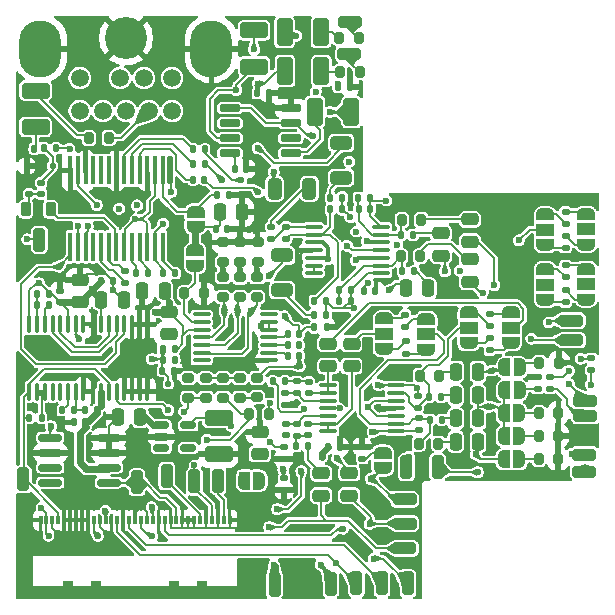
<source format=gbr>
%TF.GenerationSoftware,KiCad,Pcbnew,9.0.0*%
%TF.CreationDate,2025-11-21T22:56:44-08:00*%
%TF.ProjectId,MegaAV_Pro_VA0,4d656761-4156-45f5-9072-6f5f5641302e,rev?*%
%TF.SameCoordinates,Original*%
%TF.FileFunction,Copper,L1,Top*%
%TF.FilePolarity,Positive*%
%FSLAX46Y46*%
G04 Gerber Fmt 4.6, Leading zero omitted, Abs format (unit mm)*
G04 Created by KiCad (PCBNEW 9.0.0) date 2025-11-21 22:56:44*
%MOMM*%
%LPD*%
G01*
G04 APERTURE LIST*
G04 Aperture macros list*
%AMRoundRect*
0 Rectangle with rounded corners*
0 $1 Rounding radius*
0 $2 $3 $4 $5 $6 $7 $8 $9 X,Y pos of 4 corners*
0 Add a 4 corners polygon primitive as box body*
4,1,4,$2,$3,$4,$5,$6,$7,$8,$9,$2,$3,0*
0 Add four circle primitives for the rounded corners*
1,1,$1+$1,$2,$3*
1,1,$1+$1,$4,$5*
1,1,$1+$1,$6,$7*
1,1,$1+$1,$8,$9*
0 Add four rect primitives between the rounded corners*
20,1,$1+$1,$2,$3,$4,$5,0*
20,1,$1+$1,$4,$5,$6,$7,0*
20,1,$1+$1,$6,$7,$8,$9,0*
20,1,$1+$1,$8,$9,$2,$3,0*%
%AMFreePoly0*
4,1,23,0.500000,-0.750000,0.000000,-0.750000,0.000000,-0.745722,-0.065263,-0.745722,-0.191342,-0.711940,-0.304381,-0.646677,-0.396677,-0.554381,-0.461940,-0.441342,-0.495722,-0.315263,-0.495722,-0.250000,-0.500000,-0.250000,-0.500000,0.250000,-0.495722,0.250000,-0.495722,0.315263,-0.461940,0.441342,-0.396677,0.554381,-0.304381,0.646677,-0.191342,0.711940,-0.065263,0.745722,0.000000,0.745722,
0.000000,0.750000,0.500000,0.750000,0.500000,-0.750000,0.500000,-0.750000,$1*%
%AMFreePoly1*
4,1,23,0.000000,0.745722,0.065263,0.745722,0.191342,0.711940,0.304381,0.646677,0.396677,0.554381,0.461940,0.441342,0.495722,0.315263,0.495722,0.250000,0.500000,0.250000,0.500000,-0.250000,0.495722,-0.250000,0.495722,-0.315263,0.461940,-0.441342,0.396677,-0.554381,0.304381,-0.646677,0.191342,-0.711940,0.065263,-0.745722,0.000000,-0.745722,0.000000,-0.750000,-0.500000,-0.750000,
-0.500000,0.750000,0.000000,0.750000,0.000000,0.745722,0.000000,0.745722,$1*%
%AMFreePoly2*
4,1,23,0.550000,-0.750000,0.000000,-0.750000,0.000000,-0.745722,-0.065263,-0.745722,-0.191342,-0.711940,-0.304381,-0.646677,-0.396677,-0.554381,-0.461940,-0.441342,-0.495722,-0.315263,-0.495722,-0.250000,-0.500000,-0.250000,-0.500000,0.250000,-0.495722,0.250000,-0.495722,0.315263,-0.461940,0.441342,-0.396677,0.554381,-0.304381,0.646677,-0.191342,0.711940,-0.065263,0.745722,0.000000,0.745722,
0.000000,0.750000,0.550000,0.750000,0.550000,-0.750000,0.550000,-0.750000,$1*%
%AMFreePoly3*
4,1,23,0.000000,0.745722,0.065263,0.745722,0.191342,0.711940,0.304381,0.646677,0.396677,0.554381,0.461940,0.441342,0.495722,0.315263,0.495722,0.250000,0.500000,0.250000,0.500000,-0.250000,0.495722,-0.250000,0.495722,-0.315263,0.461940,-0.441342,0.396677,-0.554381,0.304381,-0.646677,0.191342,-0.711940,0.065263,-0.745722,0.000000,-0.745722,0.000000,-0.750000,-0.550000,-0.750000,
-0.550000,0.750000,0.000000,0.750000,0.000000,0.745722,0.000000,0.745722,$1*%
G04 Aperture macros list end*
%TA.AperFunction,SMDPad,CuDef*%
%ADD10RoundRect,0.200000X-0.200000X-0.275000X0.200000X-0.275000X0.200000X0.275000X-0.200000X0.275000X0*%
%TD*%
%TA.AperFunction,SMDPad,CuDef*%
%ADD11RoundRect,0.140000X0.140000X0.170000X-0.140000X0.170000X-0.140000X-0.170000X0.140000X-0.170000X0*%
%TD*%
%TA.AperFunction,SMDPad,CuDef*%
%ADD12RoundRect,0.140000X-0.140000X-0.170000X0.140000X-0.170000X0.140000X0.170000X-0.140000X0.170000X0*%
%TD*%
%TA.AperFunction,SMDPad,CuDef*%
%ADD13FreePoly0,180.000000*%
%TD*%
%TA.AperFunction,SMDPad,CuDef*%
%ADD14FreePoly1,180.000000*%
%TD*%
%TA.AperFunction,SMDPad,CuDef*%
%ADD15RoundRect,0.250000X-0.250000X-0.750000X0.250000X-0.750000X0.250000X0.750000X-0.250000X0.750000X0*%
%TD*%
%TA.AperFunction,SMDPad,CuDef*%
%ADD16RoundRect,0.135000X0.185000X-0.135000X0.185000X0.135000X-0.185000X0.135000X-0.185000X-0.135000X0*%
%TD*%
%TA.AperFunction,SMDPad,CuDef*%
%ADD17RoundRect,0.135000X0.135000X0.185000X-0.135000X0.185000X-0.135000X-0.185000X0.135000X-0.185000X0*%
%TD*%
%TA.AperFunction,SMDPad,CuDef*%
%ADD18RoundRect,0.135000X-0.135000X-0.185000X0.135000X-0.185000X0.135000X0.185000X-0.135000X0.185000X0*%
%TD*%
%TA.AperFunction,SMDPad,CuDef*%
%ADD19RoundRect,0.100000X0.637500X0.100000X-0.637500X0.100000X-0.637500X-0.100000X0.637500X-0.100000X0*%
%TD*%
%TA.AperFunction,SMDPad,CuDef*%
%ADD20RoundRect,0.140000X-0.170000X0.140000X-0.170000X-0.140000X0.170000X-0.140000X0.170000X0.140000X0*%
%TD*%
%TA.AperFunction,SMDPad,CuDef*%
%ADD21RoundRect,0.200000X0.275000X-0.200000X0.275000X0.200000X-0.275000X0.200000X-0.275000X-0.200000X0*%
%TD*%
%TA.AperFunction,SMDPad,CuDef*%
%ADD22RoundRect,0.250000X0.475000X-0.250000X0.475000X0.250000X-0.475000X0.250000X-0.475000X-0.250000X0*%
%TD*%
%TA.AperFunction,SMDPad,CuDef*%
%ADD23RoundRect,0.200000X-0.275000X0.200000X-0.275000X-0.200000X0.275000X-0.200000X0.275000X0.200000X0*%
%TD*%
%TA.AperFunction,SMDPad,CuDef*%
%ADD24RoundRect,0.200000X0.200000X0.275000X-0.200000X0.275000X-0.200000X-0.275000X0.200000X-0.275000X0*%
%TD*%
%TA.AperFunction,SMDPad,CuDef*%
%ADD25RoundRect,0.250000X0.750000X-0.250000X0.750000X0.250000X-0.750000X0.250000X-0.750000X-0.250000X0*%
%TD*%
%TA.AperFunction,SMDPad,CuDef*%
%ADD26FreePoly2,270.000000*%
%TD*%
%TA.AperFunction,SMDPad,CuDef*%
%ADD27R,1.500000X1.000000*%
%TD*%
%TA.AperFunction,SMDPad,CuDef*%
%ADD28FreePoly3,270.000000*%
%TD*%
%TA.AperFunction,SMDPad,CuDef*%
%ADD29FreePoly0,0.000000*%
%TD*%
%TA.AperFunction,SMDPad,CuDef*%
%ADD30FreePoly1,0.000000*%
%TD*%
%TA.AperFunction,SMDPad,CuDef*%
%ADD31RoundRect,0.250000X-0.250000X-0.475000X0.250000X-0.475000X0.250000X0.475000X-0.250000X0.475000X0*%
%TD*%
%TA.AperFunction,SMDPad,CuDef*%
%ADD32RoundRect,0.135000X-0.185000X0.135000X-0.185000X-0.135000X0.185000X-0.135000X0.185000X0.135000X0*%
%TD*%
%TA.AperFunction,SMDPad,CuDef*%
%ADD33RoundRect,0.218750X0.218750X0.381250X-0.218750X0.381250X-0.218750X-0.381250X0.218750X-0.381250X0*%
%TD*%
%TA.AperFunction,SMDPad,CuDef*%
%ADD34FreePoly2,90.000000*%
%TD*%
%TA.AperFunction,SMDPad,CuDef*%
%ADD35FreePoly3,90.000000*%
%TD*%
%TA.AperFunction,SMDPad,CuDef*%
%ADD36FreePoly0,90.000000*%
%TD*%
%TA.AperFunction,SMDPad,CuDef*%
%ADD37FreePoly1,90.000000*%
%TD*%
%TA.AperFunction,SMDPad,CuDef*%
%ADD38RoundRect,0.250000X-0.925000X0.412500X-0.925000X-0.412500X0.925000X-0.412500X0.925000X0.412500X0*%
%TD*%
%TA.AperFunction,SMDPad,CuDef*%
%ADD39RoundRect,0.106250X-0.106250X1.118750X-0.106250X-1.118750X0.106250X-1.118750X0.106250X1.118750X0*%
%TD*%
%TA.AperFunction,SMDPad,CuDef*%
%ADD40RoundRect,0.100000X-0.100000X1.125000X-0.100000X-1.125000X0.100000X-1.125000X0.100000X1.125000X0*%
%TD*%
%TA.AperFunction,SMDPad,CuDef*%
%ADD41RoundRect,0.250000X0.250000X0.475000X-0.250000X0.475000X-0.250000X-0.475000X0.250000X-0.475000X0*%
%TD*%
%TA.AperFunction,SMDPad,CuDef*%
%ADD42RoundRect,0.100000X-0.637500X-0.100000X0.637500X-0.100000X0.637500X0.100000X-0.637500X0.100000X0*%
%TD*%
%TA.AperFunction,SMDPad,CuDef*%
%ADD43RoundRect,0.250000X0.925000X-0.412500X0.925000X0.412500X-0.925000X0.412500X-0.925000X-0.412500X0*%
%TD*%
%TA.AperFunction,SMDPad,CuDef*%
%ADD44FreePoly0,270.000000*%
%TD*%
%TA.AperFunction,SMDPad,CuDef*%
%ADD45FreePoly1,270.000000*%
%TD*%
%TA.AperFunction,SMDPad,CuDef*%
%ADD46RoundRect,0.250000X-0.412500X-0.925000X0.412500X-0.925000X0.412500X0.925000X-0.412500X0.925000X0*%
%TD*%
%TA.AperFunction,SMDPad,CuDef*%
%ADD47RoundRect,0.250000X0.650000X-0.325000X0.650000X0.325000X-0.650000X0.325000X-0.650000X-0.325000X0*%
%TD*%
%TA.AperFunction,SMDPad,CuDef*%
%ADD48RoundRect,0.150000X-0.512500X-0.150000X0.512500X-0.150000X0.512500X0.150000X-0.512500X0.150000X0*%
%TD*%
%TA.AperFunction,SMDPad,CuDef*%
%ADD49RoundRect,0.150000X0.725000X0.150000X-0.725000X0.150000X-0.725000X-0.150000X0.725000X-0.150000X0*%
%TD*%
%TA.AperFunction,SMDPad,CuDef*%
%ADD50RoundRect,0.140000X0.170000X-0.140000X0.170000X0.140000X-0.170000X0.140000X-0.170000X-0.140000X0*%
%TD*%
%TA.AperFunction,SMDPad,CuDef*%
%ADD51RoundRect,0.250000X0.325000X0.650000X-0.325000X0.650000X-0.325000X-0.650000X0.325000X-0.650000X0*%
%TD*%
%TA.AperFunction,SMDPad,CuDef*%
%ADD52RoundRect,0.250000X-0.475000X0.250000X-0.475000X-0.250000X0.475000X-0.250000X0.475000X0.250000X0*%
%TD*%
%TA.AperFunction,SMDPad,CuDef*%
%ADD53R,0.300000X0.800000*%
%TD*%
%TA.AperFunction,SMDPad,CuDef*%
%ADD54R,1.220000X1.400000*%
%TD*%
%TA.AperFunction,SMDPad,CuDef*%
%ADD55R,0.850000X1.400000*%
%TD*%
%TA.AperFunction,SMDPad,CuDef*%
%ADD56RoundRect,0.100000X0.100000X-0.637500X0.100000X0.637500X-0.100000X0.637500X-0.100000X-0.637500X0*%
%TD*%
%TA.AperFunction,SMDPad,CuDef*%
%ADD57RoundRect,0.125000X-0.125000X-0.125000X0.125000X-0.125000X0.125000X0.125000X-0.125000X0.125000X0*%
%TD*%
%TA.AperFunction,ComponentPad*%
%ADD58C,1.508000*%
%TD*%
%TA.AperFunction,ComponentPad*%
%ADD59O,3.556000X4.826000*%
%TD*%
%TA.AperFunction,ComponentPad*%
%ADD60C,3.556000*%
%TD*%
%TA.AperFunction,SMDPad,CuDef*%
%ADD61RoundRect,0.150000X0.825000X0.150000X-0.825000X0.150000X-0.825000X-0.150000X0.825000X-0.150000X0*%
%TD*%
%TA.AperFunction,SMDPad,CuDef*%
%ADD62RoundRect,0.125000X0.125000X-0.125000X0.125000X0.125000X-0.125000X0.125000X-0.125000X-0.125000X0*%
%TD*%
%TA.AperFunction,ViaPad*%
%ADD63C,0.600000*%
%TD*%
%TA.AperFunction,Conductor*%
%ADD64C,0.600000*%
%TD*%
%TA.AperFunction,Conductor*%
%ADD65C,0.200000*%
%TD*%
%TA.AperFunction,Conductor*%
%ADD66C,0.350000*%
%TD*%
G04 APERTURE END LIST*
D10*
%TO.P,R56,1*%
%TO.N,Net-(C46-Pad2)*%
X196994696Y-96539750D03*
%TO.P,R56,2*%
%TO.N,/Y-OUT*%
X198644696Y-96539750D03*
%TD*%
D11*
%TO.P,C39,1*%
%TO.N,GND*%
X187485813Y-112715431D03*
%TO.P,C39,2*%
%TO.N,+5V*%
X186525813Y-112715431D03*
%TD*%
D12*
%TO.P,C8,1*%
%TO.N,+5V*%
X176830000Y-117110000D03*
%TO.P,C8,2*%
%TO.N,GND*%
X177790000Y-117110000D03*
%TD*%
D13*
%TO.P,PSGPD2,1,A*%
%TO.N,Net-(PSGPD2-A)*%
X212225000Y-130250000D03*
D14*
%TO.P,PSGPD2,2,B*%
%TO.N,/PSG*%
X210925000Y-130250000D03*
%TD*%
D15*
%TO.P,B_IN1,1,Pin_1*%
%TO.N,/B-IN*%
X182381242Y-133628613D03*
%TD*%
D16*
%TO.P,R21,1*%
%TO.N,Net-(FMR_1-A)*%
X209725000Y-122970000D03*
%TO.P,R21,2*%
%TO.N,Net-(FMR_2-A)*%
X209725000Y-121950000D03*
%TD*%
D17*
%TO.P,R72,1,1*%
%TO.N,GND*%
X187654016Y-109827898D03*
%TO.P,R72,2,2*%
%TO.N,Net-(SA1-B)*%
X186634016Y-109827898D03*
%TD*%
D12*
%TO.P,C31,1*%
%TO.N,+5V*%
X188147276Y-107608121D03*
%TO.P,C31,2*%
%TO.N,GND*%
X189107276Y-107608121D03*
%TD*%
D17*
%TO.P,R40,1*%
%TO.N,Net-(C25-Pad2)*%
X203353910Y-116269479D03*
%TO.P,R40,2*%
%TO.N,Net-(U7A--)*%
X202333910Y-116269479D03*
%TD*%
D15*
%TO.P,S_IN1,1,Pin_1*%
%TO.N,/CSync*%
X170250000Y-133900000D03*
%TD*%
D11*
%TO.P,C17,1*%
%TO.N,Net-(C17-Pad1)*%
X193567500Y-122530000D03*
%TO.P,C17,2*%
%TO.N,Net-(U4-CH3_IN)*%
X192607500Y-122530000D03*
%TD*%
D18*
%TO.P,R46,1*%
%TO.N,Net-(U7B--)*%
X198585000Y-110075000D03*
%TO.P,R46,2*%
%TO.N,/SL*%
X199605000Y-110075000D03*
%TD*%
D15*
%TO.P,REGION,1,Pin_1*%
%TO.N,/REGION*%
X171602004Y-113618487D03*
%TD*%
D19*
%TO.P,U7,1*%
%TO.N,/SR*%
X200537500Y-116450000D03*
%TO.P,U7,2,-*%
%TO.N,Net-(U7A--)*%
X200537500Y-115800000D03*
%TO.P,U7,3,+*%
%TO.N,/V_REF*%
X200537500Y-115150000D03*
%TO.P,U7,4,V+*%
%TO.N,+5V*%
X200537500Y-114500000D03*
%TO.P,U7,5,+*%
%TO.N,/V_REF*%
X200537500Y-113850000D03*
%TO.P,U7,6,-*%
%TO.N,Net-(U7B--)*%
X200537500Y-113200000D03*
%TO.P,U7,7*%
%TO.N,/SL*%
X200537500Y-112550000D03*
%TO.P,U7,8*%
%TO.N,Net-(R52-Pad2)*%
X194812500Y-112550000D03*
%TO.P,U7,9,-*%
%TO.N,Net-(U7C--)*%
X194812500Y-113200000D03*
%TO.P,U7,10,+*%
%TO.N,/V_REF*%
X194812500Y-113850000D03*
%TO.P,U7,11,V-*%
%TO.N,GND*%
X194812500Y-114500000D03*
%TO.P,U7,12,+*%
%TO.N,/V_REF*%
X194812500Y-115150000D03*
%TO.P,U7,13,-*%
%TO.N,Net-(U7D--)*%
X194812500Y-115800000D03*
%TO.P,U7,14*%
X194812500Y-116450000D03*
%TD*%
D15*
%TO.P,G_IN1,1,Pin_1*%
%TO.N,/G-IN*%
X184724110Y-134073698D03*
%TD*%
D20*
%TO.P,C11,1*%
%TO.N,Net-(U3B-+)*%
X192450000Y-129195000D03*
%TO.P,C11,2*%
%TO.N,GND*%
X192450000Y-130155000D03*
%TD*%
D21*
%TO.P,R13,1*%
%TO.N,/B-IN*%
X184212343Y-126993911D03*
%TO.P,R13,2*%
%TO.N,Net-(C18-Pad1)*%
X184212343Y-125343911D03*
%TD*%
D15*
%TO.P,CD_L1,1,Pin_1*%
%TO.N,/CD_L*%
X200620000Y-142700000D03*
%TD*%
%TO.P,CLK_IN1,1,Pin_1*%
%TO.N,/CLK*%
X179862995Y-134148552D03*
%TD*%
D22*
%TO.P,C26,1*%
%TO.N,Net-(SL3-Pin_1)*%
X205600662Y-114961633D03*
%TO.P,C26,2*%
%TO.N,Net-(C26-Pad2)*%
X205600662Y-113061633D03*
%TD*%
D16*
%TO.P,R63,1*%
%TO.N,Net-(HPL_RES1-A)*%
X216145000Y-112275000D03*
%TO.P,R63,2*%
%TO.N,Net-(HPL_RES2-A)*%
X216145000Y-111255000D03*
%TD*%
D23*
%TO.P,R37,1,1*%
%TO.N,Net-(C33-Pad1)*%
X188581609Y-116814454D03*
%TO.P,R37,2,2*%
%TO.N,/G-OUT*%
X188581609Y-118464454D03*
%TD*%
D24*
%TO.P,R26,1*%
%TO.N,Net-(C19-Pad2)*%
X205443559Y-125141974D03*
%TO.P,R26,2*%
%TO.N,Net-(FMR_2-C)*%
X203793559Y-125141974D03*
%TD*%
D25*
%TO.P,SR3,1,Pin_1*%
%TO.N,Net-(SR3-Pin_1)*%
X216650000Y-122125000D03*
%TD*%
D26*
%TO.P,HPL_RES2,1,A*%
%TO.N,Net-(HPL_RES2-A)*%
X217875000Y-111450000D03*
D27*
%TO.P,HPL_RES2,2,C*%
%TO.N,Net-(HPL_RES2-C)*%
X217875000Y-112750000D03*
D28*
%TO.P,HPL_RES2,3,B*%
%TO.N,Net-(HPL_RES2-B)*%
X217875000Y-114050000D03*
%TD*%
D29*
%TO.P,MD1_PU1,1,A*%
%TO.N,Net-(MD1_PU1-A)*%
X188919752Y-134022554D03*
D30*
%TO.P,MD1_PU1,2,B*%
%TO.N,+5V*%
X190219752Y-134022554D03*
%TD*%
D31*
%TO.P,C10,1*%
%TO.N,+5V*%
X176830000Y-118700000D03*
%TO.P,C10,2*%
%TO.N,GND*%
X178730000Y-118700000D03*
%TD*%
D32*
%TO.P,R32,1*%
%TO.N,Net-(FML_2-C)*%
X203740459Y-128700114D03*
%TO.P,R32,2*%
%TO.N,Net-(SL3-Pin_1)*%
X203740459Y-129720114D03*
%TD*%
D12*
%TO.P,C36,1*%
%TO.N,Net-(U7B--)*%
X198645000Y-111025000D03*
%TO.P,C36,2*%
%TO.N,/SL*%
X199605000Y-111025000D03*
%TD*%
D33*
%TO.P,L1,1,1*%
%TO.N,/YTRAP*%
X172561496Y-111034565D03*
%TO.P,L1,2,2*%
%TO.N,Net-(C49-Pad2)*%
X170436496Y-111034565D03*
%TD*%
D16*
%TO.P,R18,1*%
%TO.N,GND*%
X192281530Y-132157988D03*
%TO.P,R18,2*%
%TO.N,Net-(C17-Pad1)*%
X192281530Y-131137988D03*
%TD*%
D25*
%TO.P,CHROMA1,1,Pin_1*%
%TO.N,/C-OUT*%
X197845270Y-97905149D03*
%TD*%
D34*
%TO.P,FML_1,1,A*%
%TO.N,Net-(FML_1-A)*%
X200775000Y-122875000D03*
D27*
%TO.P,FML_1,2,C*%
%TO.N,Net-(FML_1-C)*%
X200775000Y-121575000D03*
D35*
%TO.P,FML_1,3,B*%
%TO.N,Net-(FML_1-B)*%
X200775000Y-120275000D03*
%TD*%
D15*
%TO.P,GND2,1,Pin_1*%
%TO.N,GND*%
X179858948Y-131075199D03*
%TD*%
D16*
%TO.P,R7,1,1*%
%TO.N,Net-(U3A-+)*%
X193400000Y-126625000D03*
%TO.P,R7,2,2*%
%TO.N,Net-(C12-Pad1)*%
X193400000Y-125605000D03*
%TD*%
D17*
%TO.P,R27,1*%
%TO.N,Net-(C20-Pad2)*%
X205610000Y-126925000D03*
%TO.P,R27,2*%
%TO.N,Net-(FMR_2-C)*%
X204590000Y-126925000D03*
%TD*%
D11*
%TO.P,C5,1*%
%TO.N,GND*%
X182980984Y-124742600D03*
%TO.P,C5,2*%
%TO.N,Net-(D1-A)*%
X182020984Y-124742600D03*
%TD*%
D25*
%TO.P,FM_R1,1,Pin_1*%
%TO.N,/FM_R*%
X202540000Y-137660000D03*
%TD*%
D22*
%TO.P,C4,1*%
%TO.N,/FM_L*%
X195460000Y-135290000D03*
%TO.P,C4,2*%
%TO.N,Net-(C4-Pad2)*%
X195460000Y-133390000D03*
%TD*%
D25*
%TO.P,HPL_SL2,1,Pin_1*%
%TO.N,Net-(HPL_SL2-Pin_1)*%
X217825491Y-127271000D03*
%TD*%
D17*
%TO.P,R20,1*%
%TO.N,+5V*%
X183055381Y-122842576D03*
%TO.P,R20,2*%
%TO.N,Net-(D1-A)*%
X182035381Y-122842576D03*
%TD*%
D10*
%TO.P,R15,1,1*%
%TO.N,Net-(32XPD1-A)*%
X213872873Y-132177633D03*
%TO.P,R15,2,2*%
%TO.N,GND*%
X215522873Y-132177633D03*
%TD*%
D15*
%TO.P,HP_L1,1,Pin_1*%
%TO.N,/HP_L*%
X202675000Y-132875000D03*
%TD*%
D10*
%TO.P,R57,1*%
%TO.N,Net-(C47-Pad2)*%
X197060751Y-99413531D03*
%TO.P,R57,2*%
%TO.N,/C-OUT*%
X198710751Y-99413531D03*
%TD*%
D26*
%TO.P,HPR_RES1,1,A*%
%TO.N,Net-(HPR_RES1-A)*%
X214425000Y-116110000D03*
D27*
%TO.P,HPR_RES1,2,C*%
%TO.N,/SR*%
X214425000Y-117410000D03*
D28*
%TO.P,HPR_RES1,3,B*%
%TO.N,Net-(HPR_RES1-B)*%
X214425000Y-118710000D03*
%TD*%
D11*
%TO.P,C18,1*%
%TO.N,Net-(C18-Pad1)*%
X193567500Y-121610000D03*
%TO.P,C18,2*%
%TO.N,Net-(U4-CH4_IN)*%
X192607500Y-121610000D03*
%TD*%
D36*
%TO.P,SA1,1,A*%
%TO.N,+5V*%
X184829833Y-112529200D03*
D37*
%TO.P,SA1,2,B*%
%TO.N,Net-(SA1-B)*%
X184829833Y-111229200D03*
%TD*%
D15*
%TO.P,HP_R1,1,Pin_1*%
%TO.N,/HP_R*%
X205325000Y-132865000D03*
%TD*%
D38*
%TO.P,C56,1*%
%TO.N,/V_REF*%
X186764264Y-128685429D03*
%TO.P,C56,2*%
%TO.N,GND*%
X186764264Y-131760429D03*
%TD*%
D23*
%TO.P,R38,1,1*%
%TO.N,Net-(C34-Pad1)*%
X187116822Y-116799507D03*
%TO.P,R38,2,2*%
%TO.N,/B-OUT*%
X187116822Y-118449507D03*
%TD*%
D12*
%TO.P,C37,1*%
%TO.N,+5V*%
X199090000Y-117975000D03*
%TO.P,C37,2*%
%TO.N,GND*%
X200050000Y-117975000D03*
%TD*%
D39*
%TO.P,U8,1,NTSC/PAL*%
%TO.N,/REGION*%
X182662500Y-107755000D03*
D40*
%TO.P,U8,2,SA*%
%TO.N,Net-(SA1-B)*%
X182025000Y-107755000D03*
%TO.P,U8,3,CE*%
%TO.N,+5V*%
X181375000Y-107755000D03*
%TO.P,U8,4,TERM*%
%TO.N,GND*%
X180725000Y-107755000D03*
%TO.P,U8,5,RED*%
%TO.N,Net-(U8-RED)*%
X180075000Y-107755000D03*
%TO.P,U8,6,GREEN*%
%TO.N,Net-(U8-GREEN)*%
X179425000Y-107755000D03*
%TO.P,U8,7,BLUE*%
%TO.N,Net-(U8-BLUE)*%
X178775000Y-107755000D03*
%TO.P,U8,8,AGND*%
%TO.N,GND*%
X178125000Y-107755000D03*
%TO.P,U8,9,RT*%
%TO.N,unconnected-(U8-RT-Pad9)*%
X177475000Y-107755000D03*
%TO.P,U8,10,GT*%
%TO.N,unconnected-(U8-GT-Pad10)*%
X176825000Y-107755000D03*
%TO.P,U8,11,BT*%
%TO.N,unconnected-(U8-BT-Pad11)*%
X176175000Y-107755000D03*
%TO.P,U8,12,TGND*%
%TO.N,GND*%
X175525000Y-107755000D03*
%TO.P,U8,13,DVCC*%
%TO.N,+5V*%
X174875000Y-107755000D03*
%TO.P,U8,14,DGND*%
%TO.N,GND*%
X174225000Y-107755000D03*
%TO.P,U8,15,HSYNC*%
%TO.N,/CSync_OUT*%
X174225000Y-114205000D03*
%TO.P,U8,16,VSYNC*%
%TO.N,+5V*%
X174875000Y-114205000D03*
%TO.P,U8,17,4FSC_CLK*%
%TO.N,/4xCLK*%
X175525000Y-114205000D03*
%TO.P,U8,18,TVDET*%
%TO.N,unconnected-(U8-TVDET-Pad18)*%
X176175000Y-114205000D03*
%TO.P,U8,19,CVSET*%
%TO.N,Net-(U8-CVSET)*%
X176825000Y-114205000D03*
%TO.P,U8,20,CVBS_OUT*%
%TO.N,Net-(U8-CVBS_OUT)*%
X177475000Y-114205000D03*
%TO.P,U8,21,YTRAP*%
%TO.N,/YTRAP*%
X178125000Y-114205000D03*
%TO.P,U8,22,AVCC*%
%TO.N,+5V*%
X178775000Y-114205000D03*
%TO.P,U8,23,CHROM_OUT*%
%TO.N,Net-(U8-CHROM_OUT)*%
X179425000Y-114205000D03*
%TO.P,U8,24,CSET*%
%TO.N,Net-(U8-CSET)*%
X180075000Y-114205000D03*
%TO.P,U8,25,AVCC*%
%TO.N,+5V*%
X180725000Y-114205000D03*
%TO.P,U8,26,LUM_OUT*%
%TO.N,Net-(U8-LUM_OUT)*%
X181375000Y-114205000D03*
%TO.P,U8,27,YSET*%
%TO.N,Net-(U8-YSET)*%
X182025000Y-114205000D03*
D39*
%TO.P,U8,28,AGND*%
%TO.N,GND*%
X182662500Y-114205000D03*
%TD*%
D16*
%TO.P,R30,1,1*%
%TO.N,Net-(PSGPD1-A)*%
X213773039Y-126234349D03*
%TO.P,R30,2,2*%
%TO.N,GND*%
X213773039Y-125214349D03*
%TD*%
D17*
%TO.P,R41,1*%
%TO.N,Net-(C26-Pad2)*%
X203235000Y-113200000D03*
%TO.P,R41,2*%
%TO.N,Net-(U7B--)*%
X202215000Y-113200000D03*
%TD*%
%TO.P,R68,1*%
%TO.N,Net-(U8-CVBS_OUT)*%
X171157773Y-105917981D03*
%TO.P,R68,2*%
%TO.N,GND*%
X170137773Y-105917981D03*
%TD*%
%TO.P,R48,1,1*%
%TO.N,/SR*%
X195885000Y-118800000D03*
%TO.P,R48,2,2*%
%TO.N,Net-(U7C--)*%
X194865000Y-118800000D03*
%TD*%
D22*
%TO.P,C15,1*%
%TO.N,Net-(U3B--)*%
X198025000Y-124325000D03*
%TO.P,C15,2*%
%TO.N,Net-(FML_1-C)*%
X198025000Y-122425000D03*
%TD*%
D41*
%TO.P,C38,1*%
%TO.N,GND*%
X188751676Y-111277738D03*
%TO.P,C38,2*%
%TO.N,+5V*%
X186851676Y-111277738D03*
%TD*%
D32*
%TO.P,R23,1*%
%TO.N,Net-(FML_1-A)*%
X202600000Y-122230000D03*
%TO.P,R23,2*%
%TO.N,Net-(FML_2-A)*%
X202600000Y-123250000D03*
%TD*%
D15*
%TO.P,32X_L1,1,Pin_1*%
%TO.N,/32X_L*%
X196280000Y-142730000D03*
%TD*%
D42*
%TO.P,U3,1*%
%TO.N,Net-(U3A--)*%
X196057500Y-125950000D03*
%TO.P,U3,2,-*%
X196057500Y-126600000D03*
%TO.P,U3,3,+*%
%TO.N,Net-(U3A-+)*%
X196057500Y-127250000D03*
%TO.P,U3,4,V+*%
%TO.N,+5V*%
X196057500Y-127900000D03*
%TO.P,U3,5,+*%
%TO.N,Net-(U3B-+)*%
X196057500Y-128550000D03*
%TO.P,U3,6,-*%
%TO.N,Net-(U3B--)*%
X196057500Y-129200000D03*
%TO.P,U3,7*%
X196057500Y-129850000D03*
%TO.P,U3,8*%
%TO.N,Net-(SL3-Pin_1)*%
X201782500Y-129850000D03*
%TO.P,U3,9,-*%
%TO.N,Net-(FML_2-C)*%
X201782500Y-129200000D03*
%TO.P,U3,10,+*%
%TO.N,/V_REF*%
X201782500Y-128550000D03*
%TO.P,U3,11,V-*%
%TO.N,GND*%
X201782500Y-127900000D03*
%TO.P,U3,12,+*%
%TO.N,/V_REF*%
X201782500Y-127250000D03*
%TO.P,U3,13,-*%
%TO.N,Net-(FMR_2-C)*%
X201782500Y-126600000D03*
%TO.P,U3,14*%
%TO.N,Net-(SR3-Pin_1)*%
X201782500Y-125950000D03*
%TD*%
D18*
%TO.P,R69,1*%
%TO.N,Net-(U8-LUM_OUT)*%
X182100000Y-116440000D03*
%TO.P,R69,2*%
%TO.N,Net-(U8-YSET)*%
X183120000Y-116440000D03*
%TD*%
D36*
%TO.P,LPF1,1,A*%
%TO.N,Net-(LPF1-A)*%
X184791350Y-115820105D03*
D37*
%TO.P,LPF1,2,B*%
%TO.N,+5V*%
X184791350Y-114520105D03*
%TD*%
D21*
%TO.P,R14,1*%
%TO.N,/R-IN*%
X190054393Y-126951459D03*
%TO.P,R14,2*%
%TO.N,Net-(C16-Pad1)*%
X190054393Y-125301459D03*
%TD*%
D16*
%TO.P,R31,1*%
%TO.N,Net-(FMR_2-C)*%
X203649079Y-127849561D03*
%TO.P,R31,2*%
%TO.N,Net-(SR3-Pin_1)*%
X203649079Y-126829561D03*
%TD*%
D32*
%TO.P,R22,1*%
%TO.N,Net-(FMR_1-B)*%
X209750000Y-119925000D03*
%TO.P,R22,2*%
%TO.N,Net-(FMR_2-B)*%
X209750000Y-120945000D03*
%TD*%
D24*
%TO.P,R35,1*%
%TO.N,GND*%
X185511639Y-118163918D03*
%TO.P,R35,2*%
%TO.N,Net-(LPF1-A)*%
X183861639Y-118163918D03*
%TD*%
D25*
%TO.P,SL3,1,Pin_1*%
%TO.N,Net-(SL3-Pin_1)*%
X216650000Y-120475000D03*
%TD*%
%TO.P,HPL_SL1,1,Pin_1*%
%TO.N,Net-(HPL_SL1-Pin_1)*%
X217832965Y-128540707D03*
%TD*%
D16*
%TO.P,R25,1,1*%
%TO.N,Net-(PSGPD4-A)*%
X198935017Y-132160071D03*
%TO.P,R25,2,2*%
%TO.N,GND*%
X198935017Y-131140071D03*
%TD*%
D43*
%TO.P,C48,1*%
%TO.N,Net-(U8-CVBS_OUT)*%
X171275000Y-104062500D03*
%TO.P,C48,2*%
%TO.N,Net-(C48-Pad2)*%
X171275000Y-100987500D03*
%TD*%
D11*
%TO.P,C32,1*%
%TO.N,Net-(C32-Pad1)*%
X185570000Y-108520000D03*
%TO.P,C32,2*%
%TO.N,Net-(U8-RED)*%
X184610000Y-108520000D03*
%TD*%
D15*
%TO.P,R_IN1,1,Pin_1*%
%TO.N,/R-IN*%
X186729530Y-134029302D03*
%TD*%
D44*
%TO.P,PSGPD4,1,A*%
%TO.N,Net-(PSGPD4-A)*%
X200670000Y-131660000D03*
D45*
%TO.P,PSGPD4,2,B*%
%TO.N,/PSG*%
X200670000Y-132960000D03*
%TD*%
D46*
%TO.P,C47,1*%
%TO.N,Net-(U8-CHROM_OUT)*%
X192396688Y-99338485D03*
%TO.P,C47,2*%
%TO.N,Net-(C47-Pad2)*%
X195471688Y-99338485D03*
%TD*%
D32*
%TO.P,R61,1,1*%
%TO.N,Net-(HPL_RES2-C)*%
X214845472Y-125203078D03*
%TO.P,R61,2,2*%
%TO.N,Net-(HPL_SL1-Pin_1)*%
X214845472Y-126223078D03*
%TD*%
D16*
%TO.P,R71,1*%
%TO.N,Net-(U8-CVSET)*%
X178860000Y-117250000D03*
%TO.P,R71,2*%
%TO.N,Net-(U8-CVBS_OUT)*%
X178860000Y-116230000D03*
%TD*%
D20*
%TO.P,C49,1*%
%TO.N,Net-(D2-A)*%
X171759471Y-108774711D03*
%TO.P,C49,2*%
%TO.N,Net-(C49-Pad2)*%
X171759471Y-109734711D03*
%TD*%
D18*
%TO.P,R2,1*%
%TO.N,Net-(U2A-RCext)*%
X171410000Y-118190000D03*
%TO.P,R2,2*%
%TO.N,+5V*%
X172430000Y-118190000D03*
%TD*%
D10*
%TO.P,R17,1,1*%
%TO.N,Net-(32XPD2-A)*%
X213938265Y-124046570D03*
%TO.P,R17,2,2*%
%TO.N,GND*%
X215588265Y-124046570D03*
%TD*%
D25*
%TO.P,HPR_SL2,1,Pin_1*%
%TO.N,Net-(HPR_SL2-Pin_1)*%
X217724912Y-131807118D03*
%TD*%
D47*
%TO.P,C44,1*%
%TO.N,Net-(C44-Pad1)*%
X197150000Y-108375000D03*
%TO.P,C44,2*%
%TO.N,/AUD-L*%
X197150000Y-105425000D03*
%TD*%
D48*
%TO.P,U9,1,IN*%
%TO.N,+5V*%
X181923297Y-129331303D03*
%TO.P,U9,2,GND*%
%TO.N,GND*%
X181923297Y-130281303D03*
%TO.P,U9,3,EN*%
%TO.N,+5V*%
X181923297Y-131231303D03*
%TO.P,U9,4,NC*%
%TO.N,unconnected-(U9-NC-Pad4)*%
X184198297Y-131231303D03*
%TO.P,U9,5,OUT*%
%TO.N,/V_REF*%
X184198297Y-129331303D03*
%TD*%
D18*
%TO.P,R1,1*%
%TO.N,Net-(D1-A)*%
X182030399Y-123791699D03*
%TO.P,R1,2*%
%TO.N,Net-(D1-K)*%
X183050399Y-123791699D03*
%TD*%
D16*
%TO.P,R19,1*%
%TO.N,GND*%
X192320000Y-134820000D03*
%TO.P,R19,2*%
%TO.N,Net-(C16-Pad1)*%
X192320000Y-133800000D03*
%TD*%
D46*
%TO.P,C46,1*%
%TO.N,Net-(U8-LUM_OUT)*%
X192357453Y-96035241D03*
%TO.P,C46,2*%
%TO.N,Net-(C46-Pad2)*%
X195432453Y-96035241D03*
%TD*%
D11*
%TO.P,C6,1*%
%TO.N,Net-(U2A-Cext)*%
X172370000Y-119180000D03*
%TO.P,C6,2*%
%TO.N,Net-(U2A-RCext)*%
X171410000Y-119180000D03*
%TD*%
D12*
%TO.P,C23,1*%
%TO.N,GND*%
X174530362Y-129091467D03*
%TO.P,C23,2*%
%TO.N,+5V*%
X175490362Y-129091467D03*
%TD*%
D24*
%TO.P,R39,1*%
%TO.N,Net-(C24-Pad2)*%
X203839864Y-115025157D03*
%TO.P,R39,2*%
%TO.N,Net-(U7A--)*%
X202189864Y-115025157D03*
%TD*%
D15*
%TO.P,GND1,1,Pin_1*%
%TO.N,GND*%
X193970000Y-142820000D03*
%TD*%
%TO.P,5V1,1,Pin_1*%
%TO.N,+5V*%
X191510000Y-142820000D03*
%TD*%
D21*
%TO.P,R43,1,1*%
%TO.N,Net-(C32-Pad1)*%
X190067882Y-115483500D03*
%TO.P,R43,2,2*%
%TO.N,GND*%
X190067882Y-113833500D03*
%TD*%
D41*
%TO.P,C28,1*%
%TO.N,+5V*%
X182204351Y-117940023D03*
%TO.P,C28,2*%
%TO.N,GND*%
X180304351Y-117940023D03*
%TD*%
D13*
%TO.P,PSGPD3,1,A*%
%TO.N,Net-(PSGPD3-A)*%
X212225000Y-128325000D03*
D14*
%TO.P,PSGPD3,2,B*%
%TO.N,/PSG*%
X210925000Y-128325000D03*
%TD*%
D17*
%TO.P,R55,1*%
%TO.N,/SL*%
X197260000Y-110050000D03*
%TO.P,R55,2*%
%TO.N,Net-(C44-Pad1)*%
X196240000Y-110050000D03*
%TD*%
D13*
%TO.P,32XPD2,1,A*%
%TO.N,Net-(32XPD2-A)*%
X212275000Y-124425000D03*
D14*
%TO.P,32XPD2,2,B*%
%TO.N,/32X_R*%
X210975000Y-124425000D03*
%TD*%
D17*
%TO.P,R28,1*%
%TO.N,Net-(C21-Pad2)*%
X205660000Y-128875000D03*
%TO.P,R28,2*%
%TO.N,Net-(FML_2-C)*%
X204640000Y-128875000D03*
%TD*%
D21*
%TO.P,R9,1*%
%TO.N,/B-IN*%
X185677130Y-126993911D03*
%TO.P,R9,2*%
%TO.N,Net-(MD1_PU1-A)*%
X185677130Y-125343911D03*
%TD*%
D11*
%TO.P,C34,1*%
%TO.N,Net-(C34-Pad1)*%
X185605000Y-105975000D03*
%TO.P,C34,2*%
%TO.N,Net-(U8-BLUE)*%
X184645000Y-105975000D03*
%TD*%
D25*
%TO.P,LUMA1,1,Pin_1*%
%TO.N,/Y-OUT*%
X197910039Y-95181405D03*
%TD*%
D22*
%TO.P,C14,1*%
%TO.N,Net-(U3A--)*%
X196050000Y-124325000D03*
%TO.P,C14,2*%
%TO.N,Net-(FMR_1-C)*%
X196050000Y-122425000D03*
%TD*%
D49*
%TO.P,U6,1*%
%TO.N,Net-(HPL_SL2-Pin_1)*%
X192880834Y-106277760D03*
%TO.P,U6,2,-*%
%TO.N,Net-(HPL_RES2-C)*%
X192880834Y-105007760D03*
%TO.P,U6,3,+*%
%TO.N,/V_REF*%
X192880834Y-103737760D03*
%TO.P,U6,4,V-*%
%TO.N,GND*%
X192880834Y-102467760D03*
%TO.P,U6,5,+*%
%TO.N,/V_REF*%
X187730834Y-102467760D03*
%TO.P,U6,6,-*%
%TO.N,Net-(HPR_RES2-C)*%
X187730834Y-103737760D03*
%TO.P,U6,7*%
%TO.N,Net-(HPR_SL2-Pin_1)*%
X187730834Y-105007760D03*
%TO.P,U6,8,V+*%
%TO.N,+5V*%
X187730834Y-106277760D03*
%TD*%
D16*
%TO.P,R65,1*%
%TO.N,Net-(HPR_RES1-A)*%
X216150000Y-116795000D03*
%TO.P,R65,2*%
%TO.N,Net-(HPR_RES2-A)*%
X216150000Y-115775000D03*
%TD*%
D18*
%TO.P,R49,1,1*%
%TO.N,Net-(U7C--)*%
X196240000Y-111050000D03*
%TO.P,R49,2,2*%
%TO.N,/SL*%
X197260000Y-111050000D03*
%TD*%
D50*
%TO.P,C50,1*%
%TO.N,Net-(C49-Pad2)*%
X170712693Y-109734711D03*
%TO.P,C50,2*%
%TO.N,GND*%
X170712693Y-108774711D03*
%TD*%
D20*
%TO.P,C12,1*%
%TO.N,Net-(C12-Pad1)*%
X194425000Y-125640000D03*
%TO.P,C12,2*%
%TO.N,Net-(U3A--)*%
X194425000Y-126600000D03*
%TD*%
D22*
%TO.P,C27,1*%
%TO.N,/CD_L*%
X208050662Y-113786633D03*
%TO.P,C27,2*%
%TO.N,Net-(C27-Pad2)*%
X208050662Y-111886633D03*
%TD*%
D17*
%TO.P,R3,1*%
%TO.N,+5V*%
X176480000Y-128040000D03*
%TO.P,R3,2*%
%TO.N,Net-(U2B-RCext)*%
X175460000Y-128040000D03*
%TD*%
D24*
%TO.P,R29,1*%
%TO.N,Net-(C22-Pad2)*%
X205364253Y-130878458D03*
%TO.P,R29,2*%
%TO.N,Net-(FML_2-C)*%
X203714253Y-130878458D03*
%TD*%
D51*
%TO.P,C43,1*%
%TO.N,Net-(C43-Pad1)*%
X194463383Y-109304456D03*
%TO.P,C43,2*%
%TO.N,/AUD-M*%
X191513383Y-109304456D03*
%TD*%
D22*
%TO.P,C24,1*%
%TO.N,/CD_R*%
X208050662Y-117186633D03*
%TO.P,C24,2*%
%TO.N,Net-(C24-Pad2)*%
X208050662Y-115286633D03*
%TD*%
D15*
%TO.P,CD_R1,1,Pin_1*%
%TO.N,/CD_R*%
X202790000Y-142700000D03*
%TD*%
D50*
%TO.P,C13,1*%
%TO.N,Net-(C13-Pad1)*%
X194300000Y-130175000D03*
%TO.P,C13,2*%
%TO.N,Net-(U3B--)*%
X194300000Y-129215000D03*
%TD*%
D22*
%TO.P,C1,1*%
%TO.N,+5V*%
X175050000Y-118900000D03*
%TO.P,C1,2*%
%TO.N,GND*%
X175050000Y-117000000D03*
%TD*%
D46*
%TO.P,C45,1*%
%TO.N,Net-(HPL_SL2-Pin_1)*%
X194937500Y-102800000D03*
%TO.P,C45,2*%
%TO.N,/HP_L*%
X198012500Y-102800000D03*
%TD*%
D18*
%TO.P,R6,1,1*%
%TO.N,/CSync*%
X170760000Y-128680000D03*
%TO.P,R6,2,2*%
%TO.N,+5V*%
X171780000Y-128680000D03*
%TD*%
D32*
%TO.P,R8,1,1*%
%TO.N,Net-(U3B-+)*%
X193375000Y-129180000D03*
%TO.P,R8,2,2*%
%TO.N,Net-(C13-Pad1)*%
X193375000Y-130200000D03*
%TD*%
D41*
%TO.P,C55,1*%
%TO.N,+5V*%
X180136731Y-128643255D03*
%TO.P,C55,2*%
%TO.N,GND*%
X178236731Y-128643255D03*
%TD*%
D21*
%TO.P,R44,1,1*%
%TO.N,Net-(C33-Pad1)*%
X188603095Y-115476027D03*
%TO.P,R44,2,2*%
%TO.N,GND*%
X188603095Y-113826027D03*
%TD*%
D17*
%TO.P,R4,1,1*%
%TO.N,Net-(C12-Pad1)*%
X192371088Y-125597715D03*
%TO.P,R4,2,2*%
%TO.N,Net-(C3-Pad2)*%
X191351088Y-125597715D03*
%TD*%
D26*
%TO.P,HPL_RES1,1,A*%
%TO.N,Net-(HPL_RES1-A)*%
X214425000Y-111475000D03*
D27*
%TO.P,HPL_RES1,2,C*%
%TO.N,/SL*%
X214425000Y-112775000D03*
D28*
%TO.P,HPL_RES1,3,B*%
%TO.N,Net-(HPL_RES1-B)*%
X214425000Y-114075000D03*
%TD*%
D41*
%TO.P,C19,1*%
%TO.N,/32X_R*%
X208750000Y-124800000D03*
%TO.P,C19,2*%
%TO.N,Net-(C19-Pad2)*%
X206850000Y-124800000D03*
%TD*%
D52*
%TO.P,C29,1*%
%TO.N,+5V*%
X182544235Y-119700010D03*
%TO.P,C29,2*%
%TO.N,GND*%
X182544235Y-121600010D03*
%TD*%
D10*
%TO.P,R33,1,1*%
%TO.N,Net-(PSGPD2-A)*%
X213895293Y-130215865D03*
%TO.P,R33,2,2*%
%TO.N,GND*%
X215545293Y-130215865D03*
%TD*%
D34*
%TO.P,FMR_1,1,A*%
%TO.N,Net-(FMR_1-A)*%
X211500000Y-122375000D03*
D27*
%TO.P,FMR_1,2,C*%
%TO.N,Net-(FMR_1-C)*%
X211500000Y-121075000D03*
D35*
%TO.P,FMR_1,3,B*%
%TO.N,Net-(FMR_1-B)*%
X211500000Y-119775000D03*
%TD*%
D22*
%TO.P,C54,1*%
%TO.N,/V_REF*%
X190264255Y-131776439D03*
%TO.P,C54,2*%
%TO.N,GND*%
X190264255Y-129876439D03*
%TD*%
D18*
%TO.P,R66,1*%
%TO.N,Net-(U8-LUM_OUT)*%
X196871919Y-100674356D03*
%TO.P,R66,2*%
%TO.N,GND*%
X197891919Y-100674356D03*
%TD*%
D41*
%TO.P,C21,1*%
%TO.N,/PSG*%
X208750000Y-128750000D03*
%TO.P,C21,2*%
%TO.N,Net-(C21-Pad2)*%
X206850000Y-128750000D03*
%TD*%
D25*
%TO.P,HPR_SL1,1,Pin_1*%
%TO.N,Net-(HPR_SL1-Pin_1)*%
X217729895Y-133270659D03*
%TD*%
D34*
%TO.P,FMR_2,1,A*%
%TO.N,Net-(FMR_2-A)*%
X207950000Y-122375000D03*
D27*
%TO.P,FMR_2,2,C*%
%TO.N,Net-(FMR_2-C)*%
X207950000Y-121075000D03*
D35*
%TO.P,FMR_2,3,B*%
%TO.N,Net-(FMR_2-B)*%
X207950000Y-119775000D03*
%TD*%
D17*
%TO.P,R70,1*%
%TO.N,Net-(U8-CSET)*%
X180820000Y-116440000D03*
%TO.P,R70,2*%
%TO.N,Net-(U8-CHROM_OUT)*%
X179800000Y-116440000D03*
%TD*%
D41*
%TO.P,C22,1*%
%TO.N,/32X_L*%
X208750000Y-130725000D03*
%TO.P,C22,2*%
%TO.N,Net-(C22-Pad2)*%
X206850000Y-130725000D03*
%TD*%
D47*
%TO.P,C42,1*%
%TO.N,Net-(C42-Pad1)*%
X192175000Y-117900000D03*
%TO.P,C42,2*%
%TO.N,/AUD-R*%
X192175000Y-114950000D03*
%TD*%
D18*
%TO.P,R47,1*%
%TO.N,Net-(U7A--)*%
X196940000Y-118775000D03*
%TO.P,R47,2*%
%TO.N,/SR*%
X197960000Y-118775000D03*
%TD*%
D41*
%TO.P,C20,1*%
%TO.N,/PSG*%
X208750000Y-126775000D03*
%TO.P,C20,2*%
%TO.N,Net-(C20-Pad2)*%
X206850000Y-126775000D03*
%TD*%
D17*
%TO.P,R16,1*%
%TO.N,GND*%
X195910807Y-121043428D03*
%TO.P,R16,2*%
%TO.N,Net-(C18-Pad1)*%
X194890807Y-121043428D03*
%TD*%
D13*
%TO.P,32XPD1,1,A*%
%TO.N,Net-(32XPD1-A)*%
X212225000Y-132200000D03*
D14*
%TO.P,32XPD1,2,B*%
%TO.N,/32X_L*%
X210925000Y-132200000D03*
%TD*%
D12*
%TO.P,C7,1*%
%TO.N,Net-(U2B-Cext)*%
X173530000Y-128050000D03*
%TO.P,C7,2*%
%TO.N,Net-(U2B-RCext)*%
X174490000Y-128050000D03*
%TD*%
%TO.P,C35,1*%
%TO.N,Net-(U7A--)*%
X196995000Y-117850000D03*
%TO.P,C35,2*%
%TO.N,/SR*%
X197955000Y-117850000D03*
%TD*%
D53*
%TO.P,Z1,1,Pin_1*%
%TO.N,GND*%
X171700000Y-137360000D03*
%TO.P,Z1,2,Pin_2*%
%TO.N,+5V*%
X172200000Y-137360000D03*
%TO.P,Z1,3,Pin_3*%
%TO.N,GND*%
X172700000Y-137360000D03*
%TO.P,Z1,4,Pin_4*%
%TO.N,/CSync*%
X173200000Y-137360000D03*
%TO.P,Z1,5,Pin_5*%
%TO.N,GND*%
X173700000Y-137360000D03*
%TO.P,Z1,6,Pin_6*%
X174200000Y-137360000D03*
%TO.P,Z1,7,Pin_7*%
X174700000Y-137360000D03*
%TO.P,Z1,8,Pin_8*%
X175200000Y-137360000D03*
%TO.P,Z1,9,Pin_9*%
X175700000Y-137360000D03*
%TO.P,Z1,10,Pin_10*%
%TO.N,/CD_R*%
X176200000Y-137360000D03*
%TO.P,Z1,11,Pin_11*%
%TO.N,GND*%
X176700000Y-137360000D03*
%TO.P,Z1,12,Pin_12*%
%TO.N,/PSG*%
X177200000Y-137360000D03*
%TO.P,Z1,13,Pin_13*%
%TO.N,GND*%
X177700000Y-137360000D03*
%TO.P,Z1,14,Pin_14*%
%TO.N,/32X_R*%
X178200000Y-137360000D03*
%TO.P,Z1,15,Pin_15*%
%TO.N,GND*%
X178700000Y-137360000D03*
%TO.P,Z1,16,Pin_16*%
%TO.N,/CD_L*%
X179200000Y-137360000D03*
%TO.P,Z1,17,Pin_17*%
%TO.N,GND*%
X179700000Y-137360000D03*
%TO.P,Z1,18,Pin_18*%
%TO.N,/32X_L*%
X180200000Y-137360000D03*
%TO.P,Z1,19,Pin_19*%
%TO.N,GND*%
X180700000Y-137360000D03*
%TO.P,Z1,20,Pin_20*%
%TO.N,/FM_L*%
X181200000Y-137360000D03*
%TO.P,Z1,21,Pin_21*%
%TO.N,GND*%
X181700000Y-137360000D03*
%TO.P,Z1,22,Pin_22*%
%TO.N,/FM_R*%
X182200000Y-137360000D03*
%TO.P,Z1,23,Pin_23*%
%TO.N,GND*%
X182700000Y-137360000D03*
%TO.P,Z1,24,Pin_24*%
%TO.N,/CLK*%
X183200000Y-137360000D03*
%TO.P,Z1,25,Pin_25*%
%TO.N,GND*%
X183700000Y-137360000D03*
%TO.P,Z1,26,Pin_26*%
X184200000Y-137360000D03*
%TO.P,Z1,27,Pin_27*%
X184700000Y-137360000D03*
%TO.P,Z1,28,Pin_28*%
%TO.N,/B-IN*%
X185200000Y-137360000D03*
%TO.P,Z1,29,Pin_29*%
%TO.N,GND*%
X185700000Y-137360000D03*
%TO.P,Z1,30,Pin_30*%
%TO.N,/G-IN*%
X186200000Y-137360000D03*
%TO.P,Z1,31,Pin_31*%
%TO.N,GND*%
X186700000Y-137360000D03*
%TO.P,Z1,32,Pin_32*%
%TO.N,/R-IN*%
X187200000Y-137360000D03*
%TO.P,Z1,33,Pin_33*%
%TO.N,GND*%
X187700000Y-137360000D03*
D54*
%TO.P,Z1,MP,MP*%
X170460000Y-142210000D03*
D55*
X174025000Y-143220000D03*
X176375000Y-143220000D03*
X183025000Y-143220000D03*
X185375000Y-143220000D03*
D54*
X188940000Y-142210000D03*
%TD*%
D22*
%TO.P,C3,1*%
%TO.N,/FM_R*%
X197830000Y-135280000D03*
%TO.P,C3,2*%
%TO.N,Net-(C3-Pad2)*%
X197830000Y-133380000D03*
%TD*%
D25*
%TO.P,FM_L1,1,Pin_1*%
%TO.N,/FM_L*%
X202510000Y-139750000D03*
%TD*%
D18*
%TO.P,R5,1,1*%
%TO.N,Net-(C13-Pad1)*%
X193315000Y-131100000D03*
%TO.P,R5,2,2*%
%TO.N,Net-(C4-Pad2)*%
X194335000Y-131100000D03*
%TD*%
D56*
%TO.P,U1,1*%
%TO.N,+5V*%
X176835000Y-126497500D03*
%TO.P,U1,2*%
%TO.N,/CSync*%
X177485000Y-126497500D03*
%TO.P,U1,3*%
%TO.N,Net-(D1-K)*%
X178135000Y-126497500D03*
%TO.P,U1,4*%
%TO.N,GND*%
X178785000Y-126497500D03*
%TO.P,U1,5*%
X179435000Y-126497500D03*
%TO.P,U1,6*%
X180085000Y-126497500D03*
%TO.P,U1,7,VSS*%
X180735000Y-126497500D03*
%TO.P,U1,8*%
X180735000Y-120772500D03*
%TO.P,U1,9*%
X180085000Y-120772500D03*
%TO.P,U1,10*%
X179435000Y-120772500D03*
%TO.P,U1,11*%
%TO.N,/CSync_OUT*%
X178785000Y-120772500D03*
%TO.P,U1,12*%
%TO.N,/Hsync*%
X178135000Y-120772500D03*
%TO.P,U1,13*%
%TO.N,/~Vsync*%
X177485000Y-120772500D03*
%TO.P,U1,14,VDD*%
%TO.N,+5V*%
X176835000Y-120772500D03*
%TD*%
D18*
%TO.P,R59,1,1*%
%TO.N,Net-(D2-A)*%
X171998651Y-105873140D03*
%TO.P,R59,2,2*%
%TO.N,/REGION*%
X173018651Y-105873140D03*
%TD*%
D21*
%TO.P,R10,1*%
%TO.N,/G-IN*%
X187134444Y-126993911D03*
%TO.P,R10,2*%
%TO.N,Net-(MD1_PU1-A)*%
X187134444Y-125343911D03*
%TD*%
D57*
%TO.P,D2,1,K*%
%TO.N,GND*%
X170526869Y-107375294D03*
%TO.P,D2,2,A*%
%TO.N,Net-(D2-A)*%
X172726869Y-107375294D03*
%TD*%
D32*
%TO.P,R60,1,1*%
%TO.N,Net-(HPR_RES2-C)*%
X218341897Y-123638145D03*
%TO.P,R60,2,2*%
%TO.N,Net-(HPR_SL1-Pin_1)*%
X218341897Y-124658145D03*
%TD*%
D10*
%TO.P,R34,1,1*%
%TO.N,Net-(PSGPD3-A)*%
X213899030Y-128257158D03*
%TO.P,R34,2,2*%
%TO.N,GND*%
X215549030Y-128257158D03*
%TD*%
D16*
%TO.P,R54,1*%
%TO.N,Net-(R52-Pad2)*%
X191250000Y-113560000D03*
%TO.P,R54,2*%
%TO.N,Net-(C43-Pad1)*%
X191250000Y-112540000D03*
%TD*%
D26*
%TO.P,HPR_RES2,1,A*%
%TO.N,Net-(HPR_RES2-A)*%
X217875000Y-116085000D03*
D27*
%TO.P,HPR_RES2,2,C*%
%TO.N,Net-(HPR_RES2-C)*%
X217875000Y-117385000D03*
D28*
%TO.P,HPR_RES2,3,B*%
%TO.N,Net-(HPR_RES2-B)*%
X217875000Y-118685000D03*
%TD*%
D11*
%TO.P,C16,1*%
%TO.N,Net-(C16-Pad1)*%
X193567500Y-123450000D03*
%TO.P,C16,2*%
%TO.N,Net-(U4-CH2_IN)*%
X192607500Y-123450000D03*
%TD*%
D18*
%TO.P,R67,1*%
%TO.N,Net-(U8-CHROM_OUT)*%
X190039749Y-101205031D03*
%TO.P,R67,2*%
%TO.N,GND*%
X191059749Y-101205031D03*
%TD*%
D16*
%TO.P,R62,1*%
%TO.N,Net-(HPL_RES1-B)*%
X216145000Y-114305000D03*
%TO.P,R62,2*%
%TO.N,Net-(HPL_RES2-B)*%
X216145000Y-113285000D03*
%TD*%
D10*
%TO.P,R58,1*%
%TO.N,Net-(C48-Pad2)*%
X175810594Y-104999939D03*
%TO.P,R58,2*%
%TO.N,/CV-OUT*%
X177460594Y-104999939D03*
%TD*%
D12*
%TO.P,C30,1*%
%TO.N,+5V*%
X196070000Y-131150000D03*
%TO.P,C30,2*%
%TO.N,GND*%
X197030000Y-131150000D03*
%TD*%
D56*
%TO.P,U2,1,A*%
%TO.N,/CSync*%
X170760000Y-126480000D03*
%TO.P,U2,2,B*%
%TO.N,+5V*%
X171410000Y-126480000D03*
%TO.P,U2,3,Clr*%
X172060000Y-126480000D03*
%TO.P,U2,4,~{Q}*%
%TO.N,unconnected-(U2A-~{Q}-Pad4)*%
X172710000Y-126480000D03*
%TO.P,U2,5,Q*%
%TO.N,/Vsync*%
X173360000Y-126480000D03*
%TO.P,U2,6,Cext*%
%TO.N,Net-(U2B-Cext)*%
X174010000Y-126480000D03*
%TO.P,U2,7,RCext*%
%TO.N,Net-(U2B-RCext)*%
X174660000Y-126480000D03*
%TO.P,U2,8,GND*%
%TO.N,GND*%
X175310000Y-126480000D03*
%TO.P,U2,9,A*%
X175310000Y-120755000D03*
%TO.P,U2,10,B*%
%TO.N,Net-(D1-A)*%
X174660000Y-120755000D03*
%TO.P,U2,11,Clr*%
%TO.N,+5V*%
X174010000Y-120755000D03*
%TO.P,U2,12,~{Q}*%
%TO.N,/~Vsync*%
X173360000Y-120755000D03*
%TO.P,U2,13,Q*%
%TO.N,/Hsync*%
X172710000Y-120755000D03*
%TO.P,U2,14,Cext*%
%TO.N,Net-(U2A-Cext)*%
X172060000Y-120755000D03*
%TO.P,U2,15,RCext*%
%TO.N,Net-(U2A-RCext)*%
X171410000Y-120755000D03*
%TO.P,U2,16,VCC*%
%TO.N,+5V*%
X170760000Y-120755000D03*
%TD*%
D31*
%TO.P,C25,1*%
%TO.N,Net-(SR3-Pin_1)*%
X202622567Y-117738003D03*
%TO.P,C25,2*%
%TO.N,Net-(C25-Pad2)*%
X204522567Y-117738003D03*
%TD*%
D19*
%TO.P,U4,1,CH1_IN*%
%TO.N,GND*%
X191070000Y-123830000D03*
%TO.P,U4,2,CH2_IN*%
%TO.N,Net-(U4-CH2_IN)*%
X191070000Y-123180000D03*
%TO.P,U4,3,CH3_IN*%
%TO.N,Net-(U4-CH3_IN)*%
X191070000Y-122530000D03*
%TO.P,U4,4,CH4_IN*%
%TO.N,Net-(U4-CH4_IN)*%
X191070000Y-121880000D03*
%TO.P,U4,5,GND*%
%TO.N,GND*%
X191070000Y-121230000D03*
%TO.P,U4,6,DISABLE*%
X191070000Y-120580000D03*
%TO.P,U4,7*%
%TO.N,N/C*%
X191070000Y-119930000D03*
%TO.P,U4,8*%
X185345000Y-119930000D03*
%TO.P,U4,9,BYPASS*%
%TO.N,Net-(LPF1-A)*%
X185345000Y-120580000D03*
%TO.P,U4,10,VS+*%
%TO.N,+5V*%
X185345000Y-121230000D03*
%TO.P,U4,11,CH4_OUT*%
%TO.N,/B-OUT*%
X185345000Y-121880000D03*
%TO.P,U4,12,CH3_OUT*%
%TO.N,/G-OUT*%
X185345000Y-122530000D03*
%TO.P,U4,13,CH2_OUT*%
%TO.N,/R-OUT*%
X185345000Y-123180000D03*
%TO.P,U4,14,CH1_OUT*%
%TO.N,unconnected-(U4-CH1_OUT-Pad14)*%
X185345000Y-123830000D03*
%TD*%
D16*
%TO.P,R52,1*%
%TO.N,Net-(U7C--)*%
X192500000Y-113550000D03*
%TO.P,R52,2*%
%TO.N,Net-(R52-Pad2)*%
X192500000Y-112530000D03*
%TD*%
D10*
%TO.P,R12,1*%
%TO.N,/G-IN*%
X189382413Y-128363756D03*
%TO.P,R12,2*%
%TO.N,Net-(C17-Pad1)*%
X191032413Y-128363756D03*
%TD*%
D21*
%TO.P,R11,1*%
%TO.N,/R-IN*%
X188600816Y-126987580D03*
%TO.P,R11,2*%
%TO.N,Net-(MD1_PU1-A)*%
X188600816Y-125337580D03*
%TD*%
D50*
%TO.P,C2,1*%
%TO.N,+5V*%
X173350000Y-118900000D03*
%TO.P,C2,2*%
%TO.N,GND*%
X173350000Y-117940000D03*
%TD*%
D15*
%TO.P,32X_R1,1,Pin_1*%
%TO.N,/32X_R*%
X198440000Y-142720000D03*
%TD*%
D32*
%TO.P,R24,1*%
%TO.N,Net-(FML_1-B)*%
X202575000Y-119980000D03*
%TO.P,R24,2*%
%TO.N,Net-(FML_2-B)*%
X202575000Y-121000000D03*
%TD*%
D20*
%TO.P,C9,1*%
%TO.N,Net-(U3A-+)*%
X192400000Y-126620000D03*
%TO.P,C9,2*%
%TO.N,GND*%
X192400000Y-127580000D03*
%TD*%
D17*
%TO.P,R53,1*%
%TO.N,/SR*%
X195885000Y-119975000D03*
%TO.P,R53,2*%
%TO.N,Net-(C42-Pad1)*%
X194865000Y-119975000D03*
%TD*%
D58*
%TO.P,CN1,1,B*%
%TO.N,/B-OUT*%
X180453000Y-99929200D03*
%TO.P,CN1,2,5V*%
%TO.N,+5V*%
X178421000Y-99929200D03*
%TO.P,CN1,3,G*%
%TO.N,/G-OUT*%
X182840600Y-99929200D03*
%TO.P,CN1,4,CVBS*%
%TO.N,/CV-OUT*%
X180884800Y-102723200D03*
%TO.P,CN1,5,SYNC*%
%TO.N,/CSync_OUT*%
X178929000Y-102723200D03*
%TO.P,CN1,6,MONO*%
%TO.N,/AUD-M*%
X175017400Y-99929200D03*
%TO.P,CN1,7,R*%
%TO.N,/R-OUT*%
X182840600Y-102723200D03*
%TO.P,CN1,8,SL*%
%TO.N,/AUD-L*%
X176973200Y-102723200D03*
%TO.P,CN1,9,SR*%
%TO.N,/AUD-R*%
X175017400Y-102723200D03*
D59*
%TO.P,CN1,S1,RTN*%
%TO.N,GND*%
X171690000Y-97440000D03*
D60*
%TO.P,CN1,S2,RTN*%
X178929000Y-96551000D03*
D59*
%TO.P,CN1,S3,RTN*%
X186168000Y-97440000D03*
%TD*%
D16*
%TO.P,R64,1*%
%TO.N,Net-(HPR_RES1-B)*%
X216150000Y-118895000D03*
%TO.P,R64,2*%
%TO.N,Net-(HPR_RES2-B)*%
X216150000Y-117875000D03*
%TD*%
D11*
%TO.P,C33,1*%
%TO.N,Net-(C33-Pad1)*%
X185590000Y-107230000D03*
%TO.P,C33,2*%
%TO.N,Net-(U8-GREEN)*%
X184630000Y-107230000D03*
%TD*%
D13*
%TO.P,PSGPD1,1,A*%
%TO.N,Net-(PSGPD1-A)*%
X212250000Y-126375000D03*
D14*
%TO.P,PSGPD1,2,B*%
%TO.N,/PSG*%
X210950000Y-126375000D03*
%TD*%
D61*
%TO.P,U5,1,X1/ICLK*%
%TO.N,/CLK*%
X177478296Y-134179826D03*
%TO.P,U5,2,VDD*%
%TO.N,+5V*%
X177478296Y-132909826D03*
%TO.P,U5,3,GND*%
%TO.N,GND*%
X177478296Y-131639826D03*
%TO.P,U5,4,S1*%
X177478296Y-130369826D03*
%TO.P,U5,5,CLK*%
%TO.N,/4xCLK*%
X172528296Y-130369826D03*
%TO.P,U5,6,S0*%
%TO.N,GND*%
X172528296Y-131639826D03*
%TO.P,U5,7,OE*%
%TO.N,unconnected-(U5-OE-Pad7)*%
X172528296Y-132909826D03*
%TO.P,U5,8,X2*%
%TO.N,unconnected-(U5-X2-Pad8)*%
X172528296Y-134179826D03*
%TD*%
D24*
%TO.P,R42,1*%
%TO.N,Net-(C27-Pad2)*%
X203936084Y-111946738D03*
%TO.P,R42,2*%
%TO.N,Net-(U7B--)*%
X202286084Y-111946738D03*
%TD*%
D43*
%TO.P,C41,1*%
%TO.N,Net-(HPR_SL2-Pin_1)*%
X189775000Y-98962500D03*
%TO.P,C41,2*%
%TO.N,/HP_R*%
X189775000Y-95887500D03*
%TD*%
D62*
%TO.P,D1,1,K*%
%TO.N,Net-(D1-K)*%
X182506976Y-128044125D03*
%TO.P,D1,2,A*%
%TO.N,Net-(D1-A)*%
X182506976Y-125844125D03*
%TD*%
D23*
%TO.P,R36,1,1*%
%TO.N,Net-(C32-Pad1)*%
X190046396Y-116806981D03*
%TO.P,R36,2,2*%
%TO.N,/R-OUT*%
X190046396Y-118456981D03*
%TD*%
D25*
%TO.P,P1,1,Pin_1*%
%TO.N,/PSG*%
X202530000Y-135610000D03*
%TD*%
D34*
%TO.P,FML_2,1,A*%
%TO.N,Net-(FML_2-A)*%
X204350000Y-122925000D03*
D27*
%TO.P,FML_2,2,C*%
%TO.N,Net-(FML_2-C)*%
X204350000Y-121625000D03*
D35*
%TO.P,FML_2,3,B*%
%TO.N,Net-(FML_2-B)*%
X204350000Y-120325000D03*
%TD*%
D21*
%TO.P,R45,1,1*%
%TO.N,Net-(C34-Pad1)*%
X187145781Y-115498447D03*
%TO.P,R45,2,2*%
%TO.N,GND*%
X187145781Y-113848447D03*
%TD*%
D63*
%TO.N,+5V*%
X191465312Y-141155380D03*
X186889274Y-111095638D03*
X195550000Y-132025000D03*
X197025000Y-127900000D03*
X176462500Y-110687500D03*
X187730834Y-106277760D03*
X197650000Y-114125000D03*
X199425000Y-117300000D03*
X176075000Y-117825000D03*
X174903353Y-112417717D03*
X176784000Y-127390224D03*
X190217725Y-133631536D03*
X179733996Y-111883932D03*
X181923297Y-131231303D03*
X171575000Y-117300000D03*
X172375000Y-138675000D03*
X175578296Y-133039208D03*
X171749000Y-126625000D03*
X171775000Y-136300000D03*
X181426239Y-119759797D03*
X181923297Y-129331303D03*
%TO.N,/B-IN*%
X182414181Y-133561289D03*
X183855361Y-128181999D03*
%TO.N,GND*%
X177820000Y-117880000D03*
X170800000Y-124575000D03*
X213248398Y-125209746D03*
X192274286Y-132168631D03*
X202300000Y-125125000D03*
X202425000Y-110850000D03*
X192525000Y-101200000D03*
X204800000Y-127900000D03*
X194275000Y-135800000D03*
X209825000Y-130475000D03*
X201275000Y-138650000D03*
X197891919Y-100674356D03*
X200814519Y-127924030D03*
X177280000Y-104000000D03*
X196900000Y-120500000D03*
X201750000Y-142825000D03*
X192692823Y-142191116D03*
X201250000Y-136625000D03*
X176616729Y-112383001D03*
X193250000Y-138050000D03*
X173500000Y-138525000D03*
X196118602Y-101977998D03*
X188637443Y-122436086D03*
X192450000Y-130155000D03*
X182980984Y-124742600D03*
X178600000Y-124600000D03*
X199700000Y-124325000D03*
X194550000Y-117675000D03*
X190145620Y-143319483D03*
X170340000Y-116120000D03*
X197400000Y-113150000D03*
X187003511Y-124156265D03*
X189975000Y-112875000D03*
X200050000Y-117975000D03*
X185168079Y-101981654D03*
X183435489Y-108890691D03*
X190584584Y-136011170D03*
X174700000Y-110840000D03*
X170940000Y-127850000D03*
X209775000Y-126525000D03*
X197000000Y-125250000D03*
X176125000Y-125275000D03*
X204675000Y-110575000D03*
X175225691Y-96064718D03*
X213250000Y-120950000D03*
X178850000Y-122700000D03*
X176980000Y-109920000D03*
X173450000Y-123375000D03*
X217250000Y-125125000D03*
X206075000Y-120975000D03*
X180950000Y-125125000D03*
X172121779Y-112130665D03*
X190550000Y-137200000D03*
X199925000Y-135800000D03*
X199590016Y-126663051D03*
X187425000Y-121575000D03*
X190327482Y-120904253D03*
X176050000Y-120800000D03*
X198650000Y-120900000D03*
X177600000Y-138900000D03*
X171525000Y-122725000D03*
X193075000Y-127550000D03*
X206202509Y-118279022D03*
X198700000Y-139375000D03*
X179076057Y-109732146D03*
X182725570Y-126810847D03*
X197800000Y-116100000D03*
X172664979Y-109395377D03*
X197325000Y-142900000D03*
X202875000Y-114025000D03*
X182544235Y-121600010D03*
X209900000Y-133225000D03*
X212520237Y-115073602D03*
X203125000Y-141075000D03*
X181609574Y-110595272D03*
X179800618Y-136445143D03*
X205460938Y-129793538D03*
X202525000Y-138700000D03*
X173167032Y-113434738D03*
X199525000Y-143025000D03*
%TO.N,/PSG*%
X177190000Y-136570000D03*
X209700000Y-127750000D03*
X199675000Y-133875000D03*
%TO.N,/32X_L*%
X208538235Y-131788235D03*
X195400000Y-141130000D03*
X181160000Y-138720000D03*
%TO.N,/32X_R*%
X196725000Y-140975000D03*
X191725000Y-136425000D03*
X193775000Y-133200000D03*
X209903061Y-124692647D03*
%TO.N,/FM_R*%
X199550000Y-137680000D03*
X197300000Y-138075000D03*
%TO.N,/FM_L*%
X191050000Y-137950000D03*
X181109193Y-136259055D03*
%TO.N,/G-IN*%
X185789196Y-130539927D03*
X184725538Y-132731742D03*
%TO.N,/R-OUT*%
X189490000Y-119670000D03*
%TO.N,/G-OUT*%
X188390000Y-119670000D03*
%TO.N,/B-OUT*%
X187270000Y-119680000D03*
%TO.N,/R-IN*%
X188560124Y-126994306D03*
X186752677Y-133397464D03*
%TO.N,/CD_R*%
X209137588Y-118103133D03*
X176560000Y-138690000D03*
X199900000Y-140610000D03*
%TO.N,/CD_L*%
X210107778Y-117457777D03*
X200700000Y-143250000D03*
%TO.N,/AUD-R*%
X191050000Y-116700000D03*
%TO.N,/AUD-L*%
X190083128Y-105861117D03*
%TO.N,/AUD-M*%
X191452162Y-107886876D03*
%TO.N,Net-(C3-Pad2)*%
X194000000Y-127950000D03*
X196808477Y-132134756D03*
%TO.N,Net-(D1-A)*%
X181120000Y-123720000D03*
X174990000Y-122040000D03*
%TO.N,Net-(C16-Pad1)*%
X193637500Y-124330000D03*
X192250000Y-133070000D03*
%TO.N,Net-(C17-Pad1)*%
X191141997Y-130767131D03*
X193567500Y-122530000D03*
X191141997Y-127476399D03*
%TO.N,Net-(C18-Pad1)*%
X192370284Y-120094804D03*
X184212655Y-125402037D03*
%TO.N,Net-(SR3-Pin_1)*%
X213250000Y-122000000D03*
X203560949Y-126154897D03*
X200300000Y-125925000D03*
X201200000Y-117900000D03*
%TO.N,Net-(SL3-Pin_1)*%
X199798987Y-129904983D03*
X214725000Y-120625000D03*
X205942466Y-116284975D03*
%TO.N,Net-(C32-Pad1)*%
X190125000Y-109600000D03*
X190057916Y-116147141D03*
%TO.N,Net-(C33-Pad1)*%
X187050388Y-108557244D03*
X188605584Y-116148386D03*
%TO.N,Net-(C34-Pad1)*%
X188690000Y-108560000D03*
X187135815Y-116153369D03*
%TO.N,/SR*%
X207176301Y-116236499D03*
X214925000Y-117350000D03*
X198193456Y-119433016D03*
%TO.N,/SL*%
X212200000Y-113675000D03*
X200981953Y-110299000D03*
X197925000Y-111700000D03*
%TO.N,/V_REF*%
X190251297Y-131782674D03*
X194749649Y-104809198D03*
X199325000Y-113750000D03*
X198400000Y-115350000D03*
X196050000Y-115275000D03*
X187838566Y-129369943D03*
X199418545Y-127751195D03*
%TO.N,/HP_R*%
X189775000Y-97500000D03*
X208724265Y-133299265D03*
%TO.N,Net-(HPR_SL2-Pin_1)*%
X216698703Y-131742764D03*
X201875000Y-114050000D03*
X188250000Y-100950000D03*
%TO.N,Net-(HPL_SL2-Pin_1)*%
X198425000Y-112925000D03*
X192880834Y-106277760D03*
X216475000Y-125850000D03*
%TO.N,/HP_L*%
X202896046Y-132006824D03*
X196200000Y-102800000D03*
%TO.N,Net-(U8-LUM_OUT)*%
X196920000Y-100390000D03*
X179870000Y-110710000D03*
X193325000Y-96350000D03*
X182081007Y-112256394D03*
%TO.N,Net-(U8-CHROM_OUT)*%
X190100000Y-100425000D03*
X178350000Y-110990000D03*
X179800000Y-116440000D03*
%TO.N,Net-(U8-CVBS_OUT)*%
X178820000Y-116230000D03*
X171157773Y-105917981D03*
%TO.N,/CSync_OUT*%
X173270000Y-115900000D03*
%TO.N,Net-(D1-K)*%
X183050399Y-123791699D03*
X182506976Y-128044125D03*
%TO.N,Net-(MD1_PU1-A)*%
X188770563Y-133539101D03*
X188600816Y-125337580D03*
%TO.N,/REGION*%
X182741249Y-109570263D03*
X170569978Y-113573614D03*
X174150000Y-105910000D03*
%TO.N,/4xCLK*%
X172593296Y-129394208D03*
X175702673Y-112447633D03*
%TO.N,Net-(HPL_RES2-C)*%
X197825000Y-107000000D03*
X217875000Y-112675000D03*
X192880834Y-105007760D03*
X216437307Y-124711642D03*
%TO.N,Net-(HPR_RES2-C)*%
X187730834Y-103737760D03*
X217425000Y-123700000D03*
X217850000Y-117475000D03*
X195000000Y-101075000D03*
%TO.N,Net-(HPR_SL1-Pin_1)*%
X218293514Y-125885960D03*
X217729895Y-133270659D03*
%TD*%
D64*
%TO.N,+5V*%
X176115000Y-117825000D02*
X176830000Y-117110000D01*
X191510000Y-141200068D02*
X191465312Y-141155380D01*
X184791350Y-114520105D02*
X184791350Y-112567683D01*
D65*
X179733996Y-111883932D02*
X179764730Y-111914666D01*
X177953295Y-132944208D02*
X177468296Y-132944208D01*
X171780000Y-128680000D02*
X171780000Y-126850000D01*
X179722672Y-111895256D02*
X179664744Y-111895256D01*
X180725000Y-114692500D02*
X180725000Y-113835000D01*
X183698777Y-121716582D02*
X183748754Y-121666604D01*
X180388410Y-111771590D02*
X180930390Y-111229610D01*
D64*
X175578296Y-133039208D02*
X177373296Y-133039208D01*
D65*
X172430000Y-118190000D02*
X172640000Y-118190000D01*
X188147276Y-106694202D02*
X188147276Y-107608121D01*
X180407820Y-111914666D02*
X180725000Y-112231846D01*
D64*
X181251410Y-129331303D02*
X180563362Y-128643255D01*
D65*
X180725000Y-112231846D02*
X180725000Y-114205000D01*
D64*
X176075000Y-117825000D02*
X176075000Y-117875000D01*
D65*
X182544235Y-118889180D02*
X182321553Y-118666498D01*
X174875000Y-109100000D02*
X174875000Y-107267500D01*
D64*
X191510000Y-142820000D02*
X191510000Y-141200068D01*
D65*
X186851676Y-111133236D02*
X186889274Y-111095638D01*
D64*
X182544235Y-119700010D02*
X182544235Y-118889180D01*
D65*
X174903353Y-112417717D02*
X174903353Y-113406647D01*
X181923297Y-129331303D02*
X181251410Y-129331303D01*
D64*
X177373296Y-133039208D02*
X177468296Y-132944208D01*
D65*
X184791350Y-112567683D02*
X184829833Y-112529200D01*
D64*
X175578296Y-133039208D02*
X175003296Y-132464208D01*
D65*
X187730834Y-106277760D02*
X188147276Y-106694202D01*
X176784000Y-126548500D02*
X176835000Y-126497500D01*
D64*
X182484448Y-119759797D02*
X182544235Y-119700010D01*
D65*
X183698777Y-122468905D02*
X183698777Y-121716582D01*
X176480000Y-128040000D02*
X176784000Y-127736000D01*
X186851676Y-112389568D02*
X186525813Y-112715431D01*
X178775000Y-114692500D02*
X178870000Y-114597500D01*
X184185359Y-121230000D02*
X185345000Y-121230000D01*
X172060000Y-126480000D02*
X171780000Y-126760000D01*
X179764730Y-111914666D02*
X180407820Y-111914666D01*
D64*
X195550000Y-132025000D02*
X195550000Y-131670000D01*
X176075000Y-117825000D02*
X176115000Y-117825000D01*
X176075000Y-117875000D02*
X175050000Y-118900000D01*
D65*
X180563362Y-128643255D02*
X180136731Y-128643255D01*
X172430000Y-118055000D02*
X172430000Y-118190000D01*
X183325106Y-122842576D02*
X183698777Y-122468905D01*
X176835000Y-118705000D02*
X176830000Y-118700000D01*
X186472677Y-111511221D02*
X186854430Y-111892974D01*
X186851676Y-111277738D02*
X186851676Y-111133236D01*
X183055381Y-122842576D02*
X183325106Y-122842576D01*
X183047228Y-122795082D02*
X183035912Y-122783766D01*
X199090000Y-117635000D02*
X199425000Y-117300000D01*
X190219752Y-133633563D02*
X190217725Y-133631536D01*
X174875000Y-113435000D02*
X174875000Y-114692500D01*
X183748754Y-121666604D02*
X183748754Y-120904529D01*
X186851676Y-111277738D02*
X186851676Y-112389568D01*
D64*
X176075000Y-117825000D02*
X176075000Y-117945000D01*
D65*
X180930390Y-110331841D02*
X181375000Y-109887231D01*
X171334660Y-117325000D02*
X171700000Y-117325000D01*
D64*
X195550000Y-131670000D02*
X196070000Y-131150000D01*
D65*
X179733996Y-111883932D02*
X180036838Y-111883932D01*
X178870000Y-112747928D02*
X179733996Y-111883932D01*
D64*
X175511287Y-129501049D02*
X175490362Y-129480124D01*
D65*
X190219752Y-134022554D02*
X190219752Y-133633563D01*
X179733996Y-111883932D02*
X179722672Y-111895256D01*
D64*
X176480000Y-128255820D02*
X176480000Y-128040000D01*
X176075000Y-117945000D02*
X176830000Y-118700000D01*
D65*
X172640000Y-118190000D02*
X173350000Y-118900000D01*
X172200000Y-137360000D02*
X172200000Y-136725000D01*
X176784000Y-127736000D02*
X176784000Y-126548500D01*
X173350000Y-118900000D02*
X174010000Y-119560000D01*
X176462500Y-110687500D02*
X174875000Y-109100000D01*
D64*
X175490362Y-129091467D02*
X175644353Y-129091467D01*
D65*
X186339582Y-112529200D02*
X186525813Y-112715431D01*
X170760000Y-117899660D02*
X171334660Y-117325000D01*
X181375000Y-109887231D02*
X181375000Y-107267500D01*
X183748754Y-121666604D02*
X184185359Y-121230000D01*
X172200000Y-137360000D02*
X172200000Y-138500000D01*
X180930390Y-111229610D02*
X180930390Y-110331841D01*
D64*
X176784000Y-127390224D02*
X176784000Y-126497500D01*
X175050000Y-118900000D02*
X173350000Y-118900000D01*
D65*
X183748754Y-120904529D02*
X182544235Y-119700010D01*
D64*
X181426239Y-119759797D02*
X182484448Y-119759797D01*
D65*
X172200000Y-138500000D02*
X172375000Y-138675000D01*
D64*
X175490362Y-129480124D02*
X175490362Y-129091467D01*
D65*
X178870000Y-114597500D02*
X178870000Y-112747928D01*
X171780000Y-126850000D02*
X171410000Y-126480000D01*
X184829833Y-112529200D02*
X186339582Y-112529200D01*
D64*
X175003296Y-132464208D02*
X175003296Y-130009040D01*
X176784000Y-127390224D02*
X176784000Y-127736000D01*
X175644353Y-129091467D02*
X176480000Y-128255820D01*
D65*
X197650000Y-114125000D02*
X198025000Y-114500000D01*
X196057500Y-127900000D02*
X197025000Y-127900000D01*
X174010000Y-119560000D02*
X174010000Y-120755000D01*
X174903353Y-113406647D02*
X174875000Y-113435000D01*
X171780000Y-126760000D02*
X171780000Y-126850000D01*
X199090000Y-117975000D02*
X199090000Y-117635000D01*
X176835000Y-120772500D02*
X176835000Y-118705000D01*
X198025000Y-114500000D02*
X200537500Y-114500000D01*
X180149180Y-111771590D02*
X180388410Y-111771590D01*
D64*
X175003296Y-130009040D02*
X175511287Y-129501049D01*
D65*
X170760000Y-120755000D02*
X170760000Y-117899660D01*
X171700000Y-117325000D02*
X172430000Y-118055000D01*
X180036838Y-111883932D02*
X180149180Y-111771590D01*
X172200000Y-136725000D02*
X171775000Y-136300000D01*
%TO.N,/B-IN*%
X182381242Y-134053675D02*
X185158856Y-136831289D01*
X185158856Y-137318856D02*
X185200000Y-137360000D01*
X182414181Y-133984952D02*
X182381242Y-134017891D01*
X184212343Y-127825017D02*
X184212343Y-126993911D01*
X185158856Y-136831289D02*
X185158856Y-137318856D01*
X182414181Y-133561289D02*
X182414181Y-133984952D01*
X185677130Y-126993911D02*
X184212343Y-126993911D01*
X182381242Y-133620532D02*
X182381242Y-134053675D01*
X183855361Y-128181999D02*
X184212343Y-127825017D01*
%TO.N,GND*%
X173213000Y-138525000D02*
X173500000Y-138525000D01*
X180700000Y-136700000D02*
X180700000Y-137360000D01*
X193774000Y-116899000D02*
X194550000Y-117675000D01*
X177790000Y-117850000D02*
X177820000Y-117880000D01*
X179800618Y-136445143D02*
X180445143Y-136445143D01*
X184177843Y-104157843D02*
X179957843Y-104157843D01*
X175013866Y-105792120D02*
X174439096Y-105217350D01*
X191070000Y-120580000D02*
X191070000Y-121230000D01*
X184200000Y-138061000D02*
X184700000Y-138061000D01*
X183700000Y-138061000D02*
X184200000Y-138061000D01*
X172700000Y-137360000D02*
X172700000Y-138012000D01*
X177790000Y-117110000D02*
X177725000Y-117175000D01*
X184700000Y-138061000D02*
X185700000Y-138061000D01*
X175550000Y-116500000D02*
X175050000Y-117000000D01*
X182700000Y-138012000D02*
X182749000Y-138061000D01*
X176700000Y-137980057D02*
X177600000Y-138880057D01*
X185700000Y-138061000D02*
X186700000Y-138061000D01*
X177800000Y-117070000D02*
X177230000Y-116500000D01*
X187329776Y-123830000D02*
X187003511Y-124156265D01*
X192274286Y-132168631D02*
X192281530Y-132161387D01*
X187700000Y-137360000D02*
X187700000Y-138061000D01*
X192450000Y-130155000D02*
X192448183Y-130155000D01*
X177230000Y-116500000D02*
X175550000Y-116500000D01*
X177790000Y-117110000D02*
X177790000Y-117850000D01*
X184700000Y-137360000D02*
X184700000Y-138061000D01*
X177800000Y-117860000D02*
X177800000Y-117070000D01*
X178640000Y-118700000D02*
X177790000Y-117850000D01*
X194812500Y-114500000D02*
X194075001Y-114500000D01*
X186700000Y-138061000D02*
X187700000Y-138061000D01*
X180445143Y-136445143D02*
X180700000Y-136700000D01*
X179957843Y-104157843D02*
X178323566Y-105792120D01*
X184200000Y-137360000D02*
X184200000Y-138061000D01*
X177600000Y-138880057D02*
X177600000Y-138900000D01*
X176700000Y-137360000D02*
X176700000Y-137980057D01*
X178730000Y-118700000D02*
X178640000Y-118700000D01*
X189689000Y-138061000D02*
X190550000Y-137200000D01*
X217398378Y-125130835D02*
X217405851Y-125123362D01*
X194075001Y-114500000D02*
X193774000Y-114801001D01*
X178323566Y-105792120D02*
X175013866Y-105792120D01*
X193774000Y-114801001D02*
X193774000Y-116899000D01*
X185700000Y-137360000D02*
X185700000Y-138061000D01*
X182700000Y-137360000D02*
X182700000Y-138012000D01*
X192448183Y-130155000D02*
X192439949Y-130146766D01*
X187700000Y-138061000D02*
X189689000Y-138061000D01*
X217405851Y-125123362D02*
X217420799Y-125123362D01*
X177468296Y-129411690D02*
X178236731Y-128643255D01*
X192281530Y-132157988D02*
X192281530Y-132161387D01*
X191070000Y-123830000D02*
X187329776Y-123830000D01*
X177468296Y-130404208D02*
X177468296Y-129411690D01*
X172700000Y-138012000D02*
X173213000Y-138525000D01*
X183700000Y-137360000D02*
X183700000Y-138061000D01*
X182749000Y-138061000D02*
X183700000Y-138061000D01*
X186700000Y-137360000D02*
X186700000Y-138061000D01*
X177820000Y-117880000D02*
X177800000Y-117860000D01*
%TO.N,/PSG*%
X177190000Y-137350000D02*
X177200000Y-137360000D01*
X199675000Y-133875000D02*
X199850000Y-133875000D01*
X210925000Y-130250000D02*
X210925000Y-128325000D01*
X177190000Y-136570000D02*
X177190000Y-137350000D01*
X199755000Y-133875000D02*
X200670000Y-132960000D01*
X209700000Y-127750000D02*
X208750000Y-127750000D01*
X201585000Y-135610000D02*
X202530000Y-135610000D01*
X208750000Y-126775000D02*
X208750000Y-127750000D01*
X208750000Y-127750000D02*
X208750000Y-128750000D01*
X199675000Y-133875000D02*
X199755000Y-133875000D01*
X210350000Y-127750000D02*
X210925000Y-128325000D01*
X209700000Y-127750000D02*
X210350000Y-127750000D01*
X210950000Y-126375000D02*
X210950000Y-128300000D01*
X210950000Y-128300000D02*
X210925000Y-128325000D01*
X199850000Y-133875000D02*
X201585000Y-135610000D01*
%TO.N,/32X_L*%
X196280000Y-142010000D02*
X195400000Y-141130000D01*
X208538235Y-131788235D02*
X208950000Y-132200000D01*
X208538235Y-131788235D02*
X208538235Y-131786765D01*
X196280000Y-142730000D02*
X196280000Y-142010000D01*
X208750000Y-131575000D02*
X208750000Y-130725000D01*
X208538235Y-131786765D02*
X208750000Y-131575000D01*
X208950000Y-132200000D02*
X210925000Y-132200000D01*
X180200000Y-138012000D02*
X180200000Y-137360000D01*
X181160000Y-138720000D02*
X180908000Y-138720000D01*
X180908000Y-138720000D02*
X180200000Y-138012000D01*
%TO.N,/32X_R*%
X209903061Y-124692647D02*
X209782353Y-124692647D01*
X192675000Y-136425000D02*
X193775000Y-135325000D01*
X210432353Y-124692647D02*
X210700000Y-124425000D01*
X209675000Y-124800000D02*
X208750000Y-124800000D01*
X191725000Y-136425000D02*
X192675000Y-136425000D01*
X180129000Y-140299000D02*
X196019000Y-140299000D01*
X178200000Y-137360000D02*
X178200000Y-138370000D01*
X193775000Y-135325000D02*
X193775000Y-133200000D01*
X178200000Y-138370000D02*
X180129000Y-140299000D01*
X209782353Y-124692647D02*
X209675000Y-124800000D01*
X210700000Y-124425000D02*
X210975000Y-124425000D01*
X196019000Y-140299000D02*
X198440000Y-142720000D01*
X209903061Y-124692647D02*
X210432353Y-124692647D01*
%TO.N,/FM_R*%
X196310000Y-138650000D02*
X182550000Y-138650000D01*
X199550000Y-137680000D02*
X199680000Y-137550000D01*
X199680000Y-137550000D02*
X199680000Y-137130000D01*
X199680000Y-137680000D02*
X199700000Y-137660000D01*
X182200000Y-138300000D02*
X182200000Y-137360000D01*
X199700000Y-137660000D02*
X202540000Y-137660000D01*
X197300000Y-138075000D02*
X196885000Y-138075000D01*
X196885000Y-138075000D02*
X196310000Y-138650000D01*
X199680000Y-137130000D02*
X197830000Y-135280000D01*
X182550000Y-138650000D02*
X182200000Y-138300000D01*
X199550000Y-137680000D02*
X199680000Y-137680000D01*
%TO.N,/FM_L*%
X192130000Y-137950000D02*
X192680000Y-137400000D01*
X181180000Y-137340000D02*
X181200000Y-137360000D01*
X181109193Y-136540664D02*
X181180000Y-136611471D01*
X195900000Y-137400000D02*
X195460000Y-136960000D01*
X197730000Y-137400000D02*
X200080000Y-139750000D01*
X200080000Y-139750000D02*
X202510000Y-139750000D01*
X195460000Y-136960000D02*
X195460000Y-135290000D01*
X192680000Y-137400000D02*
X195900000Y-137400000D01*
X195900000Y-137400000D02*
X197730000Y-137400000D01*
X181180000Y-136611471D02*
X181180000Y-137340000D01*
X181109193Y-136259055D02*
X181109193Y-136540664D01*
X191050000Y-137950000D02*
X192130000Y-137950000D01*
%TO.N,/CV-OUT*%
X180826800Y-102723200D02*
X180884800Y-102723200D01*
X178550061Y-104999939D02*
X180826800Y-102723200D01*
X177460594Y-104999939D02*
X178550061Y-104999939D01*
%TO.N,/CLK*%
X180100641Y-133772832D02*
X180100641Y-133537718D01*
X179424151Y-134214208D02*
X177468296Y-134214208D01*
X182349933Y-135452368D02*
X181809545Y-135452368D01*
X180100641Y-133537718D02*
X179424151Y-134214208D01*
X183200000Y-136302435D02*
X182349933Y-135452368D01*
X180505729Y-134148552D02*
X179862995Y-134148552D01*
X183200000Y-137360000D02*
X183200000Y-136302435D01*
X181809545Y-135452368D02*
X180505729Y-134148552D01*
%TO.N,/G-IN*%
X189382413Y-128916697D02*
X189382413Y-128363756D01*
X184715886Y-133604847D02*
X184706045Y-133614688D01*
X189382413Y-128363756D02*
X188691295Y-128363756D01*
X186200000Y-136113692D02*
X186200000Y-137360000D01*
X187321450Y-126993911D02*
X187134444Y-126993911D01*
X187759183Y-130539927D02*
X189382413Y-128916697D01*
X184715886Y-134629578D02*
X186200000Y-136113692D01*
X184724110Y-134073698D02*
X184724110Y-132733170D01*
X188691295Y-128363756D02*
X187321450Y-126993911D01*
X184715886Y-133604847D02*
X184715886Y-134629578D01*
X185789196Y-130539927D02*
X187759183Y-130539927D01*
%TO.N,/R-OUT*%
X185345000Y-123180000D02*
X185440000Y-123275000D01*
X189490000Y-119670000D02*
X189517192Y-119670000D01*
X188775000Y-123275000D02*
X189300000Y-122750000D01*
X185440000Y-123275000D02*
X188775000Y-123275000D01*
X189517192Y-119670000D02*
X190046396Y-119140796D01*
X189300000Y-119860000D02*
X189490000Y-119670000D01*
X190046396Y-119140796D02*
X190046396Y-118456981D01*
X189300000Y-122750000D02*
X189300000Y-119860000D01*
%TO.N,/G-OUT*%
X188390000Y-118656063D02*
X188581609Y-118464454D01*
X185345000Y-122530000D02*
X187345000Y-122530000D01*
X188390000Y-119670000D02*
X188390000Y-118656063D01*
X188390000Y-121485000D02*
X188390000Y-119670000D01*
X187345000Y-122530000D02*
X188390000Y-121485000D01*
%TO.N,/B-OUT*%
X185345000Y-121880000D02*
X186200000Y-121880000D01*
X187270000Y-119680000D02*
X187270000Y-118602685D01*
X186200000Y-121880000D02*
X187270000Y-120810000D01*
X187270000Y-120810000D02*
X187270000Y-119680000D01*
X187270000Y-118602685D02*
X187116822Y-118449507D01*
%TO.N,/CSync*%
X170310000Y-128680000D02*
X170270000Y-128640000D01*
X172020630Y-124562000D02*
X170760000Y-125822630D01*
X170270000Y-133830000D02*
X173200000Y-136760000D01*
X170270000Y-128640000D02*
X170270000Y-133830000D01*
X177485000Y-125760001D02*
X176286999Y-124562000D01*
X170760000Y-126480000D02*
X170270000Y-126970000D01*
X176286999Y-124562000D02*
X172020630Y-124562000D01*
X177485000Y-126497500D02*
X177485000Y-125760001D01*
X170270000Y-126970000D02*
X170270000Y-128640000D01*
X170760000Y-125822630D02*
X170760000Y-126480000D01*
X173200000Y-136760000D02*
X173200000Y-137360000D01*
X170760000Y-128680000D02*
X170310000Y-128680000D01*
%TO.N,/R-IN*%
X186729530Y-134029302D02*
X186729530Y-135161258D01*
X186729530Y-135161258D02*
X187200000Y-135631728D01*
X190054393Y-126951459D02*
X190018272Y-126987580D01*
X190018272Y-126987580D02*
X188600816Y-126987580D01*
X187200000Y-135631728D02*
X187200000Y-137360000D01*
%TO.N,/CD_R*%
X199900000Y-140610000D02*
X200700000Y-140610000D01*
X208967162Y-118103133D02*
X209137588Y-118103133D01*
X176200000Y-137360000D02*
X176200000Y-138330000D01*
X176200000Y-138330000D02*
X176560000Y-138690000D01*
X208050662Y-117186633D02*
X208967162Y-118103133D01*
X200700000Y-140610000D02*
X202790000Y-142700000D01*
%TO.N,/CD_L*%
X208702336Y-113786633D02*
X210107778Y-115192075D01*
X210107778Y-115192075D02*
X210107778Y-117457777D01*
X208050662Y-113786633D02*
X208702336Y-113786633D01*
X179200000Y-138012000D02*
X179200000Y-137360000D01*
X200700000Y-142780000D02*
X200620000Y-142700000D01*
X197390000Y-139470000D02*
X180658000Y-139470000D01*
X200700000Y-143250000D02*
X200700000Y-142780000D01*
X180658000Y-139470000D02*
X179200000Y-138012000D01*
X200620000Y-142700000D02*
X197390000Y-139470000D01*
%TO.N,/AUD-R*%
X192175000Y-114887500D02*
X192175000Y-115575000D01*
X192175000Y-115575000D02*
X191050000Y-116700000D01*
%TO.N,/AUD-L*%
X197150000Y-105885882D02*
X197150000Y-105425000D01*
X191462502Y-107116649D02*
X195919233Y-107116649D01*
X190222897Y-105877044D02*
X191462502Y-107116649D01*
X190083128Y-105861117D02*
X190099055Y-105877044D01*
X190099055Y-105877044D02*
X190222897Y-105877044D01*
X196377773Y-105425000D02*
X197150000Y-105425000D01*
X195919233Y-107116649D02*
X197150000Y-105885882D01*
%TO.N,/AUD-M*%
X191452162Y-109243235D02*
X191513383Y-109304456D01*
X191452162Y-107886876D02*
X191452162Y-109243235D01*
%TO.N,Net-(32XPD1-A)*%
X212247367Y-132177633D02*
X212225000Y-132200000D01*
X213872873Y-132177633D02*
X212247367Y-132177633D01*
%TO.N,Net-(32XPD2-A)*%
X212653430Y-124046570D02*
X212275000Y-124425000D01*
X213938265Y-124046570D02*
X212653430Y-124046570D01*
%TO.N,Net-(C3-Pad2)*%
X193789000Y-128161000D02*
X194000000Y-127950000D01*
X191351088Y-125597715D02*
X191760197Y-126006824D01*
X191760197Y-127891635D02*
X192029562Y-128161000D01*
X192029562Y-128161000D02*
X193789000Y-128161000D01*
X197830000Y-133156279D02*
X197830000Y-133380000D01*
X191760197Y-126006824D02*
X191760197Y-127891635D01*
X196808477Y-132134756D02*
X197830000Y-133156279D01*
%TO.N,Net-(C4-Pad2)*%
X194335000Y-131100000D02*
X194335000Y-132265000D01*
X194335000Y-132265000D02*
X195460000Y-133390000D01*
%TO.N,Net-(D1-A)*%
X182020984Y-124742600D02*
X182020984Y-123801114D01*
X181120000Y-123720000D02*
X181958700Y-123720000D01*
X182020984Y-123801114D02*
X182030399Y-123791699D01*
X174660000Y-121710000D02*
X174660000Y-120755000D01*
X174990000Y-122040000D02*
X174660000Y-121710000D01*
X182030399Y-124705904D02*
X182058214Y-124733719D01*
X182058214Y-122865409D02*
X182035381Y-122842576D01*
X182506976Y-125228592D02*
X182020984Y-124742600D01*
X181120000Y-123720000D02*
X181120000Y-123725893D01*
X182506976Y-125580007D02*
X182506976Y-125228592D01*
X182035381Y-122842576D02*
X182035381Y-123786717D01*
X181958700Y-123720000D02*
X182030399Y-123791699D01*
X182035381Y-123786717D02*
X182030399Y-123791699D01*
X182107824Y-124684109D02*
X182058214Y-124733719D01*
%TO.N,Net-(U2A-RCext)*%
X171410000Y-120755000D02*
X171410000Y-119180000D01*
X171410000Y-118190000D02*
X171410000Y-119180000D01*
%TO.N,Net-(U2A-Cext)*%
X172060000Y-120755000D02*
X172060000Y-119490000D01*
X172060000Y-119490000D02*
X172370000Y-119180000D01*
%TO.N,Net-(U2B-Cext)*%
X173530000Y-128050000D02*
X174010000Y-127570000D01*
X174010000Y-127570000D02*
X174010000Y-126480000D01*
%TO.N,Net-(U2B-RCext)*%
X174500000Y-128040000D02*
X174490000Y-128050000D01*
X174490000Y-128050000D02*
X174660000Y-127880000D01*
X175460000Y-128040000D02*
X174500000Y-128040000D01*
X174660000Y-127880000D02*
X174660000Y-126480000D01*
%TO.N,Net-(U3A-+)*%
X194025000Y-127250000D02*
X196057500Y-127250000D01*
X193395000Y-126620000D02*
X193400000Y-126625000D01*
X192400000Y-126620000D02*
X193395000Y-126620000D01*
X193400000Y-126625000D02*
X194025000Y-127250000D01*
%TO.N,Net-(U3B-+)*%
X192450000Y-129195000D02*
X193360000Y-129195000D01*
X193360000Y-129195000D02*
X193375000Y-129180000D01*
X196057500Y-128550000D02*
X194005000Y-128550000D01*
X194005000Y-128550000D02*
X193375000Y-129180000D01*
%TO.N,Net-(C12-Pad1)*%
X194390000Y-125605000D02*
X194425000Y-125640000D01*
X194425000Y-125640000D02*
X194500000Y-125640000D01*
X193400000Y-125605000D02*
X194390000Y-125605000D01*
X192335000Y-125605000D02*
X193400000Y-125605000D01*
%TO.N,Net-(U3A--)*%
X196057500Y-124332500D02*
X196050000Y-124325000D01*
X196057500Y-125950000D02*
X196057500Y-124332500D01*
X194425000Y-126600000D02*
X196057500Y-126600000D01*
X196057500Y-126600000D02*
X196057500Y-125950000D01*
%TO.N,Net-(C13-Pad1)*%
X194275000Y-130200000D02*
X194300000Y-130175000D01*
X193375000Y-130200000D02*
X194275000Y-130200000D01*
X193315000Y-131100000D02*
X193315000Y-130260000D01*
X193315000Y-130260000D02*
X193375000Y-130200000D01*
%TO.N,Net-(U3B--)*%
X196042500Y-129215000D02*
X196057500Y-129200000D01*
X196794999Y-129200000D02*
X198025000Y-127969999D01*
X198025000Y-127969999D02*
X198025000Y-124325000D01*
X194300000Y-129215000D02*
X196042500Y-129215000D01*
X196057500Y-129200000D02*
X196057500Y-129850000D01*
X196057500Y-129200000D02*
X196794999Y-129200000D01*
%TO.N,Net-(C16-Pad1)*%
X193637500Y-123520000D02*
X193567500Y-123450000D01*
X193637500Y-124330000D02*
X193637500Y-123520000D01*
X192250000Y-133070000D02*
X192250000Y-133770000D01*
X193637500Y-124330000D02*
X193594688Y-124372812D01*
X192250000Y-133770000D02*
X192270000Y-133790000D01*
X193594688Y-124372812D02*
X190983040Y-124372812D01*
X190983040Y-124372812D02*
X190054393Y-125301459D01*
%TO.N,Net-(U4-CH2_IN)*%
X192337500Y-123180000D02*
X191070000Y-123180000D01*
X192607500Y-123450000D02*
X192337500Y-123180000D01*
%TO.N,Net-(C17-Pad1)*%
X191141997Y-127476399D02*
X191032413Y-127585983D01*
X191032413Y-127585983D02*
X191032413Y-128363756D01*
X191512854Y-131137988D02*
X191141997Y-130767131D01*
X192281530Y-131137988D02*
X191512854Y-131137988D01*
%TO.N,Net-(U4-CH3_IN)*%
X192607500Y-122530000D02*
X191070000Y-122530000D01*
%TO.N,Net-(U4-CH4_IN)*%
X192607500Y-121610000D02*
X192337500Y-121880000D01*
X192337500Y-121880000D02*
X191070000Y-121880000D01*
%TO.N,Net-(C18-Pad1)*%
X192370284Y-120094804D02*
X192370284Y-120157422D01*
X192370284Y-120157422D02*
X193066031Y-120853169D01*
X194890807Y-121043428D02*
X194134072Y-121043428D01*
X193567500Y-120937500D02*
X193567500Y-121610000D01*
X194134072Y-121043428D02*
X193567500Y-121610000D01*
X193483169Y-120853169D02*
X193567500Y-120937500D01*
X193066031Y-120853169D02*
X193483169Y-120853169D01*
%TO.N,Net-(C19-Pad2)*%
X206850000Y-124800000D02*
X205785533Y-124800000D01*
X206745097Y-124695097D02*
X206850000Y-124800000D01*
X205785533Y-124800000D02*
X205443559Y-125141974D01*
%TO.N,Net-(C20-Pad2)*%
X206850000Y-126775000D02*
X205760000Y-126775000D01*
X205760000Y-126775000D02*
X205610000Y-126925000D01*
%TO.N,Net-(C21-Pad2)*%
X205785000Y-128750000D02*
X205660000Y-128875000D01*
X206850000Y-128750000D02*
X205785000Y-128750000D01*
%TO.N,Net-(C22-Pad2)*%
X206850000Y-130725000D02*
X205517711Y-130725000D01*
X205517711Y-130725000D02*
X205364253Y-130878458D01*
%TO.N,Net-(C24-Pad2)*%
X203839864Y-115025157D02*
X203839864Y-114666791D01*
X204496086Y-114010569D02*
X206479305Y-114010569D01*
X203839864Y-114666791D02*
X204496086Y-114010569D01*
X206479305Y-114010569D02*
X207755369Y-115286633D01*
X208050662Y-115286633D02*
X207436822Y-115286633D01*
X207755369Y-115286633D02*
X208050662Y-115286633D01*
%TO.N,Net-(SR3-Pin_1)*%
X203560949Y-126154897D02*
X203356052Y-125950000D01*
X200300000Y-125925000D02*
X200325000Y-125950000D01*
X203356052Y-125950000D02*
X201782500Y-125950000D01*
X200325000Y-125950000D02*
X201782500Y-125950000D01*
X216650000Y-122125000D02*
X213375000Y-122125000D01*
X202625000Y-117325000D02*
X201775000Y-117325000D01*
X203693619Y-126287567D02*
X203693619Y-126728496D01*
X213375000Y-122125000D02*
X213250000Y-122000000D01*
X201775000Y-117325000D02*
X201200000Y-117900000D01*
X203560949Y-126154897D02*
X203693619Y-126287567D01*
%TO.N,Net-(C25-Pad2)*%
X203310000Y-116110000D02*
X204525000Y-117325000D01*
%TO.N,Net-(C26-Pad2)*%
X205600662Y-113061633D02*
X203373367Y-113061633D01*
X203373367Y-113061633D02*
X203235000Y-113200000D01*
%TO.N,Net-(SL3-Pin_1)*%
X205942466Y-116284975D02*
X205942466Y-115053437D01*
X205942466Y-115053437D02*
X205850662Y-114961633D01*
X199990957Y-129904983D02*
X200045940Y-129850000D01*
X214875000Y-120475000D02*
X214725000Y-120625000D01*
X201782500Y-129850000D02*
X203750000Y-129850000D01*
X216650000Y-120475000D02*
X214875000Y-120475000D01*
X199798987Y-129904983D02*
X199990957Y-129904983D01*
X200045940Y-129850000D02*
X201782500Y-129850000D01*
%TO.N,Net-(C27-Pad2)*%
X208050662Y-111886633D02*
X203996189Y-111886633D01*
X203996189Y-111886633D02*
X203936084Y-111946738D01*
%TO.N,Net-(C32-Pad1)*%
X190046396Y-116806981D02*
X190046396Y-115504986D01*
X189732605Y-109207605D02*
X190125000Y-109600000D01*
X186257605Y-109207605D02*
X189732605Y-109207605D01*
X190046396Y-115504986D02*
X190067882Y-115483500D01*
X185570000Y-108520000D02*
X186257605Y-109207605D01*
%TO.N,Net-(U8-RED)*%
X183973569Y-108520000D02*
X183175000Y-107721431D01*
X184595000Y-108505000D02*
X184610000Y-108520000D01*
X182650000Y-105920000D02*
X180490000Y-105920000D01*
X183175000Y-106445000D02*
X182650000Y-105920000D01*
X183175000Y-107721431D02*
X183175000Y-106445000D01*
X180075000Y-106335000D02*
X180075000Y-107267500D01*
X180490000Y-105920000D02*
X180075000Y-106335000D01*
X184610000Y-108520000D02*
X183973569Y-108520000D01*
%TO.N,Net-(U8-GREEN)*%
X182910000Y-105510000D02*
X184630000Y-107230000D01*
X180300000Y-105510000D02*
X182910000Y-105510000D01*
X179425000Y-106385000D02*
X180300000Y-105510000D01*
X184625000Y-107235000D02*
X184630000Y-107230000D01*
X179425000Y-107267500D02*
X179425000Y-106385000D01*
%TO.N,Net-(C33-Pad1)*%
X185723144Y-107230000D02*
X185590000Y-107230000D01*
X187050388Y-108557244D02*
X185723144Y-107230000D01*
X188581609Y-116814454D02*
X188581609Y-115497513D01*
X188605584Y-116148386D02*
X188653447Y-116148386D01*
X188581609Y-115497513D02*
X188603095Y-115476027D01*
%TO.N,Net-(C34-Pad1)*%
X187116822Y-116799507D02*
X187116822Y-115527406D01*
X187116822Y-115527406D02*
X187145781Y-115498447D01*
X185630000Y-106269941D02*
X185630000Y-106000000D01*
X185630000Y-106000000D02*
X185605000Y-105975000D01*
X188680000Y-108550000D02*
X187910059Y-108550000D01*
X188690000Y-108560000D02*
X188680000Y-108550000D01*
X187910059Y-108550000D02*
X185630000Y-106269941D01*
%TO.N,Net-(U8-BLUE)*%
X178775000Y-106425000D02*
X178775000Y-107267500D01*
X184645000Y-105975000D02*
X183760000Y-105090000D01*
X183760000Y-105090000D02*
X180110000Y-105090000D01*
X180110000Y-105090000D02*
X178775000Y-106425000D01*
%TO.N,Net-(U7A--)*%
X196940000Y-117905000D02*
X196995000Y-117850000D01*
X201415021Y-115800000D02*
X200537500Y-115800000D01*
X202333910Y-115169203D02*
X202189864Y-115025157D01*
X196995000Y-117850000D02*
X199045000Y-115800000D01*
X202189864Y-115025157D02*
X201415021Y-115800000D01*
X199045000Y-115800000D02*
X200537500Y-115800000D01*
X196940000Y-118775000D02*
X196940000Y-117905000D01*
X202333910Y-116269479D02*
X202333910Y-115169203D01*
%TO.N,/SR*%
X200512500Y-116425000D02*
X200537500Y-116450000D01*
X207176301Y-116236499D02*
X207182527Y-116242725D01*
X195885000Y-118800000D02*
X195885000Y-119975000D01*
X195825000Y-120035000D02*
X195885000Y-119975000D01*
X197960000Y-118775000D02*
X197960000Y-117855000D01*
X199380000Y-116425000D02*
X200512500Y-116425000D01*
X197225000Y-119396000D02*
X198156440Y-119396000D01*
X213754309Y-117410000D02*
X214425000Y-117410000D01*
X198156440Y-119396000D02*
X198193456Y-119433016D01*
X197960000Y-117855000D02*
X197955000Y-117850000D01*
X197339000Y-119396000D02*
X197225000Y-119396000D01*
X197955000Y-117850000D02*
X199380000Y-116425000D01*
X197225000Y-119396000D02*
X196481000Y-119396000D01*
X196481000Y-119396000D02*
X195885000Y-118800000D01*
X197960000Y-118775000D02*
X197339000Y-119396000D01*
%TO.N,Net-(U7B--)*%
X198645000Y-112044999D02*
X199800001Y-113200000D01*
X198585000Y-110075000D02*
X198585000Y-110965000D01*
X198585000Y-110965000D02*
X198645000Y-111025000D01*
X202215000Y-113200000D02*
X200537500Y-113200000D01*
X198645000Y-111025000D02*
X198645000Y-112044999D01*
X199800001Y-113200000D02*
X200537500Y-113200000D01*
X202215000Y-112250000D02*
X202215000Y-113200000D01*
%TO.N,/SL*%
X199605000Y-111617500D02*
X200537500Y-112550000D01*
X199829000Y-110299000D02*
X199605000Y-110075000D01*
X199605000Y-111025000D02*
X199605000Y-111617500D01*
X213100000Y-112775000D02*
X212200000Y-113675000D01*
X197615000Y-111390000D02*
X197600000Y-111390000D01*
X200981953Y-110299000D02*
X201000000Y-110317047D01*
X199605000Y-110075000D02*
X199605000Y-111025000D01*
X197925000Y-111700000D02*
X197615000Y-111390000D01*
X197600000Y-111390000D02*
X197260000Y-111050000D01*
X214425000Y-112775000D02*
X213100000Y-112775000D01*
X200981953Y-110299000D02*
X199829000Y-110299000D01*
X197260000Y-111050000D02*
X197260000Y-110050000D01*
%TO.N,/V_REF*%
X184844171Y-128685429D02*
X184198297Y-129331303D01*
D66*
X195925000Y-115150000D02*
X194812500Y-115150000D01*
D65*
X190753260Y-103737760D02*
X189483260Y-102467760D01*
D66*
X199425000Y-113850000D02*
X200537500Y-113850000D01*
D65*
X190264255Y-131776439D02*
X190257532Y-131776439D01*
D66*
X196050000Y-114324062D02*
X196050000Y-115275000D01*
X198400000Y-115350000D02*
X198600000Y-115150000D01*
D65*
X189483260Y-102467760D02*
X187730834Y-102467760D01*
X187643079Y-129174456D02*
X187643079Y-128953865D01*
X200217350Y-128550000D02*
X199418545Y-127751195D01*
X187838566Y-129369943D02*
X187643079Y-129174456D01*
X187643079Y-128953865D02*
X187374643Y-128685429D01*
D66*
X196050000Y-115275000D02*
X195925000Y-115150000D01*
D65*
X187374643Y-128685429D02*
X186764264Y-128685429D01*
X194329756Y-104809198D02*
X193258318Y-103737760D01*
D66*
X194812500Y-113850000D02*
X195575938Y-113850000D01*
X199418545Y-127751195D02*
X199450249Y-127751195D01*
D65*
X201782500Y-128550000D02*
X200217350Y-128550000D01*
X201782500Y-127250000D02*
X199919740Y-127250000D01*
D66*
X195575938Y-113850000D02*
X196050000Y-114324062D01*
D65*
X186764264Y-128685429D02*
X184844171Y-128685429D01*
D66*
X198600000Y-115150000D02*
X200537500Y-115150000D01*
D65*
X192880834Y-103737760D02*
X190753260Y-103737760D01*
X190257532Y-131776439D02*
X190251297Y-131782674D01*
X193258318Y-103737760D02*
X192880834Y-103737760D01*
X194749649Y-104809198D02*
X194329756Y-104809198D01*
D66*
X199325000Y-113750000D02*
X199425000Y-113850000D01*
D65*
X199919740Y-127250000D02*
X199418545Y-127751195D01*
%TO.N,/HP_R*%
X189775000Y-95887500D02*
X189775000Y-97500000D01*
X205759265Y-133299265D02*
X208724265Y-133299265D01*
X205325000Y-132865000D02*
X205759265Y-133299265D01*
%TO.N,Net-(HPR_SL2-Pin_1)*%
X188200000Y-100900000D02*
X188250000Y-100950000D01*
X186043712Y-101663434D02*
X186043712Y-104421121D01*
X186757146Y-100950000D02*
X186043712Y-101663434D01*
X186630351Y-105007760D02*
X187730834Y-105007760D01*
X189775000Y-99000000D02*
X189775000Y-98962500D01*
X188250000Y-100950000D02*
X186757146Y-100950000D01*
X188250000Y-100487500D02*
X189775000Y-98962500D01*
X186043712Y-104421121D02*
X186630351Y-105007760D01*
X188250000Y-100950000D02*
X188250000Y-100487500D01*
%TO.N,Net-(C42-Pad1)*%
X194865000Y-119975000D02*
X194187500Y-119975000D01*
X194187500Y-119975000D02*
X192175000Y-117962500D01*
%TO.N,Net-(C43-Pad1)*%
X191250000Y-112012576D02*
X191250000Y-112540000D01*
X194463383Y-109304456D02*
X193958120Y-109304456D01*
X193958120Y-109304456D02*
X191250000Y-112012576D01*
%TO.N,Net-(C44-Pad1)*%
X196240000Y-109347500D02*
X197150000Y-108437500D01*
X196240000Y-110050000D02*
X196240000Y-109347500D01*
%TO.N,Net-(HPL_SL2-Pin_1)*%
X195382448Y-104361875D02*
X195382448Y-105060135D01*
X216475000Y-125850000D02*
X217825491Y-127200491D01*
X195382448Y-105060135D02*
X194291416Y-106151167D01*
X194937500Y-103916927D02*
X195382448Y-104361875D01*
X217825491Y-127200491D02*
X217825491Y-127271000D01*
X194937500Y-102800000D02*
X194937500Y-103916927D01*
X194291416Y-106151167D02*
X193007427Y-106151167D01*
X193007427Y-106151167D02*
X192880834Y-106277760D01*
%TO.N,/HP_L*%
X202896046Y-132006824D02*
X202896046Y-132653954D01*
X202896046Y-132653954D02*
X202675000Y-132875000D01*
X196200000Y-102800000D02*
X198012500Y-102800000D01*
%TO.N,Net-(U8-LUM_OUT)*%
X192375000Y-96200000D02*
X192200000Y-96025000D01*
X193325000Y-96350000D02*
X193175000Y-96200000D01*
X193175000Y-96200000D02*
X192375000Y-96200000D01*
X196900000Y-100380000D02*
X196910000Y-100390000D01*
X181375000Y-112962401D02*
X182081007Y-112256394D01*
X181375000Y-114692500D02*
X181375000Y-115375000D01*
X181375000Y-115375000D02*
X182100000Y-116100000D01*
X196910000Y-100390000D02*
X196920000Y-100390000D01*
X182100000Y-116100000D02*
X182100000Y-116440000D01*
X181375000Y-114205000D02*
X181375000Y-112962401D01*
%TO.N,Net-(C46-Pad2)*%
X196402500Y-96025000D02*
X197002500Y-96625000D01*
X195275000Y-96025000D02*
X196402500Y-96025000D01*
%TO.N,Net-(U8-CHROM_OUT)*%
X190060000Y-100465000D02*
X190100000Y-100425000D01*
X179800000Y-115860000D02*
X179800000Y-116440000D01*
X190612500Y-100425000D02*
X191662500Y-99375000D01*
X190060000Y-101190000D02*
X190060000Y-100465000D01*
X190100000Y-100425000D02*
X190612500Y-100425000D01*
X179425000Y-114692500D02*
X179425000Y-115485000D01*
X191662500Y-99375000D02*
X192175000Y-99375000D01*
X179425000Y-115485000D02*
X179800000Y-115860000D01*
%TO.N,Net-(C47-Pad2)*%
X195250000Y-99375000D02*
X196877500Y-99375000D01*
X196877500Y-99375000D02*
X197002500Y-99250000D01*
%TO.N,Net-(C48-Pad2)*%
X171275000Y-101259031D02*
X174787311Y-104771342D01*
X174787311Y-104771342D02*
X175581997Y-104771342D01*
X175581997Y-104771342D02*
X175810594Y-104999939D01*
X171275000Y-100987500D02*
X171275000Y-101259031D01*
%TO.N,Net-(U8-CVBS_OUT)*%
X171275000Y-104062500D02*
X171380000Y-104167500D01*
X178820000Y-116230000D02*
X178380000Y-115790000D01*
X177475000Y-114692500D02*
X177475000Y-115455000D01*
X178380000Y-115790000D02*
X177810000Y-115790000D01*
X177475000Y-115455000D02*
X177810000Y-115790000D01*
X171275000Y-105800754D02*
X171157773Y-105917981D01*
X171275000Y-104062500D02*
X171275000Y-105800754D01*
%TO.N,Net-(C49-Pad2)*%
X170310193Y-111026986D02*
X170317772Y-111034565D01*
X170712693Y-109734711D02*
X171642693Y-109734711D01*
X170436496Y-111034565D02*
X170712693Y-110758368D01*
X170712693Y-110758368D02*
X170712693Y-109734711D01*
X170317772Y-111034565D02*
X170436496Y-111034565D01*
%TO.N,Net-(D2-A)*%
X172726869Y-106601358D02*
X171998651Y-105873140D01*
X172726869Y-107375294D02*
X172726869Y-107690535D01*
X172726869Y-107690535D02*
X171642693Y-108774711D01*
X172726869Y-107375294D02*
X172726869Y-106601358D01*
%TO.N,/C-OUT*%
X198022500Y-98125000D02*
X197877500Y-97980000D01*
X198710751Y-99413531D02*
X198022500Y-98725280D01*
X198022500Y-98725280D02*
X198022500Y-98125000D01*
%TO.N,/CSync_OUT*%
X170030000Y-117385000D02*
X170030000Y-122850000D01*
X171341000Y-124161000D02*
X177185999Y-124161000D01*
X173270000Y-115900000D02*
X174225000Y-114945000D01*
X173230000Y-115940000D02*
X171475000Y-115940000D01*
X178785000Y-121615000D02*
X178785000Y-120772500D01*
X170030000Y-122850000D02*
X171341000Y-124161000D01*
X178100000Y-123246999D02*
X178100000Y-122300000D01*
X178100000Y-122300000D02*
X178785000Y-121615000D01*
X171475000Y-115940000D02*
X170030000Y-117385000D01*
X173270000Y-115900000D02*
X173230000Y-115940000D01*
X177185999Y-124161000D02*
X178100000Y-123246999D01*
X174225000Y-114945000D02*
X174225000Y-114692500D01*
%TO.N,Net-(D1-K)*%
X178408693Y-127562040D02*
X182024891Y-127562040D01*
X178135000Y-127288347D02*
X178408693Y-127562040D01*
X183050399Y-123830874D02*
X183050399Y-123791699D01*
X178135000Y-126497500D02*
X178135000Y-127288347D01*
X182024891Y-127562040D02*
X182506976Y-128044125D01*
X182506976Y-128044125D02*
X182448118Y-128044125D01*
%TO.N,/Hsync*%
X174367501Y-123150000D02*
X176684314Y-123150000D01*
X178135000Y-121699314D02*
X178135000Y-120772500D01*
X172710000Y-120755000D02*
X172710000Y-121492499D01*
X176684314Y-123150000D02*
X178135000Y-121699314D01*
X172710000Y-121492499D02*
X174367501Y-123150000D01*
%TO.N,/YTRAP*%
X172432500Y-111024293D02*
X173158207Y-111750000D01*
X178030000Y-112700000D02*
X178030000Y-114597500D01*
X173158207Y-111750000D02*
X177080000Y-111750000D01*
X177080000Y-111750000D02*
X178030000Y-112700000D01*
X178030000Y-114597500D02*
X178125000Y-114692500D01*
%TO.N,Net-(LPF1-A)*%
X184521473Y-120580000D02*
X183861639Y-119920166D01*
X184779845Y-115831610D02*
X184791350Y-115820105D01*
X184779845Y-117245712D02*
X184779845Y-115831610D01*
X183861639Y-118163918D02*
X184779845Y-117245712D01*
X185345000Y-120580000D02*
X184521473Y-120580000D01*
X183861639Y-119920166D02*
X183861639Y-118163918D01*
%TO.N,/Y-OUT*%
X198022500Y-95922443D02*
X198022500Y-95595000D01*
X198645358Y-96545301D02*
X198022500Y-95922443D01*
X198022500Y-95595000D02*
X197847500Y-95420000D01*
%TO.N,Net-(MD1_PU1-A)*%
X188770563Y-133873365D02*
X188770563Y-133539101D01*
X188600816Y-125337580D02*
X187140775Y-125337580D01*
X187140775Y-125337580D02*
X187134444Y-125343911D01*
X188919752Y-134022554D02*
X188770563Y-133873365D01*
X185677130Y-125343911D02*
X187134444Y-125343911D01*
%TO.N,/REGION*%
X171557131Y-113573614D02*
X170569978Y-113573614D01*
X182645818Y-109474832D02*
X182645818Y-109451304D01*
X171602004Y-113618487D02*
X171557131Y-113573614D01*
X173018651Y-105873140D02*
X174113140Y-105873140D01*
X182741249Y-109570263D02*
X182741249Y-107833749D01*
X174113140Y-105873140D02*
X174150000Y-105910000D01*
X182741249Y-107833749D02*
X182662500Y-107755000D01*
X182741249Y-109570263D02*
X182645818Y-109474832D01*
%TO.N,Net-(PSGPD1-A)*%
X213773039Y-126234349D02*
X212390651Y-126234349D01*
X212390651Y-126234349D02*
X212250000Y-126375000D01*
%TO.N,Net-(PSGPD2-A)*%
X212259135Y-130215865D02*
X212225000Y-130250000D01*
X213895293Y-130215865D02*
X212259135Y-130215865D01*
%TO.N,Net-(PSGPD3-A)*%
X213899030Y-128257158D02*
X212292842Y-128257158D01*
X212292842Y-128257158D02*
X212225000Y-128325000D01*
%TO.N,Net-(U7C--)*%
X196240000Y-112509999D02*
X195549999Y-113200000D01*
X192850000Y-113200000D02*
X194812500Y-113200000D01*
X195549999Y-113200000D02*
X194812500Y-113200000D01*
X192500000Y-113550000D02*
X192850000Y-113200000D01*
X196850000Y-116815000D02*
X196850000Y-113850000D01*
X196850000Y-113850000D02*
X196200000Y-113200000D01*
X196200000Y-113200000D02*
X195549999Y-113200000D01*
X194865000Y-118800000D02*
X196850000Y-116815000D01*
X196240000Y-111050000D02*
X196240000Y-112509999D01*
%TO.N,Net-(R52-Pad2)*%
X192500000Y-112530000D02*
X194792500Y-112530000D01*
X191470000Y-113560000D02*
X192500000Y-112530000D01*
X194792500Y-112530000D02*
X194812500Y-112550000D01*
X191250000Y-113560000D02*
X191470000Y-113560000D01*
%TO.N,/~Vsync*%
X177485000Y-121765000D02*
X177485000Y-120772500D01*
X176526501Y-122723499D02*
X177485000Y-121765000D01*
X173360000Y-121492499D02*
X174591000Y-122723499D01*
X173360000Y-120755000D02*
X173360000Y-121492499D01*
X174591000Y-122723499D02*
X176526501Y-122723499D01*
%TO.N,/4xCLK*%
X175531591Y-114198409D02*
X175525000Y-114205000D01*
X175531591Y-113017908D02*
X175531591Y-114198409D01*
X175702673Y-112447633D02*
X175702673Y-112846826D01*
X175702673Y-112846826D02*
X175531591Y-113017908D01*
X172518296Y-129469208D02*
X172593296Y-129394208D01*
X175525000Y-113555000D02*
X175525000Y-114692500D01*
X172518296Y-130404208D02*
X172518296Y-129469208D01*
%TO.N,Net-(U7D--)*%
X194812500Y-116450000D02*
X194812500Y-115800000D01*
%TO.N,Net-(FMR_1-C)*%
X211932752Y-121075000D02*
X212556000Y-120451752D01*
X212556000Y-119441144D02*
X212083856Y-118969000D01*
X199506000Y-118969000D02*
X196050000Y-122425000D01*
X212556000Y-120451752D02*
X212556000Y-119441144D01*
X211500000Y-121075000D02*
X211932752Y-121075000D01*
X212083856Y-118969000D02*
X199506000Y-118969000D01*
%TO.N,Net-(FML_1-C)*%
X198875000Y-121575000D02*
X198025000Y-122425000D01*
X200775000Y-121575000D02*
X198875000Y-121575000D01*
%TO.N,Net-(FML_1-B)*%
X202280000Y-120275000D02*
X202575000Y-119980000D01*
X200775000Y-120275000D02*
X202280000Y-120275000D01*
%TO.N,Net-(FML_1-A)*%
X200775000Y-122875000D02*
X201955000Y-122875000D01*
X201955000Y-122875000D02*
X202600000Y-122230000D01*
%TO.N,Net-(FML_2-A)*%
X204025000Y-123250000D02*
X204350000Y-122925000D01*
X202600000Y-123250000D02*
X204025000Y-123250000D01*
%TO.N,Net-(FML_2-C)*%
X201782500Y-129200000D02*
X199578759Y-129200000D01*
X205236738Y-123836717D02*
X205825000Y-123248455D01*
X203231867Y-128835261D02*
X202867128Y-129200000D01*
X198755841Y-126219159D02*
X201138283Y-123836717D01*
X198755841Y-128377082D02*
X198755841Y-126219159D01*
X205300000Y-121625000D02*
X204350000Y-121625000D01*
X204640000Y-128875000D02*
X204595000Y-128830000D01*
X203750000Y-128830000D02*
X203744739Y-128835261D01*
X204640000Y-129952711D02*
X203714253Y-130878458D01*
X202867128Y-129200000D02*
X201782500Y-129200000D01*
X205825000Y-123248455D02*
X205825000Y-122150000D01*
X201138283Y-123836717D02*
X205236738Y-123836717D01*
X203744739Y-128835261D02*
X203231867Y-128835261D01*
X199578759Y-129200000D02*
X198755841Y-128377082D01*
X205825000Y-122150000D02*
X205300000Y-121625000D01*
X204595000Y-128830000D02*
X203750000Y-128830000D01*
X204640000Y-128875000D02*
X204640000Y-129952711D01*
%TO.N,Net-(FML_2-B)*%
X203250000Y-120325000D02*
X204350000Y-120325000D01*
X202575000Y-121000000D02*
X203250000Y-120325000D01*
%TO.N,Net-(FMR_1-B)*%
X209750000Y-119925000D02*
X211350000Y-119925000D01*
X211350000Y-119925000D02*
X211500000Y-119775000D01*
%TO.N,Net-(FMR_1-A)*%
X210905000Y-122970000D02*
X211500000Y-122375000D01*
X209725000Y-122970000D02*
X210905000Y-122970000D01*
%TO.N,Net-(FMR_2-B)*%
X207950000Y-119775000D02*
X208580000Y-119775000D01*
X208580000Y-119775000D02*
X209750000Y-120945000D01*
%TO.N,Net-(FMR_2-A)*%
X209300000Y-122375000D02*
X209725000Y-121950000D01*
X207950000Y-122375000D02*
X209300000Y-122375000D01*
%TO.N,Net-(FMR_2-C)*%
X207134900Y-121075000D02*
X207950000Y-121075000D01*
X201782500Y-126600000D02*
X202545123Y-126600000D01*
X205434921Y-124250079D02*
X206226000Y-123459000D01*
X206226000Y-123459000D02*
X206226000Y-121983900D01*
X204590000Y-126925000D02*
X204590000Y-125938415D01*
X202910728Y-126965605D02*
X202910728Y-127328615D01*
X203793559Y-124933566D02*
X204477046Y-124250079D01*
X202545123Y-126600000D02*
X202910728Y-126965605D01*
X204517115Y-126925000D02*
X204590000Y-126925000D01*
X204477046Y-124250079D02*
X205434921Y-124250079D01*
X202910728Y-127328615D02*
X203431674Y-127849561D01*
X206226000Y-121983900D02*
X207134900Y-121075000D01*
X203793559Y-125141974D02*
X203793559Y-124933566D01*
X203431674Y-127849561D02*
X203592554Y-127849561D01*
X204590000Y-125938415D02*
X203793559Y-125141974D01*
X203592554Y-127849561D02*
X204517115Y-126925000D01*
%TO.N,Net-(HPL_RES1-A)*%
X215345000Y-111475000D02*
X216145000Y-112275000D01*
X214425000Y-111475000D02*
X215345000Y-111475000D01*
%TO.N,Net-(HPL_RES1-B)*%
X216145000Y-114305000D02*
X214655000Y-114305000D01*
X214655000Y-114305000D02*
X214425000Y-114075000D01*
%TO.N,Net-(HPL_RES2-B)*%
X216910000Y-114050000D02*
X217875000Y-114050000D01*
X216145000Y-113285000D02*
X216910000Y-114050000D01*
%TO.N,Net-(HPL_RES2-A)*%
X216145000Y-111255000D02*
X217680000Y-111255000D01*
X217680000Y-111255000D02*
X217875000Y-111450000D01*
%TO.N,Net-(HPL_RES2-C)*%
X215945871Y-125203078D02*
X214845472Y-125203078D01*
X216437307Y-124711642D02*
X215945871Y-125203078D01*
%TO.N,Net-(HPL_SL1-Pin_1)*%
X216244866Y-127618513D02*
X217167060Y-128540707D01*
X215390971Y-126223078D02*
X216244866Y-127076973D01*
X214845472Y-126223078D02*
X215390971Y-126223078D01*
X217167060Y-128540707D02*
X217832965Y-128540707D01*
X216244866Y-127076973D02*
X216244866Y-127618513D01*
%TO.N,Net-(HPR_RES1-A)*%
X215465000Y-116110000D02*
X214425000Y-116110000D01*
X216150000Y-116795000D02*
X215465000Y-116110000D01*
%TO.N,Net-(HPR_RES1-B)*%
X216150000Y-118895000D02*
X214610000Y-118895000D01*
X214610000Y-118895000D02*
X214425000Y-118710000D01*
%TO.N,Net-(HPR_RES2-B)*%
X216150000Y-117875000D02*
X216960000Y-118685000D01*
X216960000Y-118685000D02*
X217875000Y-118685000D01*
%TO.N,Net-(HPR_RES2-A)*%
X216150000Y-115775000D02*
X217565000Y-115775000D01*
X217565000Y-115775000D02*
X217875000Y-116085000D01*
%TO.N,Net-(HPR_RES2-C)*%
X217425000Y-123700000D02*
X218280042Y-123700000D01*
X218280042Y-123700000D02*
X218341897Y-123638145D01*
%TO.N,Net-(HPR_SL1-Pin_1)*%
X218293514Y-124706528D02*
X218341897Y-124658145D01*
X217729895Y-133270659D02*
X217729895Y-132668647D01*
X218293514Y-125885960D02*
X218293514Y-124706528D01*
X217729895Y-132668647D02*
X217721955Y-132660707D01*
%TO.N,Net-(U8-YSET)*%
X183040000Y-116440000D02*
X183120000Y-116440000D01*
X182025000Y-114692500D02*
X182025000Y-115425000D01*
X182025000Y-115425000D02*
X183040000Y-116440000D01*
%TO.N,Net-(U8-CSET)*%
X180075000Y-115375000D02*
X180820000Y-116120000D01*
X180075000Y-114692500D02*
X180075000Y-115375000D01*
X180820000Y-116120000D02*
X180820000Y-116440000D01*
%TO.N,Net-(U8-CVSET)*%
X178820000Y-117250000D02*
X178820000Y-117203866D01*
X178820000Y-117203866D02*
X177806134Y-116190000D01*
X177806134Y-116190000D02*
X177530000Y-116190000D01*
X176825000Y-115485000D02*
X176825000Y-114692500D01*
X177530000Y-116190000D02*
X176825000Y-115485000D01*
%TO.N,Net-(PSGPD4-A)*%
X198922964Y-132172124D02*
X198935017Y-132160071D01*
X199750000Y-131660000D02*
X200670000Y-131660000D01*
X199230000Y-132180000D02*
X199750000Y-131660000D01*
X198940000Y-132180000D02*
X199230000Y-132180000D01*
%TO.N,Net-(SA1-B)*%
X183223294Y-111229200D02*
X182025000Y-110030906D01*
X184843640Y-111229200D02*
X183223294Y-111229200D01*
X182025000Y-110030906D02*
X182025000Y-107755000D01*
X182025000Y-107267500D02*
X182025000Y-107755000D01*
X186111380Y-109827898D02*
X184843640Y-111095638D01*
X186634016Y-109827898D02*
X186111380Y-109827898D01*
X184843640Y-111095638D02*
X184843640Y-111229200D01*
%TD*%
%TA.AperFunction,Conductor*%
%TO.N,/CD_L*%
G36*
X200696412Y-142640134D02*
G01*
X200698302Y-142642611D01*
X200772765Y-142773285D01*
X200944063Y-143073892D01*
X200945182Y-143082777D01*
X200940430Y-143089392D01*
X200704756Y-143247981D01*
X200695979Y-143249757D01*
X200695920Y-143249745D01*
X200418838Y-143194098D01*
X200411402Y-143189109D01*
X200409671Y-143180323D01*
X200410065Y-143178861D01*
X200548413Y-142773281D01*
X200551209Y-142768791D01*
X200679867Y-142640133D01*
X200688139Y-142636707D01*
X200696412Y-142640134D01*
G37*
%TD.AperFunction*%
%TD*%
%TA.AperFunction,Conductor*%
%TO.N,+5V*%
G36*
X191809369Y-141323427D02*
G01*
X191812373Y-141328581D01*
X191989676Y-141969651D01*
X191988578Y-141978538D01*
X191988572Y-141978549D01*
X191520173Y-142803092D01*
X191513107Y-142808593D01*
X191504221Y-142807486D01*
X191499827Y-142803092D01*
X191031427Y-141978549D01*
X191030320Y-141969663D01*
X191207627Y-141328581D01*
X191213136Y-141321521D01*
X191218904Y-141320000D01*
X191801096Y-141320000D01*
X191809369Y-141323427D01*
G37*
%TD.AperFunction*%
%TD*%
%TA.AperFunction,Conductor*%
%TO.N,Net-(C34-Pad1)*%
G36*
X187057860Y-116162560D02*
G01*
X187061287Y-116170833D01*
X187057860Y-116179106D01*
X187051216Y-116182418D01*
X187040391Y-116183941D01*
X186992973Y-116190608D01*
X186984303Y-116188366D01*
X186979758Y-116180651D01*
X186982000Y-116171981D01*
X186987969Y-116167820D01*
X187015171Y-116159629D01*
X187018544Y-116159133D01*
X187049587Y-116159133D01*
X187057860Y-116162560D01*
G37*
%TD.AperFunction*%
%TD*%
%TA.AperFunction,Conductor*%
%TO.N,/G-OUT*%
G36*
X188490070Y-119079191D02*
G01*
X188492796Y-119083476D01*
X188679608Y-119598709D01*
X188679207Y-119607655D01*
X188672597Y-119613696D01*
X188670929Y-119614165D01*
X188392320Y-119670530D01*
X188387680Y-119670530D01*
X188109070Y-119614165D01*
X188101641Y-119609165D01*
X188099922Y-119600377D01*
X188100387Y-119598720D01*
X188287204Y-119083476D01*
X188293245Y-119076866D01*
X188298203Y-119075764D01*
X188481797Y-119075764D01*
X188490070Y-119079191D01*
G37*
%TD.AperFunction*%
%TD*%
%TA.AperFunction,Conductor*%
%TO.N,Net-(D1-A)*%
G36*
X182043279Y-122848803D02*
G01*
X182288849Y-123073513D01*
X182292640Y-123081627D01*
X182291612Y-123086964D01*
X182138492Y-123425695D01*
X182131962Y-123431822D01*
X182127831Y-123432576D01*
X181942931Y-123432576D01*
X181934658Y-123429149D01*
X181932270Y-123425695D01*
X181779149Y-123086964D01*
X181778864Y-123078014D01*
X181781909Y-123073516D01*
X182027483Y-122848802D01*
X182035899Y-122845746D01*
X182043279Y-122848803D01*
G37*
%TD.AperFunction*%
%TD*%
%TA.AperFunction,Conductor*%
%TO.N,Net-(C18-Pad1)*%
G36*
X192663583Y-120039952D02*
G01*
X192668006Y-120045541D01*
X192827215Y-120468530D01*
X192826922Y-120477480D01*
X192824538Y-120480924D01*
X192694727Y-120610735D01*
X192686454Y-120614162D01*
X192680717Y-120612659D01*
X192214585Y-120350418D01*
X192209055Y-120343375D01*
X192210125Y-120334484D01*
X192210560Y-120333773D01*
X192366876Y-120098167D01*
X192374299Y-120093171D01*
X192654806Y-120038181D01*
X192663583Y-120039952D01*
G37*
%TD.AperFunction*%
%TD*%
%TA.AperFunction,Conductor*%
%TO.N,/PSG*%
G36*
X209637655Y-127460792D02*
G01*
X209643696Y-127467402D01*
X209644165Y-127469070D01*
X209700530Y-127747680D01*
X209700530Y-127752320D01*
X209644165Y-128030929D01*
X209639165Y-128038358D01*
X209630377Y-128040077D01*
X209628709Y-128039608D01*
X209113476Y-127852796D01*
X209106866Y-127846755D01*
X209105764Y-127841797D01*
X209105764Y-127658202D01*
X209109191Y-127649929D01*
X209113473Y-127647204D01*
X209628711Y-127460391D01*
X209637655Y-127460792D01*
G37*
%TD.AperFunction*%
%TD*%
%TA.AperFunction,Conductor*%
%TO.N,/CV-OUT*%
G36*
X180877820Y-102720972D02*
G01*
X180885270Y-102725939D01*
X180887027Y-102730180D01*
X181029852Y-103452369D01*
X181028095Y-103461150D01*
X181021823Y-103465819D01*
X179877175Y-103818904D01*
X179868259Y-103818068D01*
X179865453Y-103815997D01*
X179734355Y-103684899D01*
X179730928Y-103676626D01*
X179731679Y-103672502D01*
X180141791Y-102585370D01*
X180147916Y-102578841D01*
X180155006Y-102578024D01*
X180877820Y-102720972D01*
G37*
%TD.AperFunction*%
%TD*%
%TA.AperFunction,Conductor*%
%TO.N,/AUD-M*%
G36*
X191733092Y-107942711D02*
G01*
X191740520Y-107947710D01*
X191742239Y-107956498D01*
X191741770Y-107958166D01*
X191554958Y-108473400D01*
X191548917Y-108480010D01*
X191543959Y-108481112D01*
X191360365Y-108481112D01*
X191352092Y-108477685D01*
X191349366Y-108473400D01*
X191301706Y-108341954D01*
X191162553Y-107958164D01*
X191162954Y-107949220D01*
X191169564Y-107943179D01*
X191171218Y-107942713D01*
X191449844Y-107886345D01*
X191454480Y-107886345D01*
X191733092Y-107942711D01*
G37*
%TD.AperFunction*%
%TD*%
%TA.AperFunction,Conductor*%
%TO.N,Net-(SR3-Pin_1)*%
G36*
X215810179Y-121647353D02*
G01*
X216633092Y-122114827D01*
X216638593Y-122121893D01*
X216637486Y-122130779D01*
X216633092Y-122135173D01*
X215810179Y-122602646D01*
X215801293Y-122603753D01*
X215798513Y-122602584D01*
X215155813Y-122228384D01*
X215150388Y-122221260D01*
X215150000Y-122218273D01*
X215150000Y-122031726D01*
X215153427Y-122023453D01*
X215155810Y-122021617D01*
X215798515Y-121647414D01*
X215807387Y-121646214D01*
X215810179Y-121647353D01*
G37*
%TD.AperFunction*%
%TD*%
%TA.AperFunction,Conductor*%
%TO.N,/HP_L*%
G36*
X196271282Y-102510389D02*
G01*
X196786525Y-102697204D01*
X196793134Y-102703244D01*
X196794236Y-102708202D01*
X196794236Y-102891797D01*
X196790809Y-102900070D01*
X196786524Y-102902796D01*
X196271290Y-103089608D01*
X196262344Y-103089207D01*
X196256303Y-103082597D01*
X196255837Y-103080939D01*
X196199469Y-102802318D01*
X196199469Y-102797680D01*
X196255835Y-102519067D01*
X196260834Y-102511641D01*
X196269622Y-102509922D01*
X196271282Y-102510389D01*
G37*
%TD.AperFunction*%
%TD*%
%TA.AperFunction,Conductor*%
%TO.N,/FM_R*%
G36*
X201700179Y-137182353D02*
G01*
X202523092Y-137649827D01*
X202528593Y-137656893D01*
X202527486Y-137665779D01*
X202523092Y-137670173D01*
X201700179Y-138137646D01*
X201691293Y-138138753D01*
X201688513Y-138137584D01*
X201045813Y-137763384D01*
X201040388Y-137756260D01*
X201040000Y-137753273D01*
X201040000Y-137566726D01*
X201043427Y-137558453D01*
X201045810Y-137556617D01*
X201688515Y-137182414D01*
X201697387Y-137181214D01*
X201700179Y-137182353D01*
G37*
%TD.AperFunction*%
%TD*%
%TA.AperFunction,Conductor*%
%TO.N,GND*%
G36*
X180497390Y-117959708D02*
G01*
X180543145Y-118012512D01*
X180554351Y-118064023D01*
X180554351Y-119165022D01*
X180604323Y-119165022D01*
X180604337Y-119165021D01*
X180707048Y-119154528D01*
X180873470Y-119099381D01*
X180873475Y-119099379D01*
X181022696Y-119007338D01*
X181146666Y-118883368D01*
X181238707Y-118734147D01*
X181238710Y-118734140D01*
X181294445Y-118565941D01*
X181334217Y-118508496D01*
X181398733Y-118481672D01*
X181467509Y-118493987D01*
X181518709Y-118541529D01*
X181529192Y-118563988D01*
X181543065Y-118603633D01*
X181551558Y-118627905D01*
X181632201Y-118737173D01*
X181741469Y-118817816D01*
X181808809Y-118841379D01*
X181865582Y-118882099D01*
X181891329Y-118947052D01*
X181877873Y-119015614D01*
X181841485Y-119058189D01*
X181747085Y-119127860D01*
X181687252Y-119208931D01*
X181631604Y-119251182D01*
X181587482Y-119259297D01*
X181360347Y-119259297D01*
X181233051Y-119293405D01*
X181118925Y-119359297D01*
X181025740Y-119452481D01*
X181016380Y-119468692D01*
X181016378Y-119468696D01*
X180959847Y-119566611D01*
X180928738Y-119682710D01*
X180928735Y-119682719D01*
X180925739Y-119693900D01*
X180925739Y-119693905D01*
X180925739Y-119825689D01*
X180928881Y-119837414D01*
X180930775Y-119844483D01*
X180935000Y-119876576D01*
X180935000Y-120572500D01*
X181434999Y-120572500D01*
X181434999Y-120384297D01*
X181437549Y-120375611D01*
X181436261Y-120366650D01*
X181447239Y-120342609D01*
X181454684Y-120317258D01*
X181461524Y-120311330D01*
X181465286Y-120303094D01*
X181487520Y-120288804D01*
X181507488Y-120271503D01*
X181518002Y-120269215D01*
X181524064Y-120265320D01*
X181558999Y-120260297D01*
X181690208Y-120260297D01*
X181757247Y-120279982D01*
X181763841Y-120284527D01*
X181856348Y-120352800D01*
X181856350Y-120352801D01*
X181856353Y-120352803D01*
X181920268Y-120375168D01*
X181977042Y-120415888D01*
X182002790Y-120480840D01*
X181989334Y-120549402D01*
X181940947Y-120599805D01*
X181918317Y-120609914D01*
X181750113Y-120665652D01*
X181750110Y-120665653D01*
X181600889Y-120757694D01*
X181565000Y-120793583D01*
X181565000Y-120848500D01*
X181545315Y-120915539D01*
X181492511Y-120961294D01*
X181441000Y-120972500D01*
X180935000Y-120972500D01*
X180935000Y-122002010D01*
X180935001Y-122002011D01*
X180991627Y-121994557D01*
X180991633Y-121994555D01*
X181137587Y-121934100D01*
X181144628Y-121930035D01*
X181145847Y-121932147D01*
X181199487Y-121911400D01*
X181267934Y-121925427D01*
X181317932Y-121974232D01*
X181326433Y-121996665D01*
X181327599Y-121996279D01*
X181384876Y-122169129D01*
X181384878Y-122169134D01*
X181476919Y-122318355D01*
X181559736Y-122401172D01*
X181593221Y-122462495D01*
X181588237Y-122532187D01*
X181584438Y-122541256D01*
X181571312Y-122569404D01*
X181564881Y-122618259D01*
X181564881Y-123066892D01*
X181571312Y-123115743D01*
X181571315Y-123115755D01*
X181576246Y-123126330D01*
X181579558Y-123148144D01*
X181587460Y-123168750D01*
X181584701Y-123182015D01*
X181586735Y-123195408D01*
X181577728Y-123215549D01*
X181573235Y-123237156D01*
X181563742Y-123246824D01*
X181558213Y-123259190D01*
X181539746Y-123271264D01*
X181524285Y-123287013D01*
X181511073Y-123290014D01*
X181499735Y-123297428D01*
X181477669Y-123297602D01*
X181456151Y-123302490D01*
X181434291Y-123297944D01*
X181429867Y-123297979D01*
X181421596Y-123295304D01*
X181334586Y-123263757D01*
X181314849Y-123254568D01*
X181313186Y-123253608D01*
X181313185Y-123253607D01*
X181293073Y-123248218D01*
X181282906Y-123245019D01*
X181261322Y-123237193D01*
X181246950Y-123232572D01*
X181245249Y-123232094D01*
X181241578Y-123231098D01*
X181234410Y-123230029D01*
X181234413Y-123230005D01*
X181213678Y-123226945D01*
X181185893Y-123219500D01*
X181185892Y-123219500D01*
X181054108Y-123219500D01*
X180926812Y-123253608D01*
X180812686Y-123319500D01*
X180812683Y-123319502D01*
X180719502Y-123412683D01*
X180719500Y-123412686D01*
X180653608Y-123526812D01*
X180625300Y-123632461D01*
X180619500Y-123654108D01*
X180619500Y-123785892D01*
X180634216Y-123840815D01*
X180653608Y-123913187D01*
X180677047Y-123953784D01*
X180719500Y-124027314D01*
X180812686Y-124120500D01*
X180926814Y-124186392D01*
X181054108Y-124220500D01*
X181054110Y-124220500D01*
X181185890Y-124220500D01*
X181185892Y-124220500D01*
X181239504Y-124206134D01*
X181261337Y-124202801D01*
X181287927Y-124193160D01*
X181313186Y-124186392D01*
X181314849Y-124185431D01*
X181334581Y-124176243D01*
X181472264Y-124126322D01*
X181493744Y-124124984D01*
X181514389Y-124118897D01*
X181527922Y-124122854D01*
X181541996Y-124121977D01*
X181560792Y-124132465D01*
X181581451Y-124138506D01*
X181595099Y-124151608D01*
X181603010Y-124156023D01*
X181608150Y-124161588D01*
X181615234Y-124169745D01*
X181616334Y-124172103D01*
X181623543Y-124179312D01*
X181626396Y-124182597D01*
X181639205Y-124210562D01*
X181653941Y-124237548D01*
X181653620Y-124242031D01*
X181655493Y-124246120D01*
X181651150Y-124276562D01*
X181648957Y-124307240D01*
X181646152Y-124311603D01*
X181645627Y-124315290D01*
X181638444Y-124323598D01*
X181620458Y-124351586D01*
X181597759Y-124374284D01*
X181547011Y-124483114D01*
X181540484Y-124532698D01*
X181540484Y-124952494D01*
X181540485Y-124952500D01*
X181547012Y-125002087D01*
X181547013Y-125002089D01*
X181547013Y-125002090D01*
X181579711Y-125072210D01*
X181597760Y-125110916D01*
X181682668Y-125195824D01*
X181791497Y-125246572D01*
X181841083Y-125253100D01*
X182055149Y-125253099D01*
X182084594Y-125261744D01*
X182114577Y-125268267D01*
X182119590Y-125272019D01*
X182122189Y-125272783D01*
X182142831Y-125289418D01*
X182159413Y-125306000D01*
X182192898Y-125367323D01*
X182187914Y-125437015D01*
X182159413Y-125481362D01*
X182111229Y-125529545D01*
X182062716Y-125633581D01*
X182056476Y-125680984D01*
X182056476Y-126007257D01*
X182056992Y-126011176D01*
X182062717Y-126054670D01*
X182062718Y-126054672D01*
X182062718Y-126054673D01*
X182093181Y-126120000D01*
X182111229Y-126158704D01*
X182192397Y-126239872D01*
X182296431Y-126288384D01*
X182343837Y-126294625D01*
X182670114Y-126294624D01*
X182717521Y-126288384D01*
X182821555Y-126239872D01*
X182902723Y-126158704D01*
X182951235Y-126054670D01*
X182957476Y-126007264D01*
X182957475Y-125680987D01*
X182951235Y-125633580D01*
X182902723Y-125529546D01*
X182843795Y-125470618D01*
X182810310Y-125409295D01*
X182807476Y-125382937D01*
X182807476Y-125189031D01*
X182804692Y-125178641D01*
X182786997Y-125112603D01*
X182747596Y-125044358D01*
X182743445Y-125028869D01*
X182736007Y-125017294D01*
X182730984Y-124982359D01*
X182730984Y-124866600D01*
X182750669Y-124799561D01*
X182803473Y-124753806D01*
X182854984Y-124742600D01*
X182980984Y-124742600D01*
X182980984Y-124616600D01*
X183000669Y-124549561D01*
X183053473Y-124503806D01*
X183104984Y-124492600D01*
X183759774Y-124492600D01*
X183758129Y-124471689D01*
X183713015Y-124316404D01*
X183630705Y-124177225D01*
X183630698Y-124177216D01*
X183557218Y-124103736D01*
X183542514Y-124076808D01*
X183525922Y-124050990D01*
X183525030Y-124044789D01*
X183523733Y-124042413D01*
X183520899Y-124016055D01*
X183520899Y-123985877D01*
X183525124Y-123953784D01*
X183550899Y-123857591D01*
X183550899Y-123725807D01*
X183525124Y-123629612D01*
X183520899Y-123597519D01*
X183520899Y-123567382D01*
X183516796Y-123536217D01*
X183514467Y-123518526D01*
X183464464Y-123411295D01*
X183460478Y-123407309D01*
X183426993Y-123345986D01*
X183431977Y-123276294D01*
X183436731Y-123265225D01*
X183445822Y-123246603D01*
X183469446Y-123222980D01*
X183519449Y-123115749D01*
X183523044Y-123088437D01*
X183531916Y-123070267D01*
X183542384Y-123058796D01*
X183548668Y-123044592D01*
X183555644Y-123037008D01*
X183565566Y-123027087D01*
X183939237Y-122653416D01*
X183978799Y-122584893D01*
X183999277Y-122508467D01*
X183999277Y-122429343D01*
X183999277Y-121892414D01*
X184007921Y-121862973D01*
X184014445Y-121832987D01*
X184018199Y-121827971D01*
X184018962Y-121825375D01*
X184035596Y-121804733D01*
X184152148Y-121688181D01*
X184195320Y-121645009D01*
X184256642Y-121611525D01*
X184326334Y-121616509D01*
X184382267Y-121658381D01*
X184406684Y-121723845D01*
X184407000Y-121732691D01*
X184407000Y-122024856D01*
X184407002Y-122024882D01*
X184409913Y-122049986D01*
X184409914Y-122049990D01*
X184409915Y-122049991D01*
X184455294Y-122152765D01*
X184455295Y-122152766D01*
X184456243Y-122154913D01*
X184465314Y-122224191D01*
X184456243Y-122255085D01*
X184409915Y-122360009D01*
X184407000Y-122385131D01*
X184407000Y-122674856D01*
X184407002Y-122674882D01*
X184409913Y-122699986D01*
X184409914Y-122699990D01*
X184409915Y-122699991D01*
X184455294Y-122802765D01*
X184455295Y-122802766D01*
X184456243Y-122804913D01*
X184465314Y-122874191D01*
X184456243Y-122905085D01*
X184409915Y-123010009D01*
X184407000Y-123035131D01*
X184407000Y-123324856D01*
X184407002Y-123324882D01*
X184409913Y-123349986D01*
X184409914Y-123349990D01*
X184409915Y-123349991D01*
X184455294Y-123452765D01*
X184455295Y-123452766D01*
X184456243Y-123454913D01*
X184465314Y-123524191D01*
X184456243Y-123555085D01*
X184409915Y-123660009D01*
X184407000Y-123685131D01*
X184407000Y-123974856D01*
X184407002Y-123974882D01*
X184409913Y-123999987D01*
X184409915Y-123999991D01*
X184455293Y-124102764D01*
X184455294Y-124102765D01*
X184534735Y-124182206D01*
X184637509Y-124227585D01*
X184662635Y-124230500D01*
X186027364Y-124230499D01*
X186027379Y-124230497D01*
X186027382Y-124230497D01*
X186052487Y-124227586D01*
X186052488Y-124227585D01*
X186052491Y-124227585D01*
X186155265Y-124182206D01*
X186234706Y-124102765D01*
X186280085Y-123999991D01*
X186283000Y-123974865D01*
X186282999Y-123699499D01*
X186302683Y-123632461D01*
X186355487Y-123586706D01*
X186406999Y-123575500D01*
X188814560Y-123575500D01*
X188814562Y-123575500D01*
X188890989Y-123555021D01*
X188959511Y-123515460D01*
X189015460Y-123459511D01*
X189540460Y-122934511D01*
X189549071Y-122919596D01*
X189580021Y-122865989D01*
X189600500Y-122789562D01*
X189600500Y-121498984D01*
X189620185Y-121431945D01*
X189672989Y-121386190D01*
X189742147Y-121376246D01*
X189805703Y-121405271D01*
X189843477Y-121464049D01*
X189847439Y-121482801D01*
X189847942Y-121486627D01*
X189847944Y-121486633D01*
X189908399Y-121632585D01*
X190004577Y-121757926D01*
X190083487Y-121818477D01*
X190124689Y-121874905D01*
X190132000Y-121916851D01*
X190132000Y-122024856D01*
X190132002Y-122024881D01*
X190134913Y-122049987D01*
X190141936Y-122065892D01*
X190180294Y-122152765D01*
X190181243Y-122154913D01*
X190190314Y-122224191D01*
X190181243Y-122255085D01*
X190134915Y-122360009D01*
X190132000Y-122385131D01*
X190132000Y-122674856D01*
X190132002Y-122674882D01*
X190134913Y-122699986D01*
X190134914Y-122699990D01*
X190134915Y-122699991D01*
X190180294Y-122802765D01*
X190180295Y-122802766D01*
X190181243Y-122804913D01*
X190190314Y-122874191D01*
X190181243Y-122905085D01*
X190134915Y-123010009D01*
X190132000Y-123035131D01*
X190132000Y-123143148D01*
X190112315Y-123210187D01*
X190083487Y-123241523D01*
X190004577Y-123302073D01*
X189908399Y-123427413D01*
X189847944Y-123573368D01*
X189840487Y-123630000D01*
X190946000Y-123630000D01*
X190954685Y-123632550D01*
X190963647Y-123631262D01*
X190987687Y-123642240D01*
X191013039Y-123649685D01*
X191018966Y-123656525D01*
X191027203Y-123660287D01*
X191041492Y-123682521D01*
X191058794Y-123702489D01*
X191061081Y-123713003D01*
X191064977Y-123719065D01*
X191070000Y-123754000D01*
X191070000Y-123906000D01*
X191050315Y-123973039D01*
X190997511Y-124018794D01*
X190946000Y-124030000D01*
X189840490Y-124030000D01*
X189840488Y-124030001D01*
X189847942Y-124086627D01*
X189847944Y-124086633D01*
X189908399Y-124232585D01*
X190004575Y-124357924D01*
X190129913Y-124454100D01*
X190149946Y-124462398D01*
X190204350Y-124506239D01*
X190226415Y-124572533D01*
X190209136Y-124640232D01*
X190157999Y-124687843D01*
X190102494Y-124700959D01*
X189747875Y-124700959D01*
X189666912Y-124713782D01*
X189654089Y-124715813D01*
X189541051Y-124773409D01*
X189541050Y-124773410D01*
X189541045Y-124773413D01*
X189451347Y-124863111D01*
X189451343Y-124863116D01*
X189450213Y-124865334D01*
X189428888Y-124907189D01*
X189428887Y-124907190D01*
X189380912Y-124957986D01*
X189313091Y-124974781D01*
X189246956Y-124952243D01*
X189207917Y-124907189D01*
X189207090Y-124905566D01*
X189203866Y-124899238D01*
X189203863Y-124899235D01*
X189203861Y-124899232D01*
X189114163Y-124809534D01*
X189114160Y-124809532D01*
X189114158Y-124809530D01*
X189033872Y-124768622D01*
X189001117Y-124751932D01*
X188907340Y-124737080D01*
X188294298Y-124737080D01*
X188213335Y-124749903D01*
X188200512Y-124751934D01*
X188087474Y-124809530D01*
X188087473Y-124809531D01*
X188087468Y-124809534D01*
X187997770Y-124899232D01*
X187997765Y-124899239D01*
X187976501Y-124940972D01*
X187928526Y-124991767D01*
X187860705Y-125008562D01*
X187794571Y-124986024D01*
X187755533Y-124940972D01*
X187745449Y-124921181D01*
X187737494Y-124905569D01*
X187737491Y-124905566D01*
X187737489Y-124905563D01*
X187647791Y-124815865D01*
X187647788Y-124815863D01*
X187647786Y-124815861D01*
X187570961Y-124776716D01*
X187534745Y-124758263D01*
X187440968Y-124743411D01*
X186827926Y-124743411D01*
X186746963Y-124756234D01*
X186734140Y-124758265D01*
X186621102Y-124815861D01*
X186621101Y-124815862D01*
X186621096Y-124815865D01*
X186531398Y-124905563D01*
X186531393Y-124905570D01*
X186516271Y-124935249D01*
X186468296Y-124986044D01*
X186400475Y-125002839D01*
X186334341Y-124980301D01*
X186295303Y-124935249D01*
X186288135Y-124921181D01*
X186280180Y-124905569D01*
X186280177Y-124905566D01*
X186280175Y-124905563D01*
X186190477Y-124815865D01*
X186190474Y-124815863D01*
X186190472Y-124815861D01*
X186113647Y-124776716D01*
X186077431Y-124758263D01*
X185983654Y-124743411D01*
X185370612Y-124743411D01*
X185289649Y-124756234D01*
X185276826Y-124758265D01*
X185163788Y-124815861D01*
X185163787Y-124815862D01*
X185163782Y-124815865D01*
X185074084Y-124905563D01*
X185074080Y-124905568D01*
X185055220Y-124942583D01*
X185007244Y-124993378D01*
X184939423Y-125010172D01*
X184873289Y-124987633D01*
X184834252Y-124942582D01*
X184815393Y-124905569D01*
X184815389Y-124905565D01*
X184815388Y-124905563D01*
X184725690Y-124815865D01*
X184725687Y-124815863D01*
X184725685Y-124815861D01*
X184648860Y-124776716D01*
X184612644Y-124758263D01*
X184518867Y-124743411D01*
X183905825Y-124743411D01*
X183824862Y-124756234D01*
X183812039Y-124758265D01*
X183699001Y-124815861D01*
X183699000Y-124815862D01*
X183698995Y-124815865D01*
X183609294Y-124905566D01*
X183599446Y-124924895D01*
X183551471Y-124975691D01*
X183488961Y-124992600D01*
X183230984Y-124992600D01*
X183230984Y-125547103D01*
X183384033Y-125502640D01*
X183453903Y-125502839D01*
X183512573Y-125540781D01*
X183541101Y-125602318D01*
X183551695Y-125669211D01*
X183551696Y-125669214D01*
X183551697Y-125669215D01*
X183609293Y-125782253D01*
X183609295Y-125782255D01*
X183609297Y-125782258D01*
X183698995Y-125871956D01*
X183698997Y-125871957D01*
X183699001Y-125871961D01*
X183798342Y-125922578D01*
X183812041Y-125929558D01*
X183905818Y-125944410D01*
X183905824Y-125944411D01*
X184518861Y-125944410D01*
X184612647Y-125929557D01*
X184725685Y-125871961D01*
X184815393Y-125782253D01*
X184834252Y-125745239D01*
X184882225Y-125694445D01*
X184950046Y-125677649D01*
X185016181Y-125700186D01*
X185055220Y-125745239D01*
X185065188Y-125764801D01*
X185074079Y-125782252D01*
X185074084Y-125782258D01*
X185163782Y-125871956D01*
X185163784Y-125871957D01*
X185163788Y-125871961D01*
X185263129Y-125922578D01*
X185276828Y-125929558D01*
X185370605Y-125944410D01*
X185370611Y-125944411D01*
X185983648Y-125944410D01*
X186077434Y-125929557D01*
X186190472Y-125871961D01*
X186280180Y-125782253D01*
X186295302Y-125752573D01*
X186343273Y-125701779D01*
X186411094Y-125684982D01*
X186477229Y-125707518D01*
X186516270Y-125752571D01*
X186531394Y-125782253D01*
X186531398Y-125782258D01*
X186621096Y-125871956D01*
X186621098Y-125871957D01*
X186621102Y-125871961D01*
X186720443Y-125922578D01*
X186734142Y-125929558D01*
X186827919Y-125944410D01*
X186827925Y-125944411D01*
X187440962Y-125944410D01*
X187534748Y-125929557D01*
X187647786Y-125871961D01*
X187737494Y-125782253D01*
X187758759Y-125740517D01*
X187806730Y-125689724D01*
X187874551Y-125672928D01*
X187940686Y-125695464D01*
X187979726Y-125740517D01*
X187997766Y-125775922D01*
X187997770Y-125775927D01*
X188087468Y-125865625D01*
X188087470Y-125865626D01*
X188087474Y-125865630D01*
X188199240Y-125922578D01*
X188200514Y-125923227D01*
X188294291Y-125938079D01*
X188294297Y-125938080D01*
X188907334Y-125938079D01*
X189001120Y-125923226D01*
X189114158Y-125865630D01*
X189203866Y-125775922D01*
X189226324Y-125731845D01*
X189274294Y-125681053D01*
X189342114Y-125664257D01*
X189408250Y-125686793D01*
X189447289Y-125731845D01*
X189448486Y-125734194D01*
X189451343Y-125739801D01*
X189451347Y-125739806D01*
X189541045Y-125829504D01*
X189541047Y-125829505D01*
X189541051Y-125829509D01*
X189637827Y-125878819D01*
X189654091Y-125887106D01*
X189747868Y-125901958D01*
X189747874Y-125901959D01*
X190360911Y-125901958D01*
X190454697Y-125887105D01*
X190567735Y-125829509D01*
X190614993Y-125782251D01*
X190664344Y-125732901D01*
X190665637Y-125734194D01*
X190711595Y-125698752D01*
X190781208Y-125692770D01*
X190843004Y-125725373D01*
X190877364Y-125786210D01*
X190880588Y-125814301D01*
X190880588Y-125822031D01*
X190887019Y-125870886D01*
X190918352Y-125938079D01*
X190937023Y-125978119D01*
X191020684Y-126061780D01*
X191127915Y-126111783D01*
X191176771Y-126118215D01*
X191176772Y-126118215D01*
X191335697Y-126118215D01*
X191402736Y-126137900D01*
X191448491Y-126190704D01*
X191459697Y-126242215D01*
X191459697Y-126881770D01*
X191440012Y-126948809D01*
X191387208Y-126994564D01*
X191318050Y-127004508D01*
X191303605Y-127001545D01*
X191207890Y-126975899D01*
X191207889Y-126975899D01*
X191076105Y-126975899D01*
X190948811Y-127010007D01*
X190948810Y-127010007D01*
X190948808Y-127010008D01*
X190948807Y-127010008D01*
X190915892Y-127029012D01*
X190847991Y-127045485D01*
X190781965Y-127022632D01*
X190738774Y-126967711D01*
X190729892Y-126921625D01*
X190729892Y-126719941D01*
X190724698Y-126687146D01*
X190715039Y-126626155D01*
X190657443Y-126513117D01*
X190657439Y-126513113D01*
X190657438Y-126513111D01*
X190567740Y-126423413D01*
X190567737Y-126423411D01*
X190567735Y-126423409D01*
X190469784Y-126373500D01*
X190454694Y-126365811D01*
X190360917Y-126350959D01*
X189747875Y-126350959D01*
X189666912Y-126363782D01*
X189654089Y-126365813D01*
X189541051Y-126423409D01*
X189541050Y-126423410D01*
X189541045Y-126423413D01*
X189451347Y-126513111D01*
X189451342Y-126513118D01*
X189428886Y-126557190D01*
X189380911Y-126607986D01*
X189313090Y-126624780D01*
X189246955Y-126602242D01*
X189207918Y-126557191D01*
X189203866Y-126549238D01*
X189203865Y-126549237D01*
X189203861Y-126549232D01*
X189114163Y-126459534D01*
X189114160Y-126459532D01*
X189114158Y-126459530D01*
X189037333Y-126420385D01*
X189001117Y-126401932D01*
X188907340Y-126387080D01*
X188294298Y-126387080D01*
X188213335Y-126399903D01*
X188200512Y-126401934D01*
X188087474Y-126459530D01*
X188087473Y-126459531D01*
X188087468Y-126459534D01*
X187997770Y-126549232D01*
X187997764Y-126549240D01*
X187976499Y-126590974D01*
X187928524Y-126641768D01*
X187860702Y-126658562D01*
X187794568Y-126636023D01*
X187755532Y-126590972D01*
X187737494Y-126555569D01*
X187737493Y-126555568D01*
X187737489Y-126555563D01*
X187647791Y-126465865D01*
X187647788Y-126465863D01*
X187647786Y-126465861D01*
X187568573Y-126425500D01*
X187534745Y-126408263D01*
X187440968Y-126393411D01*
X186827926Y-126393411D01*
X186749111Y-126405894D01*
X186734140Y-126408265D01*
X186621102Y-126465861D01*
X186621101Y-126465862D01*
X186621096Y-126465865D01*
X186531398Y-126555563D01*
X186531392Y-126555571D01*
X186516269Y-126585251D01*
X186468293Y-126636046D01*
X186400472Y-126652839D01*
X186334337Y-126630299D01*
X186295302Y-126585249D01*
X186280180Y-126555569D01*
X186280179Y-126555568D01*
X186280175Y-126555563D01*
X186190477Y-126465865D01*
X186190474Y-126465863D01*
X186190472Y-126465861D01*
X186111259Y-126425500D01*
X186077431Y-126408263D01*
X185983654Y-126393411D01*
X185370612Y-126393411D01*
X185291797Y-126405894D01*
X185276826Y-126408265D01*
X185163788Y-126465861D01*
X185163787Y-126465862D01*
X185163782Y-126465865D01*
X185074084Y-126555563D01*
X185074080Y-126555568D01*
X185055220Y-126592583D01*
X185007244Y-126643378D01*
X184939423Y-126660172D01*
X184873289Y-126637633D01*
X184834252Y-126592582D01*
X184815393Y-126555569D01*
X184815389Y-126555565D01*
X184815388Y-126555563D01*
X184725690Y-126465865D01*
X184725687Y-126465863D01*
X184725685Y-126465861D01*
X184646472Y-126425500D01*
X184612644Y-126408263D01*
X184518867Y-126393411D01*
X183905825Y-126393411D01*
X183827010Y-126405894D01*
X183812039Y-126408265D01*
X183699001Y-126465861D01*
X183699000Y-126465862D01*
X183698995Y-126465865D01*
X183609297Y-126555563D01*
X183609294Y-126555568D01*
X183609293Y-126555569D01*
X183594171Y-126585247D01*
X183551695Y-126668609D01*
X183536843Y-126762386D01*
X183536843Y-127225428D01*
X183545631Y-127280915D01*
X183551697Y-127319215D01*
X183609293Y-127432253D01*
X183609295Y-127432255D01*
X183609297Y-127432258D01*
X183694019Y-127516980D01*
X183727504Y-127578303D01*
X183722520Y-127647995D01*
X183680648Y-127703928D01*
X183668339Y-127712048D01*
X183548047Y-127781499D01*
X183548044Y-127781501D01*
X183454863Y-127874682D01*
X183454861Y-127874685D01*
X183388969Y-127988811D01*
X183357073Y-128107853D01*
X183354861Y-128116107D01*
X183354861Y-128247891D01*
X183365085Y-128286049D01*
X183388969Y-128375186D01*
X183407238Y-128406828D01*
X183454861Y-128489313D01*
X183548047Y-128582499D01*
X183585662Y-128604216D01*
X183606095Y-128616013D01*
X183654311Y-128666580D01*
X183667534Y-128735187D01*
X183641566Y-128800052D01*
X183592364Y-128835087D01*
X183593055Y-128836501D01*
X183584404Y-128840729D01*
X183584404Y-128840730D01*
X183575725Y-128844973D01*
X183479311Y-128892106D01*
X183396600Y-128974817D01*
X183345223Y-129079911D01*
X183335297Y-129148042D01*
X183335297Y-129514563D01*
X183345223Y-129582694D01*
X183345224Y-129582696D01*
X183393218Y-129680871D01*
X183396600Y-129687788D01*
X183479311Y-129770499D01*
X183479312Y-129770499D01*
X183479314Y-129770501D01*
X183584404Y-129821876D01*
X183613519Y-129826118D01*
X183652536Y-129831803D01*
X183652537Y-129831803D01*
X184744058Y-129831803D01*
X184783075Y-129826118D01*
X184812190Y-129821876D01*
X184917280Y-129770501D01*
X184999995Y-129687786D01*
X185051370Y-129582696D01*
X185061297Y-129514563D01*
X185061297Y-129148043D01*
X185058348Y-129127804D01*
X185060868Y-129110040D01*
X185058315Y-129092282D01*
X185065673Y-129076168D01*
X185068162Y-129058629D01*
X185079886Y-129045047D01*
X185087340Y-129028726D01*
X185102243Y-129019148D01*
X185113819Y-129005739D01*
X185131024Y-129000652D01*
X185146118Y-128990952D01*
X185180601Y-128985993D01*
X185180821Y-128985929D01*
X185264764Y-128985929D01*
X185331803Y-129005614D01*
X185377558Y-129058418D01*
X185388764Y-129109929D01*
X185388764Y-129152198D01*
X185391617Y-129182628D01*
X185391617Y-129182630D01*
X185436470Y-129310809D01*
X185436471Y-129310811D01*
X185517114Y-129420079D01*
X185626382Y-129500722D01*
X185668615Y-129515500D01*
X185754563Y-129545575D01*
X185784994Y-129548429D01*
X185784998Y-129548429D01*
X187292095Y-129548429D01*
X187359134Y-129568114D01*
X187399482Y-129610428D01*
X187401326Y-129613622D01*
X187438066Y-129677257D01*
X187531252Y-129770443D01*
X187645380Y-129836335D01*
X187747420Y-129863676D01*
X187752602Y-129866834D01*
X187758658Y-129867268D01*
X187782091Y-129884809D01*
X187807078Y-129900040D01*
X187809730Y-129905499D01*
X187814592Y-129909139D01*
X187824821Y-129936564D01*
X187837608Y-129962886D01*
X187836887Y-129968914D01*
X187839009Y-129974603D01*
X187832788Y-130003200D01*
X187829314Y-130032262D01*
X187825118Y-130038461D01*
X187824158Y-130042876D01*
X187803007Y-130071131D01*
X187758906Y-130115233D01*
X187671029Y-130203109D01*
X187609709Y-130236593D01*
X187583350Y-130239427D01*
X186247872Y-130239427D01*
X186180833Y-130219742D01*
X186160191Y-130203108D01*
X186096512Y-130139429D01*
X186096510Y-130139427D01*
X186039446Y-130106481D01*
X185982383Y-130073535D01*
X185918735Y-130056481D01*
X185855088Y-130039427D01*
X185723304Y-130039427D01*
X185596008Y-130073535D01*
X185481882Y-130139427D01*
X185481879Y-130139429D01*
X185388698Y-130232610D01*
X185388696Y-130232613D01*
X185322804Y-130346739D01*
X185302324Y-130423173D01*
X185288696Y-130474035D01*
X185288696Y-130605819D01*
X185319197Y-130719654D01*
X185319053Y-130725722D01*
X185321706Y-130731183D01*
X185318231Y-130760240D01*
X185317535Y-130789502D01*
X185313947Y-130796072D01*
X185313411Y-130800558D01*
X185303509Y-130815187D01*
X185295042Y-130830695D01*
X185218683Y-130923177D01*
X185196535Y-130938166D01*
X185176653Y-130956050D01*
X185168044Y-130957450D01*
X185160821Y-130962340D01*
X185134083Y-130962976D01*
X185107690Y-130967271D01*
X185099691Y-130963795D01*
X185090971Y-130964003D01*
X185068135Y-130950083D01*
X185043609Y-130939427D01*
X185037161Y-130931204D01*
X185031310Y-130927638D01*
X185026337Y-130917401D01*
X185011663Y-130898688D01*
X185008083Y-130891365D01*
X184999995Y-130874820D01*
X184999993Y-130874818D01*
X184999993Y-130874817D01*
X184917282Y-130792106D01*
X184812188Y-130740729D01*
X184744058Y-130730803D01*
X184744057Y-130730803D01*
X183652537Y-130730803D01*
X183652536Y-130730803D01*
X183584405Y-130740729D01*
X183479311Y-130792106D01*
X183396600Y-130874817D01*
X183345223Y-130979911D01*
X183335297Y-131048042D01*
X183335297Y-131414563D01*
X183345223Y-131482694D01*
X183345224Y-131482696D01*
X183390144Y-131574583D01*
X183396600Y-131587788D01*
X183479311Y-131670499D01*
X183479312Y-131670499D01*
X183479314Y-131670501D01*
X183584404Y-131721876D01*
X183618470Y-131726839D01*
X183652536Y-131731803D01*
X183652537Y-131731803D01*
X184744058Y-131731803D01*
X184766768Y-131728494D01*
X184812190Y-131721876D01*
X184917280Y-131670501D01*
X184999995Y-131587786D01*
X185003816Y-131579970D01*
X185050943Y-131528387D01*
X185115217Y-131510429D01*
X188439263Y-131510429D01*
X188439263Y-131297957D01*
X188439262Y-131297942D01*
X188428769Y-131195231D01*
X188373622Y-131028809D01*
X188373620Y-131028804D01*
X188281579Y-130879583D01*
X188152501Y-130750505D01*
X188154321Y-130748684D01*
X188120908Y-130701507D01*
X188117762Y-130631708D01*
X188150507Y-130573573D01*
X189061323Y-129662758D01*
X189122646Y-129629273D01*
X189149004Y-129626439D01*
X190014255Y-129626439D01*
X190014255Y-128876439D01*
X190003686Y-128865870D01*
X189970201Y-128804547D01*
X189968894Y-128758791D01*
X189979154Y-128694007D01*
X189982913Y-128670275D01*
X189982912Y-128057238D01*
X189968059Y-127963452D01*
X189910463Y-127850414D01*
X189910459Y-127850410D01*
X189910458Y-127850408D01*
X189823689Y-127763639D01*
X189790204Y-127702316D01*
X189795188Y-127632624D01*
X189837060Y-127576691D01*
X189902524Y-127552274D01*
X189911349Y-127551958D01*
X190360911Y-127551958D01*
X190454697Y-127537105D01*
X190481400Y-127523499D01*
X190502879Y-127519464D01*
X190522972Y-127510861D01*
X190536540Y-127513142D01*
X190550064Y-127510603D01*
X190570317Y-127518822D01*
X190591874Y-127522448D01*
X190602055Y-127531703D01*
X190614805Y-127536878D01*
X190627399Y-127554743D01*
X190643574Y-127569447D01*
X190652561Y-127590436D01*
X190655063Y-127593984D01*
X190657463Y-127601880D01*
X190661305Y-127616215D01*
X190659642Y-127686065D01*
X190620479Y-127743927D01*
X190597828Y-127758791D01*
X190594070Y-127760705D01*
X190594070Y-127760706D01*
X190504367Y-127850408D01*
X190504364Y-127850413D01*
X190504363Y-127850414D01*
X190491998Y-127874682D01*
X190446765Y-127963454D01*
X190431913Y-128057231D01*
X190431913Y-128670273D01*
X190439788Y-128719991D01*
X190446767Y-128764060D01*
X190500740Y-128869988D01*
X190514255Y-128926281D01*
X190514255Y-129752439D01*
X190494570Y-129819478D01*
X190441766Y-129865233D01*
X190390255Y-129876439D01*
X190264255Y-129876439D01*
X190264255Y-130002439D01*
X190244570Y-130069478D01*
X190191766Y-130115233D01*
X190140255Y-130126439D01*
X189039256Y-130126439D01*
X189039256Y-130176425D01*
X189049749Y-130279136D01*
X189104896Y-130445558D01*
X189104898Y-130445563D01*
X189196939Y-130594784D01*
X189320909Y-130718754D01*
X189470130Y-130810795D01*
X189470137Y-130810798D01*
X189638336Y-130866533D01*
X189695781Y-130906305D01*
X189722605Y-130970821D01*
X189710290Y-131039597D01*
X189662748Y-131090797D01*
X189640290Y-131101280D01*
X189605943Y-131113299D01*
X189576373Y-131123646D01*
X189576372Y-131123646D01*
X189576371Y-131123647D01*
X189467105Y-131204289D01*
X189386462Y-131313556D01*
X189386461Y-131313558D01*
X189341608Y-131441737D01*
X189341608Y-131441739D01*
X189338755Y-131472169D01*
X189338755Y-132080708D01*
X189341608Y-132111138D01*
X189341608Y-132111140D01*
X189385957Y-132237878D01*
X189386462Y-132239321D01*
X189467105Y-132348589D01*
X189576373Y-132429232D01*
X189608461Y-132440460D01*
X189704554Y-132474085D01*
X189734985Y-132476939D01*
X189734989Y-132476939D01*
X190793525Y-132476939D01*
X190823954Y-132474085D01*
X190823956Y-132474085D01*
X190894194Y-132449507D01*
X190952137Y-132429232D01*
X190980922Y-132407988D01*
X191468686Y-132407988D01*
X191509125Y-132547182D01*
X191590791Y-132685273D01*
X191590798Y-132685282D01*
X191704236Y-132798720D01*
X191704248Y-132798729D01*
X191709800Y-132802013D01*
X191757483Y-132853082D01*
X191769986Y-132921824D01*
X191766453Y-132940836D01*
X191749500Y-133004106D01*
X191749500Y-133135894D01*
X191762091Y-133182884D01*
X191762091Y-133182885D01*
X191762837Y-133185671D01*
X191763863Y-133189498D01*
X191767198Y-133211336D01*
X191776836Y-133237920D01*
X191778217Y-133243073D01*
X191778222Y-133243087D01*
X191783607Y-133263184D01*
X191783609Y-133263189D01*
X191783609Y-133263190D01*
X191784574Y-133264861D01*
X191793754Y-133284582D01*
X191841215Y-133415480D01*
X191845561Y-133485214D01*
X191837023Y-133510151D01*
X191805931Y-133576826D01*
X191805931Y-133576827D01*
X191799500Y-133625683D01*
X191799500Y-133974316D01*
X191805931Y-134023173D01*
X191808505Y-134032003D01*
X191808363Y-134101873D01*
X191770469Y-134160574D01*
X191752582Y-134173426D01*
X191742708Y-134179265D01*
X191742708Y-134179266D01*
X191629268Y-134292705D01*
X191629261Y-134292714D01*
X191547595Y-134430805D01*
X191507156Y-134570000D01*
X193132844Y-134570000D01*
X193092404Y-134430805D01*
X193010738Y-134292714D01*
X193010731Y-134292705D01*
X192897294Y-134179268D01*
X192897283Y-134179259D01*
X192887419Y-134173426D01*
X192839736Y-134122357D01*
X192827233Y-134053615D01*
X192831498Y-134031986D01*
X192834064Y-134023181D01*
X192834068Y-134023173D01*
X192840500Y-133974316D01*
X192840500Y-133625684D01*
X192840333Y-133624419D01*
X192837088Y-133599765D01*
X192834068Y-133576827D01*
X192784065Y-133469596D01*
X192733503Y-133419034D01*
X192725227Y-133403878D01*
X192712904Y-133391780D01*
X192708830Y-133373849D01*
X192700018Y-133357711D01*
X192701188Y-133340214D01*
X192697424Y-133323646D01*
X192704607Y-133289094D01*
X192706242Y-133284584D01*
X192715431Y-133264849D01*
X192716392Y-133263186D01*
X192721783Y-133243064D01*
X192724971Y-133232929D01*
X192732801Y-133211337D01*
X192737437Y-133196914D01*
X192737906Y-133195246D01*
X192738899Y-133191584D01*
X192738899Y-133191580D01*
X192739968Y-133184414D01*
X192739993Y-133184417D01*
X192743052Y-133163684D01*
X192750500Y-133135892D01*
X192750500Y-133004108D01*
X192742172Y-132973027D01*
X192743835Y-132903178D01*
X192782998Y-132845316D01*
X192798827Y-132834202D01*
X192858818Y-132798723D01*
X192858824Y-132798719D01*
X192972261Y-132685282D01*
X192972268Y-132685273D01*
X193053934Y-132547182D01*
X193094374Y-132407988D01*
X191468686Y-132407988D01*
X190980922Y-132407988D01*
X191061405Y-132348589D01*
X191142048Y-132239321D01*
X191179577Y-132132070D01*
X191186901Y-132111140D01*
X191186901Y-132111138D01*
X191189755Y-132080708D01*
X191189755Y-131513208D01*
X191209440Y-131446169D01*
X191262244Y-131400414D01*
X191331402Y-131390470D01*
X191347668Y-131393936D01*
X191362448Y-131398138D01*
X191396865Y-131418009D01*
X191473292Y-131438488D01*
X191504357Y-131438488D01*
X191520985Y-131443216D01*
X191536505Y-131453003D01*
X191554111Y-131458173D01*
X191565444Y-131471252D01*
X191580085Y-131480485D01*
X191587850Y-131497110D01*
X191599866Y-131510977D01*
X191602329Y-131528107D01*
X191609654Y-131543789D01*
X191607198Y-131561972D01*
X191609810Y-131580135D01*
X191601593Y-131603477D01*
X191600304Y-131613030D01*
X191596771Y-131617178D01*
X191593804Y-131625609D01*
X191509125Y-131768793D01*
X191468686Y-131907988D01*
X193094375Y-131907988D01*
X193094374Y-131907987D01*
X193056928Y-131779094D01*
X193057128Y-131709225D01*
X193095071Y-131650555D01*
X193158709Y-131621712D01*
X193176005Y-131620500D01*
X193489317Y-131620500D01*
X193505601Y-131618356D01*
X193538173Y-131614068D01*
X193645404Y-131564065D01*
X193729065Y-131480404D01*
X193729065Y-131480403D01*
X193736736Y-131472733D01*
X193739564Y-131475561D01*
X193777977Y-131444843D01*
X193847474Y-131437635D01*
X193909835Y-131469143D01*
X193912809Y-131472028D01*
X193920736Y-131479978D01*
X193920935Y-131480404D01*
X193998181Y-131557650D01*
X193998309Y-131557778D01*
X194015072Y-131588585D01*
X194031666Y-131618973D01*
X194031680Y-131619104D01*
X194031705Y-131619150D01*
X194031696Y-131619260D01*
X194034500Y-131645331D01*
X194034500Y-132304562D01*
X194043400Y-132337775D01*
X194054979Y-132380990D01*
X194054980Y-132380991D01*
X194089314Y-132440460D01*
X194090243Y-132442068D01*
X194090243Y-132442069D01*
X194094537Y-132449507D01*
X194094541Y-132449512D01*
X194524505Y-132879476D01*
X194557990Y-132940799D01*
X194553866Y-133008110D01*
X194537354Y-133055298D01*
X194537353Y-133055305D01*
X194534500Y-133085730D01*
X194534500Y-133694269D01*
X194537353Y-133724699D01*
X194537353Y-133724701D01*
X194581298Y-133850285D01*
X194582207Y-133852882D01*
X194662850Y-133962150D01*
X194772118Y-134042793D01*
X194791286Y-134049500D01*
X194900299Y-134087646D01*
X194930730Y-134090500D01*
X194930734Y-134090500D01*
X195989270Y-134090500D01*
X196019699Y-134087646D01*
X196019701Y-134087646D01*
X196083790Y-134065219D01*
X196147882Y-134042793D01*
X196257150Y-133962150D01*
X196337793Y-133852882D01*
X196362572Y-133782068D01*
X196382646Y-133724701D01*
X196382646Y-133724699D01*
X196385500Y-133694269D01*
X196385500Y-133085730D01*
X196382646Y-133055300D01*
X196382646Y-133055298D01*
X196345118Y-132948052D01*
X196337793Y-132927118D01*
X196257150Y-132817850D01*
X196147882Y-132737207D01*
X196147880Y-132737206D01*
X196019700Y-132692353D01*
X195989270Y-132689500D01*
X195989266Y-132689500D01*
X195862827Y-132689500D01*
X195795788Y-132669815D01*
X195750033Y-132617011D01*
X195740089Y-132547853D01*
X195769114Y-132484297D01*
X195800827Y-132458113D01*
X195815724Y-132449512D01*
X195857314Y-132425500D01*
X195950500Y-132332314D01*
X196016392Y-132218186D01*
X196050500Y-132090892D01*
X196050500Y-131959108D01*
X196050500Y-131928675D01*
X196070185Y-131861636D01*
X196086810Y-131841003D01*
X196162172Y-131765641D01*
X196223490Y-131732159D01*
X196293182Y-131737143D01*
X196349116Y-131779014D01*
X196373533Y-131844478D01*
X196358682Y-131912751D01*
X196357237Y-131915323D01*
X196342087Y-131941564D01*
X196342086Y-131941567D01*
X196342085Y-131941569D01*
X196342085Y-131941570D01*
X196307977Y-132068864D01*
X196307977Y-132200648D01*
X196323048Y-132256894D01*
X196342085Y-132327943D01*
X196391927Y-132414271D01*
X196407977Y-132442070D01*
X196501163Y-132535256D01*
X196549247Y-132563017D01*
X196567026Y-132576088D01*
X196592639Y-132588070D01*
X196597253Y-132590734D01*
X196597258Y-132590737D01*
X196615287Y-132601146D01*
X196615291Y-132601148D01*
X196617146Y-132601645D01*
X196637602Y-132609104D01*
X196903323Y-132733411D01*
X196955706Y-132779648D01*
X196974775Y-132846865D01*
X196956025Y-132908621D01*
X196956551Y-132908899D01*
X196955117Y-132911611D01*
X196954477Y-132913721D01*
X196952507Y-132916550D01*
X196952206Y-132917119D01*
X196907353Y-133045298D01*
X196907353Y-133045300D01*
X196904500Y-133075730D01*
X196904500Y-133684269D01*
X196907353Y-133714699D01*
X196907353Y-133714701D01*
X196951507Y-133840881D01*
X196952207Y-133842882D01*
X197032850Y-133952150D01*
X197142118Y-134032793D01*
X197184845Y-134047744D01*
X197270299Y-134077646D01*
X197300730Y-134080500D01*
X197300734Y-134080500D01*
X198359270Y-134080500D01*
X198389699Y-134077646D01*
X198389701Y-134077646D01*
X198458376Y-134053615D01*
X198517882Y-134032793D01*
X198627150Y-133952150D01*
X198707793Y-133842882D01*
X198732195Y-133773145D01*
X198752646Y-133714701D01*
X198752646Y-133714699D01*
X198755500Y-133684269D01*
X198755500Y-133075730D01*
X198752646Y-133045300D01*
X198752646Y-133045298D01*
X198716079Y-132940799D01*
X198707793Y-132917118D01*
X198642171Y-132828203D01*
X198618201Y-132762576D01*
X198633516Y-132694405D01*
X198683257Y-132645337D01*
X198741942Y-132630571D01*
X199159334Y-132630571D01*
X199185516Y-132627124D01*
X199208190Y-132624139D01*
X199315421Y-132574136D01*
X199399082Y-132490475D01*
X199437536Y-132408008D01*
X199440468Y-132403820D01*
X199441085Y-132400988D01*
X199462228Y-132372744D01*
X199462233Y-132372737D01*
X199470460Y-132364511D01*
X199510567Y-132324403D01*
X199540218Y-132308213D01*
X199571886Y-132290920D01*
X199571888Y-132290920D01*
X199641580Y-132295904D01*
X199667827Y-132315553D01*
X199697512Y-132337774D01*
X199697512Y-132337775D01*
X199697513Y-132337776D01*
X199700784Y-132346547D01*
X199721930Y-132403238D01*
X199719138Y-132439676D01*
X199714500Y-132459996D01*
X199714500Y-133025832D01*
X199721071Y-133075734D01*
X199721503Y-133079014D01*
X199724314Y-133089505D01*
X199752310Y-133193987D01*
X199752230Y-133197324D01*
X199753817Y-133200261D01*
X199751404Y-133232004D01*
X199750647Y-133263837D01*
X199748775Y-133266601D01*
X199748523Y-133269930D01*
X199729327Y-133295335D01*
X199711484Y-133321699D01*
X199707817Y-133323805D01*
X199706403Y-133325677D01*
X199682593Y-133338293D01*
X199675351Y-133342453D01*
X199674320Y-133342832D01*
X199558207Y-133383436D01*
X199546079Y-133390014D01*
X199537648Y-133393117D01*
X199535017Y-133393293D01*
X199526930Y-133396518D01*
X199481812Y-133408608D01*
X199367686Y-133474500D01*
X199367683Y-133474502D01*
X199274502Y-133567683D01*
X199274500Y-133567686D01*
X199208608Y-133681812D01*
X199174500Y-133809108D01*
X199174500Y-133940891D01*
X199208608Y-134068187D01*
X199218621Y-134085529D01*
X199274500Y-134182314D01*
X199367686Y-134275500D01*
X199481814Y-134341392D01*
X199560402Y-134362449D01*
X199574650Y-134367210D01*
X199589874Y-134373347D01*
X199963525Y-134443983D01*
X200025742Y-134475778D01*
X200028173Y-134478144D01*
X200927821Y-135377792D01*
X200945752Y-135400496D01*
X200948273Y-135404594D01*
X200948277Y-135404599D01*
X200948278Y-135404601D01*
X201295875Y-135862149D01*
X201307245Y-135877115D01*
X201330713Y-135937336D01*
X201330744Y-135937330D01*
X201330786Y-135937524D01*
X201331964Y-135940546D01*
X201332353Y-135944699D01*
X201332353Y-135944701D01*
X201377206Y-136072880D01*
X201377207Y-136072882D01*
X201457850Y-136182150D01*
X201567118Y-136262793D01*
X201609845Y-136277744D01*
X201695299Y-136307646D01*
X201725730Y-136310500D01*
X201725734Y-136310500D01*
X203334270Y-136310500D01*
X203364699Y-136307646D01*
X203364701Y-136307646D01*
X203428790Y-136285219D01*
X203492882Y-136262793D01*
X203602150Y-136182150D01*
X203682793Y-136072882D01*
X203705219Y-136008790D01*
X203727646Y-135944701D01*
X203727646Y-135944699D01*
X203730500Y-135914269D01*
X203730500Y-135305730D01*
X203727646Y-135275300D01*
X203727646Y-135275298D01*
X203694006Y-135179163D01*
X203682793Y-135147118D01*
X203602150Y-135037850D01*
X203492882Y-134957207D01*
X203492880Y-134957206D01*
X203364700Y-134912353D01*
X203334270Y-134909500D01*
X203334266Y-134909500D01*
X201815219Y-134909500D01*
X201800645Y-134908640D01*
X201792624Y-134907690D01*
X201768225Y-134904802D01*
X201768215Y-134904802D01*
X201376302Y-134920053D01*
X201308547Y-134902990D01*
X201283799Y-134883828D01*
X200412371Y-134012400D01*
X200400505Y-133998655D01*
X200394098Y-133990028D01*
X200392029Y-133985760D01*
X200331905Y-133906293D01*
X200331613Y-133905899D01*
X200319689Y-133873560D01*
X200307523Y-133841440D01*
X200307641Y-133840881D01*
X200307443Y-133840343D01*
X200314887Y-133806731D01*
X200322026Y-133773092D01*
X200322540Y-133772180D01*
X200322553Y-133772126D01*
X200322595Y-133772083D01*
X200324380Y-133768924D01*
X200349518Y-133726398D01*
X200400579Y-133678706D01*
X200456262Y-133665500D01*
X200985820Y-133665500D01*
X200985826Y-133665500D01*
X201039014Y-133658497D01*
X201166181Y-133624422D01*
X201215743Y-133603893D01*
X201329757Y-133538067D01*
X201372317Y-133505409D01*
X201465409Y-133412317D01*
X201498067Y-133369757D01*
X201563893Y-133255743D01*
X201584422Y-133206181D01*
X201618497Y-133079014D01*
X201618930Y-133075730D01*
X201625499Y-133025832D01*
X201625500Y-133025826D01*
X201625500Y-132460000D01*
X201620348Y-132414272D01*
X201617966Y-132409326D01*
X201598856Y-132369644D01*
X201587504Y-132300703D01*
X201603086Y-132263677D01*
X201599087Y-132261752D01*
X201605148Y-132249164D01*
X201605147Y-132249164D01*
X201605149Y-132249163D01*
X201625500Y-132160000D01*
X201625500Y-131594174D01*
X201618497Y-131540986D01*
X201584422Y-131413819D01*
X201580600Y-131404591D01*
X201563898Y-131364268D01*
X201563895Y-131364262D01*
X201563893Y-131364257D01*
X201498067Y-131250243D01*
X201496262Y-131247891D01*
X201465409Y-131207683D01*
X201372316Y-131114590D01*
X201329759Y-131081934D01*
X201215745Y-131016108D01*
X201215731Y-131016101D01*
X201166188Y-130995580D01*
X201166181Y-130995578D01*
X201039014Y-130961503D01*
X201039009Y-130961502D01*
X201039007Y-130961502D01*
X200985832Y-130954500D01*
X200985826Y-130954500D01*
X200354174Y-130954500D01*
X200354167Y-130954500D01*
X200300992Y-130961502D01*
X200300986Y-130961503D01*
X200173811Y-130995580D01*
X200124268Y-131016101D01*
X200124254Y-131016108D01*
X200010240Y-131081934D01*
X199967683Y-131114590D01*
X199874592Y-131207681D01*
X199848811Y-131241280D01*
X199842387Y-131249652D01*
X199841930Y-131250247D01*
X199814649Y-131297500D01*
X199764082Y-131345716D01*
X199737337Y-131355797D01*
X199722525Y-131359500D01*
X199710438Y-131359500D01*
X199634011Y-131379979D01*
X199628969Y-131382889D01*
X199615057Y-131386368D01*
X199605542Y-131385981D01*
X199584982Y-131390071D01*
X198122173Y-131390071D01*
X198162612Y-131529265D01*
X198244278Y-131667356D01*
X198244285Y-131667365D01*
X198357722Y-131780802D01*
X198357728Y-131780807D01*
X198367592Y-131786640D01*
X198415277Y-131837708D01*
X198427783Y-131906450D01*
X198423522Y-131928065D01*
X198420949Y-131936893D01*
X198414517Y-131985754D01*
X198414517Y-132334387D01*
X198420948Y-132383242D01*
X198420949Y-132383244D01*
X198465997Y-132479850D01*
X198475537Y-132500307D01*
X198472573Y-132501688D01*
X198489109Y-132550742D01*
X198472089Y-132618507D01*
X198421135Y-132666313D01*
X198362165Y-132678920D01*
X198362165Y-132679500D01*
X198359455Y-132679500D01*
X198359422Y-132679507D01*
X198359272Y-132679500D01*
X198359266Y-132679500D01*
X197829554Y-132679500D01*
X197762515Y-132659815D01*
X197741873Y-132643181D01*
X197491836Y-132393144D01*
X197467200Y-132358006D01*
X197340005Y-132086111D01*
X197329428Y-132017047D01*
X197357869Y-131953228D01*
X197416298Y-131914916D01*
X197417731Y-131914491D01*
X197426190Y-131912033D01*
X197426195Y-131912031D01*
X197565374Y-131829721D01*
X197565383Y-131829714D01*
X197679714Y-131715383D01*
X197679721Y-131715374D01*
X197762031Y-131576195D01*
X197762033Y-131576190D01*
X197807144Y-131420918D01*
X197807145Y-131420912D01*
X197808790Y-131400000D01*
X197154000Y-131400000D01*
X197086961Y-131380315D01*
X197041206Y-131327511D01*
X197030000Y-131276000D01*
X197030000Y-131150000D01*
X196904000Y-131150000D01*
X196836961Y-131130315D01*
X196791206Y-131077511D01*
X196780000Y-131026000D01*
X196780000Y-130345494D01*
X197280000Y-130345494D01*
X197280000Y-130900000D01*
X197808790Y-130900000D01*
X197808009Y-130890071D01*
X198122173Y-130890071D01*
X198685017Y-130890071D01*
X198685017Y-130370139D01*
X198685016Y-130370139D01*
X198649886Y-130372905D01*
X198649885Y-130372905D01*
X198495828Y-130417663D01*
X198495825Y-130417664D01*
X198357731Y-130499332D01*
X198357722Y-130499339D01*
X198244285Y-130612776D01*
X198244278Y-130612785D01*
X198162612Y-130750876D01*
X198122173Y-130890071D01*
X197808009Y-130890071D01*
X197807145Y-130879089D01*
X197762031Y-130723804D01*
X197679721Y-130584625D01*
X197679714Y-130584616D01*
X197565383Y-130470285D01*
X197565374Y-130470278D01*
X197426193Y-130387967D01*
X197426190Y-130387965D01*
X197280001Y-130345493D01*
X197280000Y-130345494D01*
X196780000Y-130345494D01*
X196780000Y-130321755D01*
X196799685Y-130254716D01*
X196835604Y-130218324D01*
X196844330Y-130212553D01*
X196867765Y-130202206D01*
X196947206Y-130122765D01*
X196992585Y-130019991D01*
X196995500Y-129994865D01*
X196995499Y-129705136D01*
X196995497Y-129705117D01*
X196992586Y-129680012D01*
X196992585Y-129680008D01*
X196953100Y-129590584D01*
X196949515Y-129582466D01*
X196940444Y-129513189D01*
X196970267Y-129450004D01*
X196975269Y-129444699D01*
X196979505Y-129440462D01*
X196979510Y-129440460D01*
X197035459Y-129384511D01*
X198243660Y-128176310D01*
X198304983Y-128142825D01*
X198374675Y-128147809D01*
X198430608Y-128189681D01*
X198455025Y-128255145D01*
X198455341Y-128263991D01*
X198455341Y-128416644D01*
X198463919Y-128448656D01*
X198475820Y-128493072D01*
X198475821Y-128493073D01*
X198507269Y-128547544D01*
X198511713Y-128555240D01*
X198514750Y-128560500D01*
X198515383Y-128561596D01*
X199388008Y-129434220D01*
X199421493Y-129495543D01*
X199416509Y-129565234D01*
X199402470Y-129590584D01*
X199402551Y-129590631D01*
X199399947Y-129595140D01*
X199398705Y-129597384D01*
X199398491Y-129597662D01*
X199332595Y-129711795D01*
X199302523Y-129824028D01*
X199298487Y-129839091D01*
X199298487Y-129970875D01*
X199325994Y-130073535D01*
X199332596Y-130098171D01*
X199332596Y-130098172D01*
X199391615Y-130200395D01*
X199408088Y-130268295D01*
X199385236Y-130334322D01*
X199330314Y-130377512D01*
X199260761Y-130384154D01*
X199249635Y-130381472D01*
X199220146Y-130372905D01*
X199185017Y-130370139D01*
X199185017Y-130890071D01*
X199747861Y-130890071D01*
X199707421Y-130750876D01*
X199625755Y-130612785D01*
X199620970Y-130606616D01*
X199623016Y-130605028D01*
X199595566Y-130554756D01*
X199600550Y-130485064D01*
X199642422Y-130429131D01*
X199707886Y-130404714D01*
X199732928Y-130405460D01*
X199733087Y-130405480D01*
X199733095Y-130405483D01*
X199733103Y-130405483D01*
X199864877Y-130405483D01*
X199864879Y-130405483D01*
X199992173Y-130371375D01*
X200032419Y-130348138D01*
X200057788Y-130337811D01*
X200057690Y-130337540D01*
X200063414Y-130335463D01*
X200063418Y-130335463D01*
X200309496Y-130217810D01*
X200424911Y-130162629D01*
X200478398Y-130150500D01*
X200869167Y-130150500D01*
X200936206Y-130170185D01*
X200956848Y-130186819D01*
X200972235Y-130202206D01*
X201075009Y-130247585D01*
X201100135Y-130250500D01*
X202464864Y-130250499D01*
X202464879Y-130250497D01*
X202464882Y-130250497D01*
X202489987Y-130247586D01*
X202489988Y-130247585D01*
X202489991Y-130247585D01*
X202592765Y-130202206D01*
X202608152Y-130186819D01*
X202669475Y-130153334D01*
X202695833Y-130150500D01*
X203101456Y-130150500D01*
X203168495Y-130170185D01*
X203214250Y-130222989D01*
X203224194Y-130292147D01*
X203195169Y-130355703D01*
X203189137Y-130362181D01*
X203186207Y-130365110D01*
X203186204Y-130365115D01*
X203186203Y-130365116D01*
X203170471Y-130395992D01*
X203128605Y-130478156D01*
X203113753Y-130571933D01*
X203113753Y-131184975D01*
X203122671Y-131241280D01*
X203128607Y-131278762D01*
X203162802Y-131345874D01*
X203175698Y-131414540D01*
X203149422Y-131479280D01*
X203092316Y-131519538D01*
X203022510Y-131522530D01*
X203020225Y-131521941D01*
X202961939Y-131506324D01*
X202961938Y-131506324D01*
X202830154Y-131506324D01*
X202702858Y-131540432D01*
X202588732Y-131606324D01*
X202588729Y-131606326D01*
X202556875Y-131638181D01*
X202495552Y-131671666D01*
X202469194Y-131674500D01*
X202370730Y-131674500D01*
X202340300Y-131677353D01*
X202340298Y-131677353D01*
X202212119Y-131722206D01*
X202212117Y-131722207D01*
X202102850Y-131802850D01*
X202022207Y-131912117D01*
X202022206Y-131912119D01*
X201977353Y-132040298D01*
X201977353Y-132040300D01*
X201974500Y-132070730D01*
X201974500Y-133679269D01*
X201977353Y-133709699D01*
X201977353Y-133709701D01*
X202022206Y-133837880D01*
X202022207Y-133837882D01*
X202102850Y-133947150D01*
X202212118Y-134027793D01*
X202254845Y-134042744D01*
X202340299Y-134072646D01*
X202370730Y-134075500D01*
X202370734Y-134075500D01*
X202979270Y-134075500D01*
X203009699Y-134072646D01*
X203009701Y-134072646D01*
X203095014Y-134042793D01*
X203137882Y-134027793D01*
X203247150Y-133947150D01*
X203327793Y-133837882D01*
X203353066Y-133765656D01*
X203372646Y-133709701D01*
X203372646Y-133709699D01*
X203375500Y-133679269D01*
X203375500Y-132178012D01*
X203378060Y-132152946D01*
X203379407Y-132146416D01*
X203383483Y-132133738D01*
X203383952Y-132132070D01*
X203384945Y-132128408D01*
X203385269Y-132118018D01*
X203387434Y-132107531D01*
X203388303Y-132105897D01*
X203389098Y-132100508D01*
X203396546Y-132072716D01*
X203396546Y-131940932D01*
X203362438Y-131813638D01*
X203358948Y-131807594D01*
X203346035Y-131785227D01*
X203315299Y-131731991D01*
X203298827Y-131664094D01*
X203321679Y-131598067D01*
X203376600Y-131554876D01*
X203442086Y-131547520D01*
X203482734Y-131553958D01*
X203945771Y-131553957D01*
X204039557Y-131539104D01*
X204152595Y-131481508D01*
X204242303Y-131391800D01*
X204299899Y-131278762D01*
X204299899Y-131278760D01*
X204299900Y-131278759D01*
X204313129Y-131195231D01*
X204314753Y-131184977D01*
X204314752Y-130754290D01*
X204334436Y-130687252D01*
X204351071Y-130666610D01*
X204553744Y-130463937D01*
X204615067Y-130430452D01*
X204684759Y-130435436D01*
X204740692Y-130477308D01*
X204765109Y-130542772D01*
X204764067Y-130567069D01*
X204764135Y-130567075D01*
X204763986Y-130568958D01*
X204763899Y-130571009D01*
X204763753Y-130571930D01*
X204763753Y-131184975D01*
X204772671Y-131241280D01*
X204778607Y-131278762D01*
X204836203Y-131391800D01*
X204836205Y-131391802D01*
X204836207Y-131391805D01*
X204925905Y-131481503D01*
X204925908Y-131481505D01*
X204925911Y-131481508D01*
X204925913Y-131481509D01*
X204927942Y-131482983D01*
X204929818Y-131485416D01*
X204932811Y-131488409D01*
X204932424Y-131488795D01*
X204970609Y-131538312D01*
X204976591Y-131607925D01*
X204943988Y-131669721D01*
X204896017Y-131700345D01*
X204879893Y-131705987D01*
X204862118Y-131712207D01*
X204862117Y-131712207D01*
X204862116Y-131712208D01*
X204752850Y-131792850D01*
X204672207Y-131902117D01*
X204672206Y-131902119D01*
X204627353Y-132030298D01*
X204627353Y-132030300D01*
X204624500Y-132060730D01*
X204624500Y-133669269D01*
X204627353Y-133699699D01*
X204627353Y-133699701D01*
X204670725Y-133823647D01*
X204672207Y-133827882D01*
X204684198Y-133844129D01*
X204689909Y-133851867D01*
X204713879Y-133917496D01*
X204698563Y-133985666D01*
X204648823Y-134034734D01*
X204590138Y-134049500D01*
X204329562Y-134049500D01*
X204250438Y-134049500D01*
X204212224Y-134059739D01*
X204174009Y-134069979D01*
X204174004Y-134069982D01*
X204105495Y-134109535D01*
X204105487Y-134109541D01*
X204049541Y-134165487D01*
X204049535Y-134165495D01*
X204009982Y-134234004D01*
X204009979Y-134234009D01*
X203998689Y-134276144D01*
X203989532Y-134310321D01*
X203989500Y-134310439D01*
X203989500Y-143925256D01*
X203969815Y-143992295D01*
X203917011Y-144038050D01*
X203865429Y-144049256D01*
X203363832Y-144048969D01*
X203296804Y-144029246D01*
X203251079Y-143976416D01*
X203241175Y-143907252D01*
X203270237Y-143843713D01*
X203290261Y-143825205D01*
X203362150Y-143772150D01*
X203442793Y-143662882D01*
X203477149Y-143564699D01*
X203487646Y-143534701D01*
X203487646Y-143534699D01*
X203490500Y-143504269D01*
X203490500Y-141895730D01*
X203487646Y-141865300D01*
X203487646Y-141865298D01*
X203449791Y-141757118D01*
X203442793Y-141737118D01*
X203362150Y-141627850D01*
X203252882Y-141547207D01*
X203252880Y-141547206D01*
X203124700Y-141502353D01*
X203094270Y-141499500D01*
X203094266Y-141499500D01*
X202485734Y-141499500D01*
X202485731Y-141499500D01*
X202455303Y-141502353D01*
X202447807Y-141504976D01*
X202423818Y-141510766D01*
X202135081Y-141550626D01*
X202065980Y-141540294D01*
X202030443Y-141515472D01*
X200884512Y-140369541D01*
X200884507Y-140369537D01*
X200860209Y-140355509D01*
X200860209Y-140355508D01*
X200860207Y-140355508D01*
X200815994Y-140329981D01*
X200815993Y-140329980D01*
X200786771Y-140322150D01*
X200739562Y-140309500D01*
X200739560Y-140309500D01*
X200565916Y-140309500D01*
X200560972Y-140308631D01*
X200558205Y-140309260D01*
X200523650Y-140302074D01*
X200493311Y-140291074D01*
X200436996Y-140249718D01*
X200411979Y-140184480D01*
X200426204Y-140116074D01*
X200475155Y-140066217D01*
X200535577Y-140050500D01*
X200912478Y-140050500D01*
X200974870Y-140067340D01*
X201077675Y-140127196D01*
X201503745Y-140375267D01*
X201526709Y-140388637D01*
X201537948Y-140396025D01*
X201547118Y-140402793D01*
X201550516Y-140403982D01*
X201564908Y-140410061D01*
X201578840Y-140417010D01*
X201578841Y-140417011D01*
X201581646Y-140418190D01*
X201595695Y-140423502D01*
X201595697Y-140423502D01*
X201595702Y-140423504D01*
X201595953Y-140423529D01*
X201624480Y-140429862D01*
X201675301Y-140447646D01*
X201675309Y-140447646D01*
X201675310Y-140447647D01*
X201705730Y-140450500D01*
X201705734Y-140450500D01*
X203314270Y-140450500D01*
X203344699Y-140447646D01*
X203344701Y-140447646D01*
X203408790Y-140425219D01*
X203472882Y-140402793D01*
X203582150Y-140322150D01*
X203662793Y-140212882D01*
X203692776Y-140127196D01*
X203707646Y-140084701D01*
X203707646Y-140084699D01*
X203710500Y-140054269D01*
X203710500Y-139445730D01*
X203707646Y-139415300D01*
X203707646Y-139415298D01*
X203662793Y-139287119D01*
X203662792Y-139287117D01*
X203620299Y-139229541D01*
X203582150Y-139177850D01*
X203472882Y-139097207D01*
X203472880Y-139097206D01*
X203344700Y-139052353D01*
X203314270Y-139049500D01*
X203314266Y-139049500D01*
X201705734Y-139049500D01*
X201705730Y-139049500D01*
X201675303Y-139052353D01*
X201547115Y-139097208D01*
X201537948Y-139103973D01*
X201526714Y-139111357D01*
X200974869Y-139432660D01*
X200912477Y-139449500D01*
X200255833Y-139449500D01*
X200188794Y-139429815D01*
X200168152Y-139413181D01*
X197914513Y-137159542D01*
X197914511Y-137159540D01*
X197888480Y-137144511D01*
X197845991Y-137119980D01*
X197845990Y-137119979D01*
X197820513Y-137113152D01*
X197769562Y-137099500D01*
X197769560Y-137099500D01*
X196075833Y-137099500D01*
X196008794Y-137079815D01*
X195988152Y-137063181D01*
X195796819Y-136871848D01*
X195763334Y-136810525D01*
X195760500Y-136784167D01*
X195760500Y-136114500D01*
X195780185Y-136047461D01*
X195832989Y-136001706D01*
X195884500Y-135990500D01*
X195989270Y-135990500D01*
X196019699Y-135987646D01*
X196019701Y-135987646D01*
X196084323Y-135965033D01*
X196147882Y-135942793D01*
X196257150Y-135862150D01*
X196337793Y-135752882D01*
X196360959Y-135686676D01*
X196382646Y-135624701D01*
X196382646Y-135624699D01*
X196385500Y-135594269D01*
X196385500Y-134985734D01*
X196385377Y-134984424D01*
X196385378Y-134984418D01*
X196385376Y-134984411D01*
X196384562Y-134975730D01*
X196904500Y-134975730D01*
X196904500Y-135584269D01*
X196907353Y-135614699D01*
X196907353Y-135614701D01*
X196944158Y-135719880D01*
X196952207Y-135742882D01*
X197032850Y-135852150D01*
X197142118Y-135932793D01*
X197176144Y-135944699D01*
X197270299Y-135977646D01*
X197300730Y-135980500D01*
X197300734Y-135980500D01*
X198054167Y-135980500D01*
X198121206Y-136000185D01*
X198141848Y-136016819D01*
X199233070Y-137108041D01*
X199236222Y-137113814D01*
X199241641Y-137117546D01*
X199252760Y-137144100D01*
X199266555Y-137169364D01*
X199266085Y-137175925D01*
X199268627Y-137181994D01*
X199263624Y-137210342D01*
X199261571Y-137239056D01*
X199257344Y-137245926D01*
X199256485Y-137250800D01*
X199236468Y-137279869D01*
X199167141Y-137354907D01*
X199163748Y-137358437D01*
X199149501Y-137372685D01*
X199149490Y-137372698D01*
X199147424Y-137376277D01*
X199144919Y-137380614D01*
X199144605Y-137381025D01*
X199144330Y-137381635D01*
X199141191Y-137387074D01*
X199141183Y-137387090D01*
X199083608Y-137486813D01*
X199083608Y-137486814D01*
X199049500Y-137614108D01*
X199049500Y-137745891D01*
X199083608Y-137873187D01*
X199106122Y-137912182D01*
X199149500Y-137987314D01*
X199242686Y-138080500D01*
X199356814Y-138146392D01*
X199484108Y-138180500D01*
X199484110Y-138180500D01*
X199615891Y-138180500D01*
X199615892Y-138180500D01*
X199682006Y-138162784D01*
X199697862Y-138159833D01*
X199707687Y-138155903D01*
X199743186Y-138146392D01*
X199761894Y-138135590D01*
X199777832Y-138127851D01*
X200174137Y-137969364D01*
X200220180Y-137960500D01*
X200942478Y-137960500D01*
X201004870Y-137977340D01*
X201562531Y-138302027D01*
X201577118Y-138312793D01*
X201587901Y-138316566D01*
X201600826Y-138323012D01*
X201608840Y-138327010D01*
X201608841Y-138327011D01*
X201611646Y-138328190D01*
X201625695Y-138333502D01*
X201625697Y-138333502D01*
X201625702Y-138333504D01*
X201625953Y-138333529D01*
X201654480Y-138339862D01*
X201705301Y-138357646D01*
X201705309Y-138357646D01*
X201705310Y-138357647D01*
X201735730Y-138360500D01*
X201735734Y-138360500D01*
X203344270Y-138360500D01*
X203374699Y-138357646D01*
X203374701Y-138357646D01*
X203438790Y-138335219D01*
X203502882Y-138312793D01*
X203612150Y-138232150D01*
X203692793Y-138122882D01*
X203717749Y-138051562D01*
X203737646Y-137994701D01*
X203737646Y-137994699D01*
X203740500Y-137964269D01*
X203740500Y-137355730D01*
X203737646Y-137325300D01*
X203737646Y-137325298D01*
X203704006Y-137229163D01*
X203692793Y-137197118D01*
X203612150Y-137087850D01*
X203502882Y-137007207D01*
X203502880Y-137007206D01*
X203374700Y-136962353D01*
X203344270Y-136959500D01*
X203344266Y-136959500D01*
X201735734Y-136959500D01*
X201735730Y-136959500D01*
X201705303Y-136962353D01*
X201577115Y-137007208D01*
X201567948Y-137013973D01*
X201556714Y-137021357D01*
X201004869Y-137342660D01*
X200942477Y-137359500D01*
X200211846Y-137359500D01*
X200209491Y-137359126D01*
X200208268Y-137359448D01*
X200173493Y-137353420D01*
X200066147Y-137318506D01*
X200008483Y-137279051D01*
X199981304Y-137214684D01*
X199980500Y-137200586D01*
X199980500Y-137090439D01*
X199980065Y-137088815D01*
X199960021Y-137014011D01*
X199930197Y-136962354D01*
X199920464Y-136945495D01*
X199920458Y-136945487D01*
X198765493Y-135790522D01*
X198732008Y-135729199D01*
X198736132Y-135661890D01*
X198752646Y-135614699D01*
X198755500Y-135584266D01*
X198755500Y-134975734D01*
X198755234Y-134972902D01*
X198752646Y-134945300D01*
X198752646Y-134945298D01*
X198711292Y-134827117D01*
X198707793Y-134817118D01*
X198627150Y-134707850D01*
X198517882Y-134627207D01*
X198517880Y-134627206D01*
X198389700Y-134582353D01*
X198359270Y-134579500D01*
X198359266Y-134579500D01*
X197300734Y-134579500D01*
X197300730Y-134579500D01*
X197270300Y-134582353D01*
X197270298Y-134582353D01*
X197142119Y-134627206D01*
X197142117Y-134627207D01*
X197032850Y-134707850D01*
X196952207Y-134817117D01*
X196952206Y-134817119D01*
X196907353Y-134945298D01*
X196907353Y-134945300D01*
X196904500Y-134975730D01*
X196384562Y-134975730D01*
X196382646Y-134955300D01*
X196382646Y-134955298D01*
X196346746Y-134852705D01*
X196337793Y-134827118D01*
X196257150Y-134717850D01*
X196147882Y-134637207D01*
X196147880Y-134637206D01*
X196019700Y-134592353D01*
X195989270Y-134589500D01*
X195989266Y-134589500D01*
X194930734Y-134589500D01*
X194930730Y-134589500D01*
X194900300Y-134592353D01*
X194900298Y-134592353D01*
X194772119Y-134637206D01*
X194772117Y-134637207D01*
X194662850Y-134717850D01*
X194582207Y-134827117D01*
X194582206Y-134827119D01*
X194537353Y-134955298D01*
X194537353Y-134955300D01*
X194534500Y-134985730D01*
X194534500Y-135594269D01*
X194537353Y-135624699D01*
X194537353Y-135624701D01*
X194582202Y-135752868D01*
X194582207Y-135752882D01*
X194662850Y-135862150D01*
X194772118Y-135942793D01*
X194797690Y-135951741D01*
X194900299Y-135987646D01*
X194930730Y-135990500D01*
X194930734Y-135990500D01*
X195035500Y-135990500D01*
X195102539Y-136010185D01*
X195148294Y-136062989D01*
X195159500Y-136114500D01*
X195159500Y-136975500D01*
X195139815Y-137042539D01*
X195087011Y-137088294D01*
X195035500Y-137099500D01*
X192640438Y-137099500D01*
X192602224Y-137109739D01*
X192564009Y-137119979D01*
X192564008Y-137119980D01*
X192521520Y-137144511D01*
X192495492Y-137159538D01*
X192495486Y-137159542D01*
X192041848Y-137613181D01*
X192014920Y-137627884D01*
X191989102Y-137644477D01*
X191982901Y-137645368D01*
X191980525Y-137646666D01*
X191954167Y-137649500D01*
X191715916Y-137649500D01*
X191673649Y-137642074D01*
X191264585Y-137493757D01*
X191244849Y-137484568D01*
X191243186Y-137483608D01*
X191243185Y-137483607D01*
X191223073Y-137478218D01*
X191212906Y-137475019D01*
X191191322Y-137467193D01*
X191176950Y-137462572D01*
X191175249Y-137462094D01*
X191171578Y-137461098D01*
X191164410Y-137460029D01*
X191164413Y-137460005D01*
X191143678Y-137456945D01*
X191115893Y-137449500D01*
X191115892Y-137449500D01*
X190984108Y-137449500D01*
X190856812Y-137483608D01*
X190742686Y-137549500D01*
X190742683Y-137549502D01*
X190649502Y-137642683D01*
X190649500Y-137642686D01*
X190583608Y-137756812D01*
X190552426Y-137873187D01*
X190549500Y-137884108D01*
X190549500Y-138015892D01*
X190583608Y-138143186D01*
X190589851Y-138154000D01*
X190595336Y-138163499D01*
X190611809Y-138231399D01*
X190588957Y-138297426D01*
X190534036Y-138340617D01*
X190487949Y-138349500D01*
X188269418Y-138349500D01*
X188202379Y-138329815D01*
X188156624Y-138277011D01*
X188146680Y-138207853D01*
X188175705Y-138144297D01*
X188195107Y-138126234D01*
X188207187Y-138117190D01*
X188207190Y-138117187D01*
X188293350Y-138002093D01*
X188293354Y-138002086D01*
X188343596Y-137867379D01*
X188343598Y-137867372D01*
X188349999Y-137807844D01*
X188350000Y-137807827D01*
X188350000Y-137510000D01*
X187674500Y-137510000D01*
X187607461Y-137490315D01*
X187561706Y-137437511D01*
X187550500Y-137386000D01*
X187550500Y-137210000D01*
X187850000Y-137210000D01*
X188350000Y-137210000D01*
X188350000Y-136912172D01*
X188349999Y-136912155D01*
X188343598Y-136852627D01*
X188343596Y-136852620D01*
X188293354Y-136717913D01*
X188293350Y-136717906D01*
X188207190Y-136602812D01*
X188207187Y-136602809D01*
X188092093Y-136516649D01*
X188092086Y-136516645D01*
X187959417Y-136467163D01*
X187957380Y-136466403D01*
X187957372Y-136466401D01*
X187897844Y-136460000D01*
X187850000Y-136460000D01*
X187850000Y-137210000D01*
X187550500Y-137210000D01*
X187550500Y-136939262D01*
X187550000Y-136929084D01*
X187550000Y-136460000D01*
X187536819Y-136446819D01*
X187503334Y-136385496D01*
X187500500Y-136359138D01*
X187500500Y-136359108D01*
X191224500Y-136359108D01*
X191224500Y-136490892D01*
X191231401Y-136516648D01*
X191258608Y-136618187D01*
X191285902Y-136665460D01*
X191324500Y-136732314D01*
X191417686Y-136825500D01*
X191497963Y-136871848D01*
X191530445Y-136890602D01*
X191531814Y-136891392D01*
X191659108Y-136925500D01*
X191659110Y-136925500D01*
X191790890Y-136925500D01*
X191790892Y-136925500D01*
X191844504Y-136911134D01*
X191866337Y-136907801D01*
X191892927Y-136898160D01*
X191918186Y-136891392D01*
X191919849Y-136890431D01*
X191939580Y-136881243D01*
X192348649Y-136732926D01*
X192390916Y-136725500D01*
X192714560Y-136725500D01*
X192714562Y-136725500D01*
X192790989Y-136705021D01*
X192859511Y-136665460D01*
X192915460Y-136609511D01*
X194015460Y-135509511D01*
X194031837Y-135481145D01*
X194055021Y-135440989D01*
X194075500Y-135364562D01*
X194075500Y-133865914D01*
X194082926Y-133823647D01*
X194234966Y-133404315D01*
X194241392Y-133393186D01*
X194248160Y-133367927D01*
X194257801Y-133341337D01*
X194262437Y-133326914D01*
X194262906Y-133325246D01*
X194263899Y-133321584D01*
X194263899Y-133321580D01*
X194264968Y-133314414D01*
X194264993Y-133314417D01*
X194268052Y-133293684D01*
X194275500Y-133265892D01*
X194275500Y-133134108D01*
X194241392Y-133006814D01*
X194175500Y-132892686D01*
X194082314Y-132799500D01*
X194022981Y-132765244D01*
X193968187Y-132733608D01*
X193890902Y-132712900D01*
X193840892Y-132699500D01*
X193709108Y-132699500D01*
X193581812Y-132733608D01*
X193467686Y-132799500D01*
X193467683Y-132799502D01*
X193374502Y-132892683D01*
X193374500Y-132892686D01*
X193308608Y-133006812D01*
X193274500Y-133134108D01*
X193274500Y-133265894D01*
X193287091Y-133312884D01*
X193287091Y-133312885D01*
X193287501Y-133314417D01*
X193288863Y-133319498D01*
X193292198Y-133341336D01*
X193301836Y-133367920D01*
X193303217Y-133373073D01*
X193303222Y-133373087D01*
X193308609Y-133393189D01*
X193308609Y-133393190D01*
X193309574Y-133394861D01*
X193318754Y-133414581D01*
X193351756Y-133505600D01*
X193467074Y-133823650D01*
X193474500Y-133865915D01*
X193474500Y-135149167D01*
X193454815Y-135216206D01*
X193438181Y-135236848D01*
X193245981Y-135429047D01*
X193184658Y-135462532D01*
X193114966Y-135457548D01*
X193059033Y-135415676D01*
X193034616Y-135350212D01*
X193049468Y-135281939D01*
X193051568Y-135278244D01*
X193092405Y-135209192D01*
X193132844Y-135070000D01*
X192570000Y-135070000D01*
X192570000Y-135589930D01*
X192605122Y-135587167D01*
X192605128Y-135587166D01*
X192759188Y-135542408D01*
X192828244Y-135501568D01*
X192895968Y-135484385D01*
X192962231Y-135506545D01*
X193005994Y-135561010D01*
X193013364Y-135630490D01*
X192982001Y-135692925D01*
X192979047Y-135695981D01*
X192586848Y-136088181D01*
X192559920Y-136102884D01*
X192534102Y-136119477D01*
X192527901Y-136120368D01*
X192525525Y-136121666D01*
X192499167Y-136124500D01*
X192390916Y-136124500D01*
X192348649Y-136117074D01*
X191939585Y-135968757D01*
X191919849Y-135959568D01*
X191918186Y-135958608D01*
X191918185Y-135958607D01*
X191898073Y-135953218D01*
X191887906Y-135950019D01*
X191866322Y-135942193D01*
X191851950Y-135937572D01*
X191850249Y-135937094D01*
X191846578Y-135936098D01*
X191839410Y-135935029D01*
X191839413Y-135935005D01*
X191818678Y-135931945D01*
X191790893Y-135924500D01*
X191790892Y-135924500D01*
X191659108Y-135924500D01*
X191531812Y-135958608D01*
X191417686Y-136024500D01*
X191417683Y-136024502D01*
X191324502Y-136117683D01*
X191324500Y-136117686D01*
X191258608Y-136231812D01*
X191233653Y-136324947D01*
X191224500Y-136359108D01*
X187500500Y-136359108D01*
X187500500Y-135592167D01*
X187498383Y-135584266D01*
X187480021Y-135515739D01*
X187474713Y-135506545D01*
X187440464Y-135447223D01*
X187440458Y-135447215D01*
X187284475Y-135291232D01*
X187250990Y-135229909D01*
X187255974Y-135160217D01*
X187297846Y-135104284D01*
X187298237Y-135103992D01*
X187301680Y-135101452D01*
X187324893Y-135070000D01*
X191507156Y-135070000D01*
X191547595Y-135209194D01*
X191629261Y-135347285D01*
X191629268Y-135347294D01*
X191742705Y-135460731D01*
X191742714Y-135460738D01*
X191880808Y-135542406D01*
X191880811Y-135542407D01*
X192034871Y-135587166D01*
X192034877Y-135587167D01*
X192070000Y-135589931D01*
X192070000Y-135070000D01*
X191507156Y-135070000D01*
X187324893Y-135070000D01*
X187382323Y-134992184D01*
X187408823Y-134916452D01*
X187427176Y-134864003D01*
X187427176Y-134864001D01*
X187430030Y-134833571D01*
X187430030Y-133706728D01*
X188214252Y-133706728D01*
X188214252Y-133717100D01*
X188214252Y-134338386D01*
X188218856Y-134373347D01*
X188221255Y-134391568D01*
X188250218Y-134499657D01*
X188255332Y-134518742D01*
X188275853Y-134568285D01*
X188275860Y-134568299D01*
X188341686Y-134682313D01*
X188374342Y-134724870D01*
X188467435Y-134817963D01*
X188479364Y-134827117D01*
X188509995Y-134850621D01*
X188624009Y-134916447D01*
X188624014Y-134916449D01*
X188624020Y-134916452D01*
X188673563Y-134936973D01*
X188673565Y-134936973D01*
X188673571Y-134936976D01*
X188800738Y-134971051D01*
X188853926Y-134978054D01*
X188853932Y-134978054D01*
X189419755Y-134978054D01*
X189419755Y-134978053D01*
X189465480Y-134972902D01*
X189496667Y-134957883D01*
X189510106Y-134951411D01*
X189579047Y-134940058D01*
X189616088Y-134955609D01*
X189618000Y-134951641D01*
X189630587Y-134957702D01*
X189630588Y-134957702D01*
X189630589Y-134957703D01*
X189697180Y-134972902D01*
X189719747Y-134978053D01*
X189719752Y-134978054D01*
X190285572Y-134978054D01*
X190285578Y-134978054D01*
X190338766Y-134971051D01*
X190465933Y-134936976D01*
X190467735Y-134936229D01*
X190481485Y-134930535D01*
X190515483Y-134916452D01*
X190515483Y-134916451D01*
X190515495Y-134916447D01*
X190629509Y-134850621D01*
X190672069Y-134817963D01*
X190765161Y-134724871D01*
X190797819Y-134682311D01*
X190863645Y-134568297D01*
X190884174Y-134518735D01*
X190918249Y-134391568D01*
X190925252Y-134338380D01*
X190925252Y-133706728D01*
X190918249Y-133653540D01*
X190884174Y-133526373D01*
X190875570Y-133505600D01*
X190863650Y-133476822D01*
X190863647Y-133476816D01*
X190863645Y-133476811D01*
X190797819Y-133362797D01*
X190793916Y-133357711D01*
X190765161Y-133320237D01*
X190672068Y-133227144D01*
X190629511Y-133194488D01*
X190515497Y-133128662D01*
X190515483Y-133128655D01*
X190465940Y-133108134D01*
X190458271Y-133106079D01*
X190338766Y-133074057D01*
X190338761Y-133074056D01*
X190338759Y-133074056D01*
X190285584Y-133067054D01*
X190285578Y-133067054D01*
X189719752Y-133067054D01*
X189719747Y-133067054D01*
X189674024Y-133072205D01*
X189629395Y-133093698D01*
X189560453Y-133105049D01*
X189523411Y-133089505D01*
X189521504Y-133093467D01*
X189508916Y-133087405D01*
X189419756Y-133067054D01*
X189419752Y-133067054D01*
X188958969Y-133067054D01*
X188926876Y-133062829D01*
X188922002Y-133061523D01*
X188836455Y-133038601D01*
X188704671Y-133038601D01*
X188577375Y-133072709D01*
X188463249Y-133138601D01*
X188463246Y-133138603D01*
X188370065Y-133231784D01*
X188370063Y-133231787D01*
X188304171Y-133345913D01*
X188270063Y-133473209D01*
X188269002Y-133481269D01*
X188267951Y-133481130D01*
X188266749Y-133494615D01*
X188264452Y-133504349D01*
X188255330Y-133526373D01*
X188221255Y-133653540D01*
X188214252Y-133706728D01*
X187430030Y-133706728D01*
X187430030Y-133225032D01*
X187427176Y-133194602D01*
X187427176Y-133194600D01*
X187389833Y-133087883D01*
X187386270Y-133018105D01*
X187420999Y-132957477D01*
X187482992Y-132925250D01*
X187506874Y-132922928D01*
X187739236Y-132922928D01*
X187739250Y-132922927D01*
X187841961Y-132912434D01*
X188008383Y-132857287D01*
X188008388Y-132857285D01*
X188157609Y-132765244D01*
X188281579Y-132641274D01*
X188373620Y-132492053D01*
X188373622Y-132492048D01*
X188428769Y-132325626D01*
X188428770Y-132325619D01*
X188439263Y-132222915D01*
X188439264Y-132222902D01*
X188439264Y-132010429D01*
X185089265Y-132010429D01*
X185089265Y-132150411D01*
X185069580Y-132217450D01*
X185016776Y-132263205D01*
X184947618Y-132273149D01*
X184926594Y-132267382D01*
X184926575Y-132267454D01*
X184918725Y-132265350D01*
X184918724Y-132265350D01*
X184791430Y-132231242D01*
X184659646Y-132231242D01*
X184532350Y-132265350D01*
X184418224Y-132331242D01*
X184418221Y-132331244D01*
X184325040Y-132424425D01*
X184325038Y-132424428D01*
X184259146Y-132538554D01*
X184227304Y-132657394D01*
X184225038Y-132665850D01*
X184225038Y-132797634D01*
X184229287Y-132813492D01*
X184236709Y-132841193D01*
X184235044Y-132911042D01*
X184195880Y-132968904D01*
X184190569Y-132973052D01*
X184151962Y-133001546D01*
X184151960Y-133001548D01*
X184071317Y-133110815D01*
X184071316Y-133110817D01*
X184026463Y-133238996D01*
X184026463Y-133238998D01*
X184023610Y-133269428D01*
X184023610Y-134877967D01*
X184026463Y-134908394D01*
X184026463Y-134908396D01*
X184026464Y-134908397D01*
X184043716Y-134957702D01*
X184043780Y-134957883D01*
X184047341Y-135027662D01*
X184012612Y-135088290D01*
X183950619Y-135120517D01*
X183881044Y-135114112D01*
X183839057Y-135086519D01*
X183118061Y-134365523D01*
X183084576Y-134304200D01*
X183081742Y-134277842D01*
X183081742Y-132824343D01*
X183078888Y-132793913D01*
X183078888Y-132793911D01*
X183042870Y-132690980D01*
X183034035Y-132665731D01*
X182953392Y-132556463D01*
X182844124Y-132475820D01*
X182844122Y-132475819D01*
X182715942Y-132430966D01*
X182685512Y-132428113D01*
X182685508Y-132428113D01*
X182076976Y-132428113D01*
X182076972Y-132428113D01*
X182046542Y-132430966D01*
X182046540Y-132430966D01*
X181918361Y-132475819D01*
X181918359Y-132475820D01*
X181809092Y-132556463D01*
X181728449Y-132665730D01*
X181728448Y-132665732D01*
X181683595Y-132793911D01*
X181683595Y-132793913D01*
X181680742Y-132824343D01*
X181680742Y-134432882D01*
X181683595Y-134463312D01*
X181683595Y-134463314D01*
X181728448Y-134591493D01*
X181728451Y-134591499D01*
X181739947Y-134607075D01*
X181809092Y-134700763D01*
X181918360Y-134781406D01*
X181943015Y-134790033D01*
X182046541Y-134826259D01*
X182076972Y-134829113D01*
X182680347Y-134829113D01*
X182747386Y-134848798D01*
X182768028Y-134865432D01*
X184150915Y-136248319D01*
X184160278Y-136265466D01*
X184173699Y-136279667D01*
X184176678Y-136295500D01*
X184184400Y-136309642D01*
X184183006Y-136329131D01*
X184186619Y-136348332D01*
X184180565Y-136363261D01*
X184179416Y-136379334D01*
X184167705Y-136394976D01*
X184160365Y-136413081D01*
X184147199Y-136422368D01*
X184137544Y-136435267D01*
X184119238Y-136442094D01*
X184103273Y-136453358D01*
X184077639Y-136457610D01*
X184072080Y-136459684D01*
X184068587Y-136459884D01*
X183955353Y-136464777D01*
X183952951Y-136464183D01*
X183936748Y-136464183D01*
X183897835Y-136460000D01*
X183850000Y-136460000D01*
X183850000Y-137210000D01*
X184725500Y-137210000D01*
X184734185Y-137212550D01*
X184743147Y-137211262D01*
X184767187Y-137222240D01*
X184792539Y-137229685D01*
X184798466Y-137236525D01*
X184806703Y-137240287D01*
X184820992Y-137262521D01*
X184838294Y-137282489D01*
X184840581Y-137293003D01*
X184844477Y-137299065D01*
X184849500Y-137334000D01*
X184849500Y-137386000D01*
X184829815Y-137453039D01*
X184777011Y-137498794D01*
X184725500Y-137510000D01*
X183674500Y-137510000D01*
X183607461Y-137490315D01*
X183561706Y-137437511D01*
X183550500Y-137386000D01*
X183550500Y-136939262D01*
X183550000Y-136929084D01*
X183550000Y-136460000D01*
X183536819Y-136446819D01*
X183503334Y-136385496D01*
X183500500Y-136359138D01*
X183500500Y-136262874D01*
X183500500Y-136262873D01*
X183480021Y-136186446D01*
X183477540Y-136182149D01*
X183440464Y-136117930D01*
X183440458Y-136117922D01*
X182534445Y-135211909D01*
X182534444Y-135211908D01*
X182515239Y-135200820D01*
X182515237Y-135200818D01*
X182465924Y-135172348D01*
X182465923Y-135172347D01*
X182440446Y-135165520D01*
X182389495Y-135151868D01*
X182389493Y-135151868D01*
X181985378Y-135151868D01*
X181918339Y-135132183D01*
X181897697Y-135115549D01*
X181001572Y-134219424D01*
X180983916Y-134195775D01*
X180983684Y-134195933D01*
X180980272Y-134190896D01*
X180980270Y-134190892D01*
X180973139Y-134182314D01*
X180592140Y-133723988D01*
X180564422Y-133659851D01*
X180563495Y-133644720D01*
X180563495Y-133344282D01*
X180560641Y-133313852D01*
X180560641Y-133313850D01*
X180524767Y-133211331D01*
X180515788Y-133185670D01*
X180435145Y-133076402D01*
X180325877Y-132995759D01*
X180325875Y-132995758D01*
X180197695Y-132950905D01*
X180167265Y-132948052D01*
X180167261Y-132948052D01*
X179558729Y-132948052D01*
X179558725Y-132948052D01*
X179528295Y-132950905D01*
X179528293Y-132950905D01*
X179400114Y-132995758D01*
X179400112Y-132995759D01*
X179290845Y-133076402D01*
X179210202Y-133185669D01*
X179210201Y-133185671D01*
X179165348Y-133313850D01*
X179165348Y-133313852D01*
X179162495Y-133344282D01*
X179162495Y-133525660D01*
X179142810Y-133592699D01*
X179119764Y-133619316D01*
X178815471Y-133883364D01*
X178791402Y-133894376D01*
X178769137Y-133908685D01*
X178755999Y-133910573D01*
X178751936Y-133912433D01*
X178734202Y-133913708D01*
X178714075Y-133913708D01*
X178647036Y-133894023D01*
X178602674Y-133844167D01*
X178592493Y-133823341D01*
X178509781Y-133740629D01*
X178404687Y-133689252D01*
X178336557Y-133679326D01*
X178336556Y-133679326D01*
X177728354Y-133679326D01*
X177695797Y-133669766D01*
X177661369Y-133659677D01*
X177661345Y-133659649D01*
X177661315Y-133659641D01*
X177639524Y-133634493D01*
X177615587Y-133606897D01*
X177615582Y-133606862D01*
X177615560Y-133606837D01*
X177610573Y-133572158D01*
X177605607Y-133537743D01*
X177605620Y-133537712D01*
X177605616Y-133537679D01*
X177619962Y-133506264D01*
X177634598Y-133474172D01*
X177634631Y-133474144D01*
X177634641Y-133474123D01*
X177661260Y-133451046D01*
X177663776Y-133449426D01*
X177680610Y-133439708D01*
X177683727Y-133436590D01*
X177693899Y-133430046D01*
X177722682Y-133421577D01*
X177750673Y-133410756D01*
X177760917Y-133410329D01*
X177760928Y-133410326D01*
X177760936Y-133410328D01*
X177760993Y-133410326D01*
X178336557Y-133410326D01*
X178359267Y-133407017D01*
X178404689Y-133400399D01*
X178509779Y-133349024D01*
X178592494Y-133266309D01*
X178643869Y-133161219D01*
X178653796Y-133093086D01*
X178653796Y-132726566D01*
X178649852Y-132699500D01*
X178643869Y-132658434D01*
X178643869Y-132658433D01*
X178592494Y-132553343D01*
X178592491Y-132553340D01*
X178592491Y-132553339D01*
X178586523Y-132544979D01*
X178587636Y-132544183D01*
X178559325Y-132492335D01*
X178564309Y-132422643D01*
X178606181Y-132366710D01*
X178617371Y-132359245D01*
X178704846Y-132307513D01*
X178704857Y-132307504D01*
X178820974Y-132191387D01*
X178820981Y-132191378D01*
X178904577Y-132050024D01*
X178950396Y-131892312D01*
X178950591Y-131889827D01*
X178950591Y-131889826D01*
X176006001Y-131889826D01*
X176006000Y-131889827D01*
X176006195Y-131892312D01*
X176052014Y-132050024D01*
X176135610Y-132191378D01*
X176135617Y-132191387D01*
X176251734Y-132307504D01*
X176251742Y-132307510D01*
X176252531Y-132307977D01*
X176253022Y-132308503D01*
X176257903Y-132312289D01*
X176257292Y-132313076D01*
X176300213Y-132359047D01*
X176312716Y-132427789D01*
X176286069Y-132492378D01*
X176228733Y-132532307D01*
X176189408Y-132538708D01*
X175836972Y-132538708D01*
X175769933Y-132519023D01*
X175749291Y-132502389D01*
X175540115Y-132293213D01*
X175506630Y-132231890D01*
X175503796Y-132205532D01*
X175503796Y-130619827D01*
X176006000Y-130619827D01*
X176006195Y-130622312D01*
X176052014Y-130780024D01*
X176135610Y-130921378D01*
X176140396Y-130927548D01*
X176138049Y-130929368D01*
X176164860Y-130978468D01*
X176159876Y-131048160D01*
X176138837Y-131080895D01*
X176140396Y-131082104D01*
X176135610Y-131088273D01*
X176052014Y-131229627D01*
X176006195Y-131387339D01*
X176006000Y-131389824D01*
X176006001Y-131389826D01*
X177228296Y-131389826D01*
X177728296Y-131389826D01*
X178950591Y-131389826D01*
X178950591Y-131389824D01*
X178950396Y-131387339D01*
X178904577Y-131229627D01*
X178820981Y-131088273D01*
X178816196Y-131082104D01*
X178818548Y-131080279D01*
X178791741Y-131031231D01*
X178796698Y-130961538D01*
X178817761Y-130928762D01*
X178816196Y-130927548D01*
X178820981Y-130921378D01*
X178904577Y-130780024D01*
X178950396Y-130622312D01*
X178950591Y-130619827D01*
X178950591Y-130619826D01*
X177728296Y-130619826D01*
X177728296Y-131389826D01*
X177228296Y-131389826D01*
X177228296Y-130619826D01*
X176006001Y-130619826D01*
X176006000Y-130619827D01*
X175503796Y-130619827D01*
X175503796Y-130531304D01*
X180763501Y-130531304D01*
X180763696Y-130533789D01*
X180809515Y-130691501D01*
X180893111Y-130832855D01*
X180893118Y-130832864D01*
X181009236Y-130948982D01*
X181012294Y-130951354D01*
X181014077Y-130953823D01*
X181014757Y-130954503D01*
X181014647Y-130954612D01*
X181053203Y-131007995D01*
X181060297Y-131049336D01*
X181060297Y-131414563D01*
X181070223Y-131482694D01*
X181070224Y-131482696D01*
X181115144Y-131574583D01*
X181121600Y-131587788D01*
X181204311Y-131670499D01*
X181204312Y-131670499D01*
X181204314Y-131670501D01*
X181309404Y-131721876D01*
X181343470Y-131726839D01*
X181377536Y-131731803D01*
X181377537Y-131731803D01*
X182469058Y-131731803D01*
X182491768Y-131728494D01*
X182537190Y-131721876D01*
X182642280Y-131670501D01*
X182724995Y-131587786D01*
X182776370Y-131482696D01*
X182786297Y-131414563D01*
X182786297Y-131049335D01*
X182805982Y-130982296D01*
X182834307Y-130951348D01*
X182837358Y-130948981D01*
X182953475Y-130832864D01*
X182953482Y-130832855D01*
X183037078Y-130691501D01*
X183082897Y-130533789D01*
X183083092Y-130531304D01*
X183083092Y-130531303D01*
X180763502Y-130531303D01*
X180763501Y-130531304D01*
X175503796Y-130531304D01*
X175503796Y-130267716D01*
X175523481Y-130200677D01*
X175540115Y-130180035D01*
X175683033Y-130037117D01*
X175829885Y-129890264D01*
X175891206Y-129856781D01*
X175960897Y-129861765D01*
X176016831Y-129903636D01*
X176041248Y-129969101D01*
X176036641Y-130012541D01*
X176006195Y-130117337D01*
X176006000Y-130119824D01*
X176006001Y-130119826D01*
X178950591Y-130119826D01*
X178950591Y-130119824D01*
X178950396Y-130117339D01*
X178904577Y-129959627D01*
X178872108Y-129904725D01*
X178854925Y-129837002D01*
X178877085Y-129770739D01*
X178913744Y-129736065D01*
X178955074Y-129710572D01*
X179079046Y-129586600D01*
X179171087Y-129437379D01*
X179171090Y-129437372D01*
X179226825Y-129269173D01*
X179266597Y-129211728D01*
X179331113Y-129184904D01*
X179399889Y-129197219D01*
X179451089Y-129244761D01*
X179461572Y-129267220D01*
X179478172Y-129314660D01*
X179483938Y-129331137D01*
X179564581Y-129440405D01*
X179673849Y-129521048D01*
X179696435Y-129528951D01*
X179802030Y-129565901D01*
X179832461Y-129568755D01*
X179832465Y-129568755D01*
X180441001Y-129568755D01*
X180471430Y-129565901D01*
X180471432Y-129565901D01*
X180528881Y-129545798D01*
X180599613Y-129521048D01*
X180599620Y-129521042D01*
X180606187Y-129517573D01*
X180631287Y-129512468D01*
X180655286Y-129503517D01*
X180664955Y-129505620D01*
X180674655Y-129503648D01*
X180698532Y-129512924D01*
X180723559Y-129518369D01*
X180735442Y-129527265D01*
X180739782Y-129528951D01*
X180751813Y-129539520D01*
X180843283Y-129630990D01*
X180876768Y-129692313D01*
X180871784Y-129762005D01*
X180862334Y-129781791D01*
X180809516Y-129871102D01*
X180763696Y-130028816D01*
X180763501Y-130031301D01*
X180763502Y-130031303D01*
X183083092Y-130031303D01*
X183083092Y-130031301D01*
X183082897Y-130028816D01*
X183037078Y-129871104D01*
X182953482Y-129729750D01*
X182953475Y-129729741D01*
X182837356Y-129613622D01*
X182834293Y-129611246D01*
X182832507Y-129608773D01*
X182831837Y-129608103D01*
X182831945Y-129607994D01*
X182793388Y-129554602D01*
X182786297Y-129513269D01*
X182786297Y-129148042D01*
X182777963Y-129090843D01*
X182776370Y-129079910D01*
X182724995Y-128974820D01*
X182724993Y-128974818D01*
X182724993Y-128974817D01*
X182642282Y-128892106D01*
X182537188Y-128840729D01*
X182469058Y-128830803D01*
X182469057Y-128830803D01*
X181510086Y-128830803D01*
X181443047Y-128811118D01*
X181422405Y-128794484D01*
X180873550Y-128245628D01*
X180840065Y-128184305D01*
X180839019Y-128178930D01*
X180837231Y-128168515D01*
X180837231Y-128113989D01*
X180834377Y-128083556D01*
X180811341Y-128017723D01*
X180809590Y-128007523D01*
X180812473Y-127982683D01*
X180811199Y-127957716D01*
X180816432Y-127948579D01*
X180817647Y-127938119D01*
X180833499Y-127918785D01*
X180845927Y-127897089D01*
X180855270Y-127892231D01*
X180861947Y-127884089D01*
X180885733Y-127876395D01*
X180907920Y-127864861D01*
X180927177Y-127862989D01*
X180928425Y-127862586D01*
X180929205Y-127862792D01*
X180931802Y-127862540D01*
X181849058Y-127862540D01*
X181916097Y-127882225D01*
X181936739Y-127898859D01*
X181970157Y-127932277D01*
X182003642Y-127993600D01*
X182006476Y-128019958D01*
X182006476Y-128110017D01*
X182017836Y-128152415D01*
X182040584Y-128237312D01*
X182082257Y-128309490D01*
X182106476Y-128351439D01*
X182109034Y-128353997D01*
X182111229Y-128358704D01*
X182192397Y-128439872D01*
X182197103Y-128442066D01*
X182199662Y-128444625D01*
X182313790Y-128510517D01*
X182441084Y-128544625D01*
X182441086Y-128544625D01*
X182572866Y-128544625D01*
X182572868Y-128544625D01*
X182700162Y-128510517D01*
X182814290Y-128444625D01*
X182816848Y-128442066D01*
X182821555Y-128439872D01*
X182902723Y-128358704D01*
X182904917Y-128353997D01*
X182907476Y-128351439D01*
X182973368Y-128237311D01*
X183007476Y-128110017D01*
X183007476Y-127978233D01*
X182973368Y-127850939D01*
X182973061Y-127850408D01*
X182956908Y-127822429D01*
X182907476Y-127736811D01*
X182904917Y-127734252D01*
X182902723Y-127729546D01*
X182821555Y-127648378D01*
X182816848Y-127646183D01*
X182814290Y-127643625D01*
X182743188Y-127602574D01*
X182700163Y-127577733D01*
X182614361Y-127554743D01*
X182572868Y-127543625D01*
X182482809Y-127543625D01*
X182415770Y-127523940D01*
X182395128Y-127507306D01*
X182209404Y-127321582D01*
X182209402Y-127321580D01*
X182189603Y-127310149D01*
X182181384Y-127305404D01*
X182140882Y-127282020D01*
X182140881Y-127282019D01*
X182111438Y-127274130D01*
X182064453Y-127261540D01*
X182064451Y-127261540D01*
X181559000Y-127261540D01*
X181491961Y-127241855D01*
X181446206Y-127189051D01*
X181435000Y-127137540D01*
X181435000Y-126697500D01*
X178909000Y-126697500D01*
X178841961Y-126677815D01*
X178796206Y-126625011D01*
X178785000Y-126573500D01*
X178785000Y-126497500D01*
X178709000Y-126497500D01*
X178641961Y-126477815D01*
X178596206Y-126425011D01*
X178585000Y-126373500D01*
X178585000Y-125267987D01*
X178985000Y-125267987D01*
X178985000Y-126297500D01*
X179235000Y-126297500D01*
X179235000Y-125267987D01*
X179635000Y-125267987D01*
X179635000Y-126297500D01*
X179885000Y-126297500D01*
X179885000Y-125267987D01*
X180285000Y-125267987D01*
X180285000Y-126297500D01*
X180535000Y-126297500D01*
X180935000Y-126297500D01*
X181434999Y-126297500D01*
X181434999Y-125820675D01*
X181419557Y-125703371D01*
X181419555Y-125703366D01*
X181359100Y-125557414D01*
X181262924Y-125432075D01*
X181137586Y-125335899D01*
X180991631Y-125275444D01*
X180935000Y-125267987D01*
X180935000Y-126297500D01*
X180535000Y-126297500D01*
X180535000Y-125267987D01*
X180478370Y-125275443D01*
X180457449Y-125284109D01*
X180387980Y-125291575D01*
X180362551Y-125284109D01*
X180341629Y-125275443D01*
X180285000Y-125267987D01*
X179885000Y-125267987D01*
X179828370Y-125275443D01*
X179807449Y-125284109D01*
X179737980Y-125291575D01*
X179712551Y-125284109D01*
X179691629Y-125275443D01*
X179635000Y-125267987D01*
X179235000Y-125267987D01*
X179178370Y-125275443D01*
X179157449Y-125284109D01*
X179087980Y-125291575D01*
X179062551Y-125284109D01*
X179041629Y-125275443D01*
X178985000Y-125267987D01*
X178585000Y-125267987D01*
X178528368Y-125275444D01*
X178382413Y-125335899D01*
X178257074Y-125432076D01*
X178196522Y-125510988D01*
X178140093Y-125552190D01*
X178098148Y-125559500D01*
X177990143Y-125559500D01*
X177990118Y-125559502D01*
X177965012Y-125562413D01*
X177920424Y-125582101D01*
X177867466Y-125605484D01*
X177846262Y-125608260D01*
X177826229Y-125615733D01*
X177812312Y-125612705D01*
X177798190Y-125614555D01*
X177778852Y-125605427D01*
X177757956Y-125600882D01*
X177738727Y-125586488D01*
X177735005Y-125584731D01*
X177729701Y-125579731D01*
X177702160Y-125552190D01*
X177669511Y-125519541D01*
X176823151Y-124673181D01*
X176789666Y-124611858D01*
X176794650Y-124542166D01*
X176836522Y-124486233D01*
X176901986Y-124461816D01*
X176910832Y-124461500D01*
X177225559Y-124461500D01*
X177225561Y-124461500D01*
X177301988Y-124441021D01*
X177370510Y-124401460D01*
X177426459Y-124345511D01*
X178340460Y-123431510D01*
X178380022Y-123362987D01*
X178400500Y-123286561D01*
X178400500Y-123207437D01*
X178400500Y-122475832D01*
X178420185Y-122408793D01*
X178436814Y-122388156D01*
X178875433Y-121949537D01*
X178936752Y-121916055D01*
X179006443Y-121921039D01*
X179024718Y-121931165D01*
X179025371Y-121930035D01*
X179032410Y-121934099D01*
X179178366Y-121994555D01*
X179178372Y-121994557D01*
X179234998Y-122002011D01*
X179235000Y-122002010D01*
X179635000Y-122002010D01*
X179635001Y-122002011D01*
X179691622Y-121994558D01*
X179691631Y-121994555D01*
X179712547Y-121985892D01*
X179782017Y-121978423D01*
X179807453Y-121985892D01*
X179828368Y-121994555D01*
X179828377Y-121994558D01*
X179884998Y-122002011D01*
X179885000Y-122002010D01*
X180285000Y-122002010D01*
X180285001Y-122002011D01*
X180341622Y-121994558D01*
X180341631Y-121994555D01*
X180362547Y-121985892D01*
X180432017Y-121978423D01*
X180457453Y-121985892D01*
X180478368Y-121994555D01*
X180478377Y-121994558D01*
X180534998Y-122002011D01*
X180535000Y-122002010D01*
X180535000Y-120972500D01*
X180285000Y-120972500D01*
X180285000Y-122002010D01*
X179885000Y-122002010D01*
X179885000Y-120972500D01*
X179635000Y-120972500D01*
X179635000Y-122002010D01*
X179235000Y-122002010D01*
X179235000Y-120896500D01*
X179254685Y-120829461D01*
X179307489Y-120783706D01*
X179359000Y-120772500D01*
X179435000Y-120772500D01*
X179435000Y-120696500D01*
X179454685Y-120629461D01*
X179507489Y-120583706D01*
X179559000Y-120572500D01*
X179885000Y-120572500D01*
X179885000Y-119542987D01*
X180285000Y-119542987D01*
X180285000Y-120572500D01*
X180535000Y-120572500D01*
X180535000Y-119542987D01*
X180478370Y-119550443D01*
X180457449Y-119559109D01*
X180387980Y-119566575D01*
X180362551Y-119559109D01*
X180341629Y-119550443D01*
X180285000Y-119542987D01*
X179885000Y-119542987D01*
X179884999Y-119542987D01*
X179833471Y-119549772D01*
X179764436Y-119539007D01*
X179712180Y-119492627D01*
X179693294Y-119425358D01*
X179699579Y-119387828D01*
X179719505Y-119327694D01*
X179719506Y-119327690D01*
X179726880Y-119255518D01*
X179753276Y-119190827D01*
X179810457Y-119150675D01*
X179880268Y-119147812D01*
X179889244Y-119150416D01*
X179901651Y-119154527D01*
X179901660Y-119154529D01*
X180004370Y-119165022D01*
X180054350Y-119165021D01*
X180054351Y-119165021D01*
X180054351Y-118064023D01*
X180074036Y-117996984D01*
X180126840Y-117951229D01*
X180178351Y-117940023D01*
X180430351Y-117940023D01*
X180497390Y-117959708D01*
G37*
%TD.AperFunction*%
%TA.AperFunction,Conductor*%
G36*
X201525703Y-141861120D02*
G01*
X201532181Y-141867152D01*
X201670249Y-142005220D01*
X201696542Y-142044055D01*
X201912787Y-142548624D01*
X201931516Y-142582903D01*
X201933989Y-142586556D01*
X201958834Y-142616640D01*
X201958846Y-142616653D01*
X201974516Y-142632323D01*
X201994221Y-142658002D01*
X202016735Y-142696998D01*
X202029121Y-142726899D01*
X202040775Y-142770393D01*
X202045000Y-142802484D01*
X202045000Y-142812551D01*
X202049196Y-142853855D01*
X202049196Y-142853859D01*
X202050140Y-142858457D01*
X202050144Y-142858473D01*
X202062557Y-142898085D01*
X202062561Y-142898095D01*
X202079474Y-142937560D01*
X202089500Y-142986405D01*
X202089500Y-143504269D01*
X202092353Y-143534699D01*
X202092353Y-143534701D01*
X202134344Y-143654701D01*
X202137207Y-143662882D01*
X202217849Y-143772149D01*
X202217851Y-143772151D01*
X202288839Y-143824542D01*
X202331090Y-143880189D01*
X202336549Y-143949845D01*
X202303482Y-144011395D01*
X202242388Y-144045296D01*
X202215135Y-144048312D01*
X201195513Y-144047729D01*
X201128485Y-144028006D01*
X201082760Y-143975176D01*
X201072856Y-143906012D01*
X201101917Y-143842473D01*
X201121951Y-143823959D01*
X201151501Y-143802150D01*
X201192150Y-143772150D01*
X201272793Y-143662882D01*
X201307149Y-143564699D01*
X201317646Y-143534701D01*
X201317646Y-143534699D01*
X201320500Y-143504269D01*
X201320500Y-141954833D01*
X201340185Y-141887794D01*
X201392989Y-141842039D01*
X201462147Y-141832095D01*
X201525703Y-141861120D01*
G37*
%TD.AperFunction*%
%TA.AperFunction,Conductor*%
G36*
X199345703Y-141851120D02*
G01*
X199352181Y-141857152D01*
X199500249Y-142005220D01*
X199526542Y-142044055D01*
X199909474Y-142937560D01*
X199919500Y-142986406D01*
X199919500Y-143504269D01*
X199922353Y-143534699D01*
X199922353Y-143534701D01*
X199967206Y-143662880D01*
X199967207Y-143662882D01*
X200047848Y-143772148D01*
X200047850Y-143772150D01*
X200117156Y-143823300D01*
X200159406Y-143878946D01*
X200164865Y-143948602D01*
X200131798Y-144010151D01*
X200070704Y-144044053D01*
X200043451Y-144047069D01*
X199044280Y-144046498D01*
X198977252Y-144026775D01*
X198931527Y-143973945D01*
X198921623Y-143904781D01*
X198950684Y-143841242D01*
X198970712Y-143822732D01*
X199012150Y-143792150D01*
X199092793Y-143682882D01*
X199115219Y-143618790D01*
X199137646Y-143554701D01*
X199137646Y-143554699D01*
X199140500Y-143524269D01*
X199140500Y-141944833D01*
X199160185Y-141877794D01*
X199212989Y-141832039D01*
X199282147Y-141822095D01*
X199345703Y-141851120D01*
G37*
%TD.AperFunction*%
%TA.AperFunction,Conductor*%
G36*
X197185703Y-141891120D02*
G01*
X197192181Y-141897152D01*
X197320249Y-142025220D01*
X197346542Y-142064055D01*
X197729474Y-142957560D01*
X197739500Y-143006406D01*
X197739500Y-143524269D01*
X197742353Y-143554699D01*
X197742353Y-143554701D01*
X197787206Y-143682880D01*
X197787207Y-143682882D01*
X197861010Y-143782883D01*
X197867850Y-143792150D01*
X197908344Y-143822036D01*
X197950594Y-143877682D01*
X197956053Y-143947338D01*
X197922986Y-144008887D01*
X197861892Y-144042789D01*
X197834639Y-144045805D01*
X196899493Y-144045270D01*
X196832465Y-144025547D01*
X196786740Y-143972717D01*
X196776836Y-143903553D01*
X196805898Y-143840014D01*
X196825928Y-143821502D01*
X196852150Y-143802150D01*
X196932793Y-143692882D01*
X196956803Y-143624266D01*
X196977646Y-143564701D01*
X196977646Y-143564699D01*
X196980500Y-143534269D01*
X196980500Y-141984833D01*
X197000185Y-141917794D01*
X197052989Y-141872039D01*
X197122147Y-141862095D01*
X197185703Y-141891120D01*
G37*
%TD.AperFunction*%
%TA.AperFunction,Conductor*%
G36*
X194990363Y-140619185D02*
G01*
X195036118Y-140671989D01*
X195046062Y-140741147D01*
X195017037Y-140804703D01*
X195011005Y-140811181D01*
X194999502Y-140822683D01*
X194999500Y-140822686D01*
X194933608Y-140936812D01*
X194913864Y-141010500D01*
X194899500Y-141064108D01*
X194899500Y-141195892D01*
X194910733Y-141237816D01*
X194933608Y-141323187D01*
X194956406Y-141362673D01*
X194999500Y-141437314D01*
X195092686Y-141530500D01*
X195140770Y-141558261D01*
X195158549Y-141571332D01*
X195184162Y-141583314D01*
X195188776Y-141585978D01*
X195188781Y-141585981D01*
X195206810Y-141596390D01*
X195206814Y-141596392D01*
X195208669Y-141596889D01*
X195229120Y-141604345D01*
X195346226Y-141659128D01*
X195398607Y-141705364D01*
X195416423Y-141753821D01*
X195574794Y-142856784D01*
X195575963Y-142864013D01*
X195577296Y-142871409D01*
X195576246Y-142871598D01*
X195579500Y-142894208D01*
X195579500Y-143534269D01*
X195582353Y-143564699D01*
X195582353Y-143564701D01*
X195627206Y-143692880D01*
X195627207Y-143692882D01*
X195707850Y-143802150D01*
X195733107Y-143820790D01*
X195775358Y-143876436D01*
X195780817Y-143946092D01*
X195747751Y-144007642D01*
X195686657Y-144041544D01*
X195659403Y-144044560D01*
X192216678Y-144042590D01*
X192149650Y-144022867D01*
X192103925Y-143970037D01*
X192094021Y-143900873D01*
X192116978Y-143844958D01*
X192162793Y-143782882D01*
X192185219Y-143718790D01*
X192207646Y-143654701D01*
X192207646Y-143654699D01*
X192210500Y-143624269D01*
X192210500Y-142015730D01*
X192207647Y-141985306D01*
X192207645Y-141985298D01*
X192194422Y-141947509D01*
X192188879Y-141920854D01*
X192188780Y-141920872D01*
X192188263Y-141917892D01*
X192187797Y-141915648D01*
X192187794Y-141915606D01*
X192187740Y-141914872D01*
X192180251Y-141887794D01*
X192014987Y-141290252D01*
X192010614Y-141262519D01*
X192010500Y-141259865D01*
X192010500Y-141134176D01*
X192007598Y-141123347D01*
X191976392Y-141006882D01*
X191941555Y-140946543D01*
X191910500Y-140892754D01*
X191824643Y-140806897D01*
X191820804Y-140802225D01*
X191809400Y-140775420D01*
X191795442Y-140749858D01*
X191795885Y-140743654D01*
X191793451Y-140737932D01*
X191798348Y-140709221D01*
X191800426Y-140680166D01*
X191804153Y-140675186D01*
X191805199Y-140669057D01*
X191824841Y-140647551D01*
X191842298Y-140624233D01*
X191848125Y-140622059D01*
X191852319Y-140617468D01*
X191880471Y-140609995D01*
X191907762Y-140599816D01*
X191916608Y-140599500D01*
X194923324Y-140599500D01*
X194990363Y-140619185D01*
G37*
%TD.AperFunction*%
%TA.AperFunction,Conductor*%
G36*
X173085085Y-127368756D02*
G01*
X173087233Y-127369704D01*
X173087235Y-127369706D01*
X173151618Y-127398133D01*
X173204992Y-127443218D01*
X173225520Y-127510004D01*
X173206682Y-127577286D01*
X173189212Y-127599248D01*
X173106775Y-127681685D01*
X173056027Y-127790514D01*
X173049500Y-127840098D01*
X173049500Y-128259894D01*
X173049636Y-128260929D01*
X173056028Y-128309487D01*
X173056029Y-128309489D01*
X173056029Y-128309490D01*
X173096278Y-128395803D01*
X173106776Y-128418316D01*
X173191684Y-128503224D01*
X173300513Y-128553972D01*
X173350099Y-128560500D01*
X173663616Y-128560499D01*
X173730655Y-128580183D01*
X173776410Y-128632987D01*
X173786354Y-128702146D01*
X173782693Y-128719093D01*
X173753216Y-128820554D01*
X173751571Y-128841466D01*
X173751572Y-128841467D01*
X174406362Y-128841467D01*
X174473401Y-128861152D01*
X174519156Y-128913956D01*
X174530362Y-128965467D01*
X174530362Y-129217467D01*
X174510677Y-129284506D01*
X174457873Y-129330261D01*
X174406362Y-129341467D01*
X173751572Y-129341467D01*
X173753216Y-129362377D01*
X173798330Y-129517662D01*
X173880640Y-129656841D01*
X173880647Y-129656850D01*
X173994978Y-129771181D01*
X173994987Y-129771188D01*
X174134165Y-129853497D01*
X174289452Y-129898612D01*
X174325724Y-129901466D01*
X174378794Y-129901466D01*
X174445834Y-129921149D01*
X174491589Y-129973953D01*
X174502796Y-130025466D01*
X174502796Y-132398316D01*
X174502796Y-132530100D01*
X174511616Y-132563017D01*
X174536904Y-132657395D01*
X174566236Y-132708199D01*
X174602796Y-132771522D01*
X175177796Y-133346522D01*
X175270982Y-133439708D01*
X175385110Y-133505600D01*
X175512404Y-133539708D01*
X175512406Y-133539708D01*
X176348370Y-133539708D01*
X176415409Y-133559393D01*
X176461164Y-133612197D01*
X176471108Y-133681355D01*
X176442083Y-133744911D01*
X176436051Y-133751389D01*
X176364099Y-133823340D01*
X176312722Y-133928434D01*
X176302796Y-133996565D01*
X176302796Y-134363086D01*
X176312722Y-134431217D01*
X176313536Y-134432882D01*
X176355557Y-134518839D01*
X176364099Y-134536311D01*
X176446810Y-134619022D01*
X176446811Y-134619022D01*
X176446813Y-134619024D01*
X176551903Y-134670399D01*
X176585969Y-134675362D01*
X176620035Y-134680326D01*
X176620036Y-134680326D01*
X178336557Y-134680326D01*
X178359267Y-134677017D01*
X178404689Y-134670399D01*
X178509779Y-134619024D01*
X178539303Y-134589500D01*
X178577777Y-134551027D01*
X178604704Y-134536323D01*
X178630523Y-134519731D01*
X178636723Y-134518839D01*
X178639100Y-134517542D01*
X178665458Y-134514708D01*
X178747957Y-134514708D01*
X178814996Y-134534393D01*
X178821493Y-134538866D01*
X179112034Y-134752865D01*
X179154337Y-134808471D01*
X179162495Y-134852705D01*
X179162495Y-134952821D01*
X179165348Y-134983251D01*
X179165348Y-134983253D01*
X179206709Y-135101452D01*
X179210202Y-135111434D01*
X179290845Y-135220702D01*
X179400113Y-135301345D01*
X179442840Y-135316296D01*
X179528294Y-135346198D01*
X179558725Y-135349052D01*
X179558729Y-135349052D01*
X180167265Y-135349052D01*
X180197694Y-135346198D01*
X180197696Y-135346198D01*
X180261785Y-135323771D01*
X180325877Y-135301345D01*
X180435145Y-135220702D01*
X180515788Y-135111434D01*
X180541536Y-135037850D01*
X180560641Y-134983253D01*
X180560641Y-134983251D01*
X180563495Y-134952821D01*
X180563495Y-134947052D01*
X180571824Y-134918684D01*
X180577563Y-134889686D01*
X180582253Y-134883167D01*
X180583180Y-134880013D01*
X180598178Y-134861038D01*
X180606224Y-134852683D01*
X180666905Y-134818049D01*
X180736678Y-134821720D01*
X180783222Y-134851016D01*
X181569085Y-135636879D01*
X181625034Y-135692828D01*
X181625036Y-135692829D01*
X181625040Y-135692832D01*
X181688031Y-135729199D01*
X181693556Y-135732389D01*
X181769983Y-135752868D01*
X181849107Y-135752868D01*
X182174100Y-135752868D01*
X182241139Y-135772553D01*
X182261781Y-135789187D01*
X182813681Y-136341087D01*
X182847166Y-136402410D01*
X182850000Y-136428768D01*
X182850000Y-136929084D01*
X182848509Y-136934161D01*
X182849500Y-136934161D01*
X182849500Y-137386000D01*
X182829815Y-137453039D01*
X182777011Y-137498794D01*
X182725500Y-137510000D01*
X182674500Y-137510000D01*
X182607461Y-137490315D01*
X182561706Y-137437511D01*
X182550500Y-137386000D01*
X182550500Y-136939262D01*
X182550000Y-136929084D01*
X182550000Y-136460000D01*
X182502155Y-136460000D01*
X182442627Y-136466401D01*
X182442620Y-136466403D01*
X182307913Y-136516645D01*
X182307907Y-136516648D01*
X182274309Y-136541800D01*
X182208845Y-136566216D01*
X182140572Y-136551364D01*
X182125691Y-136541800D01*
X182092092Y-136516648D01*
X182092086Y-136516645D01*
X181957379Y-136466403D01*
X181957372Y-136466401D01*
X181897844Y-136460000D01*
X181850000Y-136460000D01*
X181850000Y-136929084D01*
X181848509Y-136934161D01*
X181849500Y-136934161D01*
X181849500Y-137785841D01*
X181848896Y-137785841D01*
X181850000Y-137790915D01*
X181850000Y-138260000D01*
X181865178Y-138275178D01*
X181896220Y-138332027D01*
X181897397Y-138331712D01*
X181899500Y-138339560D01*
X181899500Y-138339562D01*
X181919979Y-138415989D01*
X181952133Y-138471681D01*
X181954335Y-138475494D01*
X181954336Y-138475498D01*
X181954337Y-138475498D01*
X181954338Y-138475500D01*
X181959540Y-138484511D01*
X182365489Y-138890460D01*
X182434012Y-138930022D01*
X182434019Y-138930024D01*
X182436222Y-138930937D01*
X182437802Y-138932210D01*
X182441051Y-138934086D01*
X182440758Y-138934592D01*
X182490627Y-138974776D01*
X182512694Y-139041070D01*
X182495417Y-139108770D01*
X182444281Y-139156382D01*
X182388773Y-139169500D01*
X181693183Y-139169500D01*
X181626144Y-139149815D01*
X181580389Y-139097011D01*
X181570445Y-139027853D01*
X181585795Y-138983501D01*
X181626392Y-138913186D01*
X181660500Y-138785892D01*
X181660500Y-138654108D01*
X181626392Y-138526814D01*
X181560500Y-138412686D01*
X181560497Y-138412683D01*
X181555847Y-138406622D01*
X181530654Y-138341453D01*
X181544693Y-138273008D01*
X181550000Y-138265830D01*
X181550000Y-137790915D01*
X181550500Y-137780747D01*
X181550500Y-136939262D01*
X181550000Y-136929084D01*
X181550000Y-136601027D01*
X181553458Y-136571946D01*
X181600350Y-136377581D01*
X181601210Y-136373865D01*
X181601304Y-136373441D01*
X181601335Y-136370960D01*
X181605551Y-136340403D01*
X181609693Y-136324947D01*
X181609693Y-136193163D01*
X181575585Y-136065869D01*
X181509693Y-135951741D01*
X181416507Y-135858555D01*
X181336393Y-135812301D01*
X181302380Y-135792663D01*
X181227327Y-135772553D01*
X181175085Y-135758555D01*
X181043301Y-135758555D01*
X180916005Y-135792663D01*
X180801879Y-135858555D01*
X180801876Y-135858557D01*
X180708695Y-135951738D01*
X180708693Y-135951741D01*
X180642801Y-136065867D01*
X180608693Y-136193163D01*
X180608693Y-136333074D01*
X180606268Y-136333074D01*
X180597398Y-136389956D01*
X180551019Y-136442212D01*
X180498481Y-136460396D01*
X180442626Y-136466401D01*
X180442620Y-136466403D01*
X180307913Y-136516645D01*
X180307907Y-136516648D01*
X180274309Y-136541800D01*
X180208845Y-136566216D01*
X180140572Y-136551364D01*
X180125691Y-136541800D01*
X180092092Y-136516648D01*
X180092086Y-136516645D01*
X179957379Y-136466403D01*
X179957372Y-136466401D01*
X179897844Y-136460000D01*
X179850000Y-136460000D01*
X179850000Y-136929084D01*
X179848509Y-136934161D01*
X179849500Y-136934161D01*
X179849500Y-137386000D01*
X179829815Y-137453039D01*
X179777011Y-137498794D01*
X179725500Y-137510000D01*
X179674500Y-137510000D01*
X179607461Y-137490315D01*
X179561706Y-137437511D01*
X179550500Y-137386000D01*
X179550500Y-136939262D01*
X179550000Y-136929084D01*
X179550000Y-136460000D01*
X179502155Y-136460000D01*
X179442627Y-136466401D01*
X179442620Y-136466403D01*
X179307913Y-136516645D01*
X179307907Y-136516648D01*
X179274309Y-136541800D01*
X179208845Y-136566216D01*
X179140572Y-136551364D01*
X179125691Y-136541800D01*
X179092092Y-136516648D01*
X179092086Y-136516645D01*
X178957379Y-136466403D01*
X178957372Y-136466401D01*
X178897844Y-136460000D01*
X178850000Y-136460000D01*
X178850000Y-136929084D01*
X178848509Y-136934161D01*
X178849500Y-136934161D01*
X178849500Y-137785841D01*
X178848896Y-137785841D01*
X178850000Y-137790915D01*
X178850000Y-138260000D01*
X178897828Y-138260000D01*
X178897841Y-138259999D01*
X178951887Y-138254188D01*
X179020647Y-138266592D01*
X179052825Y-138289796D01*
X180417540Y-139654511D01*
X180473489Y-139710460D01*
X180473491Y-139710461D01*
X180473495Y-139710464D01*
X180542004Y-139750017D01*
X180542011Y-139750021D01*
X180559571Y-139754726D01*
X180619229Y-139791091D01*
X180649757Y-139853938D01*
X180641462Y-139923314D01*
X180596976Y-139977191D01*
X180530424Y-139998465D01*
X180527474Y-139998500D01*
X180304833Y-139998500D01*
X180237794Y-139978815D01*
X180217152Y-139962181D01*
X178726652Y-13847
... [337193 chars truncated]
</source>
